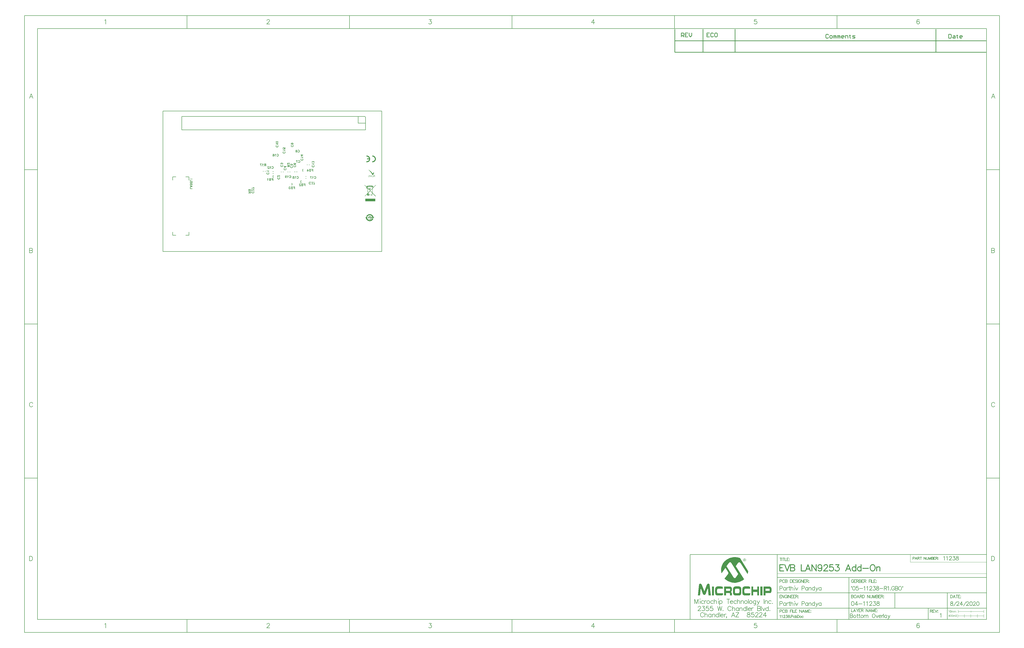
<source format=gbo>
G04*
G04 #@! TF.GenerationSoftware,Altium Limited,Altium Designer,20.1.14 (287)*
G04*
G04 Layer_Color=39423*
%FSLAX43Y43*%
%MOMM*%
G71*
G04*
G04 #@! TF.SameCoordinates,088B0059-FF59-4391-8688-F82EEA9C3BEC*
G04*
G04*
G04 #@! TF.FilePolarity,Positive*
G04*
G01*
G75*
%ADD11C,0.254*%
%ADD12C,0.200*%
%ADD15C,0.178*%
%ADD16C,0.127*%
%ADD17C,0.150*%
%ADD18C,0.100*%
%ADD19C,0.180*%
%ADD20C,0.350*%
G36*
X44600Y43134D02*
X44647Y43131D01*
X44689Y43127D01*
X44729Y43120D01*
X44765Y43113D01*
X44798Y43106D01*
X44827Y43096D01*
X44853Y43087D01*
X44877Y43079D01*
X44895Y43070D01*
X44912Y43062D01*
X44926Y43055D01*
X44936Y43048D01*
X44943Y43044D01*
X44947Y43041D01*
X44949Y43039D01*
X44967Y43024D01*
X44982Y43007D01*
X44995Y42989D01*
X45008Y42970D01*
X45018Y42952D01*
X45025Y42934D01*
X45032Y42917D01*
X45037Y42898D01*
X45042Y42882D01*
X45045Y42867D01*
X45047Y42853D01*
X45049Y42842D01*
X45050Y42832D01*
X45050Y42818D01*
X45049Y42793D01*
X45046Y42769D01*
X45040Y42745D01*
X45035Y42724D01*
X45026Y42704D01*
X45018Y42686D01*
X45009Y42670D01*
X44999Y42655D01*
X44990Y42642D01*
X44981Y42629D01*
X44973Y42619D01*
X44964Y42612D01*
X44959Y42605D01*
X44953Y42601D01*
X44950Y42598D01*
X44949Y42597D01*
X44925Y42580D01*
X44896Y42566D01*
X44867Y42553D01*
X44836Y42542D01*
X44803Y42533D01*
X44770Y42525D01*
X44737Y42519D01*
X44705Y42514D01*
X44674Y42511D01*
X44646Y42508D01*
X44619Y42505D01*
X44596Y42504D01*
X44578Y42502D01*
X44564Y42502D01*
X44558Y42502D01*
X44554Y42502D01*
X44553Y42502D01*
X44551Y42502D01*
X44500Y42504D01*
X44454Y42507D01*
X44410Y42511D01*
X44371Y42516D01*
X44335Y42522D01*
X44303Y42529D01*
X44275Y42538D01*
X44249Y42546D01*
X44228Y42553D01*
X44209Y42562D01*
X44193Y42569D01*
X44180Y42576D01*
X44172Y42580D01*
X44165Y42584D01*
X44161Y42587D01*
X44159Y42588D01*
X44139Y42605D01*
X44124Y42624D01*
X44108Y42642D01*
X44097Y42662D01*
X44086Y42680D01*
X44077Y42700D01*
X44070Y42718D01*
X44065Y42736D01*
X44059Y42753D01*
X44056Y42769D01*
X44053Y42783D01*
X44052Y42794D01*
X44052Y42804D01*
X44051Y42812D01*
X44051Y42818D01*
X44052Y42843D01*
X44055Y42867D01*
X44061Y42891D01*
X44066Y42913D01*
X44073Y42932D01*
X44082Y42951D01*
X44092Y42966D01*
X44101Y42982D01*
X44110Y42994D01*
X44120Y43007D01*
X44128Y43017D01*
X44135Y43025D01*
X44141Y43031D01*
X44147Y43035D01*
X44149Y43038D01*
X44151Y43039D01*
X44175Y43056D01*
X44203Y43070D01*
X44233Y43085D01*
X44265Y43094D01*
X44297Y43104D01*
X44330Y43111D01*
X44364Y43118D01*
X44396Y43124D01*
X44427Y43127D01*
X44455Y43130D01*
X44482Y43132D01*
X44505Y43134D01*
X44523Y43135D01*
X44537Y43135D01*
X44543Y43135D01*
X44547Y43135D01*
X44548Y43135D01*
X44550Y43135D01*
X44600Y43134D01*
X44600Y43134D02*
G37*
G36*
X50521Y42507D02*
X50565Y42504D01*
X50606Y42500D01*
X50644Y42493D01*
X50678Y42486D01*
X50709Y42479D01*
X50737Y42469D01*
X50763Y42460D01*
X50784Y42452D01*
X50802Y42443D01*
X50818Y42435D01*
X50830Y42428D01*
X50840Y42421D01*
X50847Y42416D01*
X50851Y42414D01*
X50853Y42412D01*
X50872Y42394D01*
X50891Y42374D01*
X50906Y42354D01*
X50919Y42335D01*
X50930Y42314D01*
X50940Y42294D01*
X50947Y42274D01*
X50954Y42254D01*
X50958Y42237D01*
X50963Y42221D01*
X50966Y42206D01*
X50967Y42194D01*
X50967Y42182D01*
X50968Y42175D01*
X50968Y42168D01*
X50967Y42143D01*
X50964Y42120D01*
X50960Y42098D01*
X50954Y42077D01*
X50947Y42057D01*
X50939Y42039D01*
X50932Y42020D01*
X50923Y42006D01*
X50913Y41992D01*
X50906Y41979D01*
X50898Y41970D01*
X50891Y41960D01*
X50885Y41953D01*
X50881Y41948D01*
X50878Y41946D01*
X50877Y41944D01*
X50858Y41929D01*
X50840Y41916D01*
X50820Y41903D01*
X50801Y41893D01*
X50781Y41885D01*
X50760Y41878D01*
X50722Y41868D01*
X50705Y41864D01*
X50688Y41861D01*
X50674Y41860D01*
X50661Y41858D01*
X50650Y41857D01*
X50643Y41857D01*
X50637Y41857D01*
X50636Y41857D01*
X50610Y41858D01*
X50585Y41861D01*
X50561Y41864D01*
X50540Y41870D01*
X50519Y41877D01*
X50500Y41884D01*
X50482Y41891D01*
X50466Y41899D01*
X50452Y41906D01*
X50440Y41913D01*
X50430Y41920D01*
X50420Y41927D01*
X50414Y41933D01*
X50409Y41936D01*
X50406Y41939D01*
X50404Y41940D01*
X50389Y41956D01*
X50375Y41972D01*
X50364Y41989D01*
X50354Y42006D01*
X50345Y42023D01*
X50337Y42039D01*
X50327Y42070D01*
X50320Y42096D01*
X50318Y42108D01*
X50317Y42118D01*
X50316Y42126D01*
X50316Y42137D01*
X50317Y42157D01*
X50320Y42175D01*
X50323Y42192D01*
X50328Y42209D01*
X50341Y42240D01*
X50357Y42266D01*
X50372Y42285D01*
X50379Y42294D01*
X50385Y42301D01*
X50390Y42307D01*
X50395Y42311D01*
X50396Y42312D01*
X50397Y42314D01*
X50368Y42311D01*
X50340Y42308D01*
X50314Y42305D01*
X50292Y42301D01*
X50272Y42297D01*
X50254Y42292D01*
X50238Y42288D01*
X50224Y42284D01*
X50211Y42278D01*
X50201Y42276D01*
X50193Y42271D01*
X50187Y42268D01*
X50182Y42266D01*
X50179Y42263D01*
X50176Y42261D01*
X50159Y42246D01*
X50146Y42229D01*
X50137Y42213D01*
X50131Y42198D01*
X50127Y42184D01*
X50125Y42174D01*
X50124Y42167D01*
X50124Y42164D01*
X50125Y42149D01*
X50128Y42133D01*
X50132Y42122D01*
X50137Y42111D01*
X50141Y42102D01*
X50145Y42096D01*
X50148Y42092D01*
X50149Y42091D01*
X50161Y42081D01*
X50173Y42074D01*
X50187Y42068D01*
X50201Y42064D01*
X50213Y42060D01*
X50223Y42058D01*
X50230Y42057D01*
X50232Y42057D01*
X50211Y41877D01*
X50189Y41881D01*
X50169Y41886D01*
X50149Y41892D01*
X50132Y41899D01*
X50115Y41906D01*
X50100Y41913D01*
X50087Y41922D01*
X50075Y41929D01*
X50065Y41937D01*
X50055Y41943D01*
X50048Y41950D01*
X50041Y41956D01*
X50037Y41960D01*
X50032Y41964D01*
X50031Y41965D01*
X50029Y41967D01*
X50018Y41981D01*
X50010Y41995D01*
X49994Y42026D01*
X49984Y42056D01*
X49976Y42085D01*
X49972Y42112D01*
X49970Y42123D01*
X49970Y42133D01*
X49969Y42140D01*
X49969Y42151D01*
X49970Y42181D01*
X49975Y42208D01*
X49980Y42233D01*
X49987Y42259D01*
X49997Y42281D01*
X50007Y42302D01*
X50017Y42322D01*
X50028Y42339D01*
X50039Y42354D01*
X50049Y42369D01*
X50061Y42380D01*
X50069Y42390D01*
X50076Y42398D01*
X50082Y42404D01*
X50086Y42407D01*
X50087Y42408D01*
X50111Y42426D01*
X50138Y42440D01*
X50168Y42455D01*
X50197Y42466D01*
X50230Y42476D01*
X50262Y42484D01*
X50293Y42490D01*
X50326Y42495D01*
X50355Y42500D01*
X50382Y42502D01*
X50407Y42505D01*
X50430Y42507D01*
X50448Y42508D01*
X50462Y42508D01*
X50466Y42508D01*
X50471Y42508D01*
X50472Y42508D01*
X50474Y42508D01*
X50521Y42507D01*
X50521Y42507D02*
G37*
G36*
X45050Y42070D02*
X45018Y42055D01*
X44988Y42037D01*
X44960Y42017D01*
X44937Y41998D01*
X44919Y41981D01*
X44905Y41965D01*
X44899Y41960D01*
X44895Y41955D01*
X44894Y41953D01*
X44892Y41951D01*
X44870Y41920D01*
X44850Y41891D01*
X44834Y41864D01*
X44823Y41840D01*
X44815Y41820D01*
X44808Y41806D01*
X44806Y41800D01*
X44805Y41796D01*
X44803Y41795D01*
X44803Y41793D01*
X44634Y41793D01*
X44654Y41844D01*
X44675Y41889D01*
X44686Y41910D01*
X44699Y41930D01*
X44710Y41948D01*
X44722Y41965D01*
X44733Y41981D01*
X44743Y41995D01*
X44751Y42006D01*
X44760Y42016D01*
X44767Y42024D01*
X44771Y42030D01*
X44774Y42033D01*
X44775Y42034D01*
X44069Y42034D01*
X44069Y42222D01*
X45050Y42222D01*
X45050Y42070D01*
X45050Y42070D02*
G37*
G36*
X50345Y41551D02*
X50307Y41540D01*
X50275Y41527D01*
X50248Y41514D01*
X50225Y41500D01*
X50209Y41489D01*
X50197Y41479D01*
X50190Y41472D01*
X50187Y41469D01*
X50170Y41447D01*
X50159Y41424D01*
X50151Y41401D01*
X50144Y41382D01*
X50141Y41363D01*
X50139Y41348D01*
X50138Y41342D01*
X50138Y41335D01*
X50139Y41315D01*
X50141Y41297D01*
X50151Y41263D01*
X50162Y41234D01*
X50178Y41210D01*
X50192Y41190D01*
X50203Y41176D01*
X50209Y41170D01*
X50213Y41166D01*
X50214Y41165D01*
X50216Y41163D01*
X50231Y41152D01*
X50249Y41142D01*
X50269Y41132D01*
X50290Y41125D01*
X50334Y41114D01*
X50378Y41105D01*
X50399Y41103D01*
X50417Y41101D01*
X50435Y41098D01*
X50451Y41098D01*
X50462Y41097D01*
X50472Y41097D01*
X50479Y41097D01*
X50481Y41097D01*
X50513Y41098D01*
X50543Y41100D01*
X50569Y41103D01*
X50595Y41107D01*
X50617Y41112D01*
X50638Y41118D01*
X50657Y41124D01*
X50674Y41131D01*
X50688Y41136D01*
X50701Y41142D01*
X50710Y41148D01*
X50719Y41153D01*
X50726Y41158D01*
X50730Y41160D01*
X50733Y41163D01*
X50734Y41163D01*
X50748Y41176D01*
X50761Y41190D01*
X50771Y41204D01*
X50779Y41220D01*
X50794Y41249D01*
X50803Y41277D01*
X50809Y41301D01*
X50810Y41313D01*
X50812Y41321D01*
X50813Y41330D01*
X50813Y41339D01*
X50812Y41368D01*
X50806Y41393D01*
X50799Y41416D01*
X50791Y41435D01*
X50782Y41451D01*
X50775Y41462D01*
X50770Y41469D01*
X50768Y41472D01*
X50751Y41490D01*
X50732Y41507D01*
X50712Y41520D01*
X50692Y41530D01*
X50675Y41537D01*
X50662Y41541D01*
X50657Y41544D01*
X50653Y41544D01*
X50651Y41545D01*
X50650Y41545D01*
X50696Y41740D01*
X50737Y41726D01*
X50772Y41710D01*
X50803Y41693D01*
X50829Y41678D01*
X50849Y41662D01*
X50857Y41657D01*
X50864Y41651D01*
X50868Y41647D01*
X50872Y41643D01*
X50875Y41641D01*
X50875Y41640D01*
X50894Y41619D01*
X50911Y41595D01*
X50925Y41572D01*
X50936Y41548D01*
X50947Y41523D01*
X50956Y41499D01*
X50963Y41475D01*
X50968Y41452D01*
X50973Y41431D01*
X50975Y41411D01*
X50978Y41394D01*
X50980Y41379D01*
X50981Y41366D01*
X50981Y41349D01*
X50980Y41313D01*
X50975Y41276D01*
X50968Y41244D01*
X50960Y41211D01*
X50950Y41183D01*
X50939Y41155D01*
X50926Y41131D01*
X50913Y41108D01*
X50901Y41087D01*
X50888Y41070D01*
X50877Y41055D01*
X50867Y41042D01*
X50858Y41032D01*
X50851Y41025D01*
X50847Y41021D01*
X50846Y41019D01*
X50819Y40997D01*
X50791Y40979D01*
X50761Y40962D01*
X50730Y40948D01*
X50698Y40935D01*
X50667Y40925D01*
X50636Y40917D01*
X50606Y40910D01*
X50576Y40904D01*
X50551Y40901D01*
X50527Y40898D01*
X50507Y40895D01*
X50490Y40895D01*
X50478Y40894D01*
X50469Y40894D01*
X50468Y40894D01*
X50466Y40894D01*
X50424Y40895D01*
X50385Y40900D01*
X50347Y40905D01*
X50313Y40914D01*
X50280Y40922D01*
X50249Y40933D01*
X50223Y40945D01*
X50199Y40956D01*
X50176Y40967D01*
X50156Y40979D01*
X50141Y40990D01*
X50127Y40998D01*
X50117Y41007D01*
X50108Y41012D01*
X50104Y41017D01*
X50103Y41018D01*
X50079Y41042D01*
X50059Y41067D01*
X50041Y41094D01*
X50027Y41121D01*
X50014Y41148D01*
X50003Y41175D01*
X49994Y41200D01*
X49987Y41224D01*
X49982Y41248D01*
X49977Y41269D01*
X49975Y41289D01*
X49973Y41304D01*
X49972Y41318D01*
X49970Y41328D01*
X49970Y41337D01*
X49972Y41366D01*
X49973Y41393D01*
X49977Y41420D01*
X49983Y41444D01*
X49989Y41466D01*
X49994Y41487D01*
X50001Y41507D01*
X50010Y41526D01*
X50017Y41541D01*
X50024Y41555D01*
X50029Y41568D01*
X50035Y41578D01*
X50041Y41586D01*
X50045Y41592D01*
X50046Y41595D01*
X50048Y41596D01*
X50063Y41614D01*
X50080Y41631D01*
X50118Y41662D01*
X50158Y41688D01*
X50196Y41707D01*
X50214Y41716D01*
X50231Y41723D01*
X50247Y41729D01*
X50259Y41734D01*
X50271Y41738D01*
X50279Y41741D01*
X50285Y41743D01*
X50286Y41743D01*
X50345Y41551D01*
X50345Y41551D02*
G37*
G36*
X44427Y41424D02*
X44389Y41413D01*
X44357Y41400D01*
X44330Y41387D01*
X44307Y41373D01*
X44290Y41362D01*
X44279Y41352D01*
X44272Y41345D01*
X44269Y41342D01*
X44252Y41320D01*
X44241Y41297D01*
X44233Y41274D01*
X44225Y41255D01*
X44223Y41236D01*
X44221Y41221D01*
X44220Y41215D01*
X44220Y41208D01*
X44221Y41188D01*
X44223Y41170D01*
X44233Y41136D01*
X44244Y41107D01*
X44259Y41083D01*
X44273Y41063D01*
X44285Y41049D01*
X44290Y41043D01*
X44295Y41039D01*
X44296Y41038D01*
X44297Y41036D01*
X44313Y41025D01*
X44331Y41015D01*
X44351Y41005D01*
X44372Y40998D01*
X44416Y40987D01*
X44459Y40978D01*
X44481Y40976D01*
X44499Y40974D01*
X44517Y40971D01*
X44533Y40971D01*
X44544Y40970D01*
X44554Y40970D01*
X44561Y40970D01*
X44562Y40970D01*
X44595Y40971D01*
X44624Y40973D01*
X44651Y40976D01*
X44677Y40980D01*
X44699Y40986D01*
X44720Y40991D01*
X44739Y40997D01*
X44756Y41004D01*
X44770Y41009D01*
X44782Y41015D01*
X44792Y41021D01*
X44801Y41026D01*
X44808Y41031D01*
X44812Y41033D01*
X44815Y41036D01*
X44816Y41036D01*
X44830Y41049D01*
X44843Y41063D01*
X44853Y41077D01*
X44861Y41093D01*
X44875Y41122D01*
X44885Y41150D01*
X44891Y41174D01*
X44892Y41186D01*
X44894Y41194D01*
X44895Y41203D01*
X44895Y41212D01*
X44894Y41241D01*
X44888Y41266D01*
X44881Y41289D01*
X44873Y41308D01*
X44864Y41324D01*
X44857Y41335D01*
X44851Y41342D01*
X44850Y41345D01*
X44833Y41363D01*
X44813Y41380D01*
X44794Y41393D01*
X44774Y41403D01*
X44757Y41410D01*
X44744Y41414D01*
X44739Y41417D01*
X44734Y41417D01*
X44733Y41418D01*
X44732Y41418D01*
X44778Y41613D01*
X44819Y41599D01*
X44854Y41583D01*
X44885Y41566D01*
X44911Y41551D01*
X44930Y41535D01*
X44939Y41530D01*
X44946Y41524D01*
X44950Y41520D01*
X44954Y41516D01*
X44957Y41514D01*
X44957Y41513D01*
X44975Y41492D01*
X44992Y41468D01*
X45006Y41445D01*
X45018Y41421D01*
X45029Y41396D01*
X45037Y41372D01*
X45045Y41348D01*
X45050Y41325D01*
X45054Y41304D01*
X45057Y41284D01*
X45060Y41267D01*
X45061Y41252D01*
X45063Y41239D01*
X45063Y41222D01*
X45061Y41186D01*
X45057Y41149D01*
X45050Y41117D01*
X45042Y41084D01*
X45032Y41056D01*
X45021Y41028D01*
X45008Y41004D01*
X44995Y40981D01*
X44982Y40960D01*
X44970Y40943D01*
X44959Y40928D01*
X44949Y40915D01*
X44940Y40905D01*
X44933Y40898D01*
X44929Y40894D01*
X44928Y40892D01*
X44901Y40870D01*
X44873Y40852D01*
X44843Y40835D01*
X44812Y40821D01*
X44779Y40808D01*
X44748Y40798D01*
X44717Y40790D01*
X44688Y40783D01*
X44658Y40777D01*
X44633Y40774D01*
X44609Y40771D01*
X44589Y40768D01*
X44572Y40768D01*
X44560Y40767D01*
X44551Y40767D01*
X44550Y40767D01*
X44548Y40767D01*
X44506Y40768D01*
X44467Y40773D01*
X44428Y40778D01*
X44395Y40787D01*
X44362Y40795D01*
X44331Y40806D01*
X44304Y40818D01*
X44280Y40829D01*
X44258Y40840D01*
X44238Y40852D01*
X44223Y40863D01*
X44209Y40871D01*
X44199Y40880D01*
X44190Y40885D01*
X44186Y40890D01*
X44185Y40891D01*
X44161Y40915D01*
X44141Y40940D01*
X44123Y40967D01*
X44108Y40994D01*
X44096Y41021D01*
X44085Y41048D01*
X44076Y41073D01*
X44069Y41097D01*
X44063Y41121D01*
X44059Y41142D01*
X44056Y41162D01*
X44055Y41177D01*
X44053Y41191D01*
X44052Y41201D01*
X44052Y41210D01*
X44053Y41239D01*
X44055Y41266D01*
X44059Y41293D01*
X44065Y41317D01*
X44070Y41339D01*
X44076Y41360D01*
X44083Y41380D01*
X44092Y41399D01*
X44099Y41414D01*
X44106Y41428D01*
X44111Y41441D01*
X44117Y41451D01*
X44123Y41459D01*
X44127Y41465D01*
X44128Y41468D01*
X44130Y41469D01*
X44145Y41487D01*
X44162Y41504D01*
X44200Y41535D01*
X44240Y41561D01*
X44278Y41580D01*
X44296Y41589D01*
X44313Y41596D01*
X44328Y41602D01*
X44341Y41607D01*
X44352Y41611D01*
X44361Y41614D01*
X44366Y41616D01*
X44368Y41616D01*
X44427Y41424D01*
X44427Y41424D02*
G37*
G36*
X47166Y40722D02*
X47191Y40719D01*
X47215Y40715D01*
X47238Y40710D01*
X47258Y40704D01*
X47277Y40695D01*
X47296Y40688D01*
X47311Y40680D01*
X47325Y40672D01*
X47338Y40664D01*
X47349Y40656D01*
X47358Y40650D01*
X47365Y40645D01*
X47370Y40641D01*
X47373Y40638D01*
X47375Y40636D01*
X47390Y40619D01*
X47404Y40602D01*
X47417Y40584D01*
X47428Y40566D01*
X47437Y40549D01*
X47444Y40531D01*
X47455Y40498D01*
X47459Y40483D01*
X47462Y40469D01*
X47463Y40456D01*
X47465Y40446D01*
X47466Y40438D01*
X47466Y40425D01*
X47465Y40401D01*
X47461Y40377D01*
X47456Y40356D01*
X47451Y40336D01*
X47444Y40321D01*
X47440Y40308D01*
X47435Y40299D01*
X47434Y40298D01*
X47434Y40297D01*
X47600Y40326D01*
X47600Y40680D01*
X47775Y40680D01*
X47775Y40185D01*
X47266Y40089D01*
X47245Y40240D01*
X47258Y40253D01*
X47269Y40266D01*
X47279Y40278D01*
X47287Y40291D01*
X47300Y40315D01*
X47308Y40337D01*
X47313Y40357D01*
X47315Y40371D01*
X47317Y40377D01*
X47317Y40385D01*
X47315Y40408D01*
X47310Y40429D01*
X47303Y40447D01*
X47294Y40463D01*
X47284Y40474D01*
X47277Y40484D01*
X47272Y40490D01*
X47270Y40491D01*
X47252Y40505D01*
X47231Y40515D01*
X47208Y40522D01*
X47186Y40526D01*
X47166Y40531D01*
X47151Y40532D01*
X47143Y40532D01*
X47139Y40532D01*
X47136Y40532D01*
X47135Y40532D01*
X47101Y40531D01*
X47072Y40526D01*
X47048Y40519D01*
X47028Y40512D01*
X47011Y40504D01*
X47000Y40498D01*
X46994Y40492D01*
X46991Y40491D01*
X46976Y40476D01*
X46963Y40459D01*
X46955Y40442D01*
X46949Y40426D01*
X46946Y40412D01*
X46945Y40401D01*
X46943Y40394D01*
X46943Y40391D01*
X46945Y40373D01*
X46949Y40354D01*
X46955Y40339D01*
X46962Y40326D01*
X46969Y40315D01*
X46974Y40306D01*
X46979Y40301D01*
X46980Y40299D01*
X46995Y40287D01*
X47011Y40275D01*
X47028Y40267D01*
X47043Y40261D01*
X47057Y40257D01*
X47070Y40254D01*
X47077Y40253D01*
X47080Y40253D01*
X47060Y40067D01*
X47038Y40071D01*
X47017Y40075D01*
X46979Y40089D01*
X46945Y40105D01*
X46931Y40113D01*
X46917Y40123D01*
X46905Y40132D01*
X46895Y40139D01*
X46887Y40147D01*
X46878Y40153D01*
X46873Y40158D01*
X46869Y40163D01*
X46867Y40165D01*
X46866Y40167D01*
X46853Y40184D01*
X46842Y40201D01*
X46832Y40219D01*
X46825Y40237D01*
X46811Y40275D01*
X46802Y40309D01*
X46800Y40326D01*
X46798Y40340D01*
X46797Y40354D01*
X46795Y40366D01*
X46794Y40375D01*
X46794Y40388D01*
X46795Y40419D01*
X46800Y40449D01*
X46805Y40476D01*
X46814Y40501D01*
X46823Y40525D01*
X46835Y40546D01*
X46846Y40566D01*
X46859Y40584D01*
X46870Y40600D01*
X46881Y40614D01*
X46893Y40626D01*
X46902Y40636D01*
X46911Y40643D01*
X46917Y40649D01*
X46921Y40652D01*
X46922Y40653D01*
X46940Y40666D01*
X46959Y40677D01*
X46977Y40686D01*
X46997Y40694D01*
X47034Y40707D01*
X47067Y40715D01*
X47081Y40718D01*
X47096Y40719D01*
X47108Y40722D01*
X47120Y40722D01*
X47128Y40724D01*
X47134Y40724D01*
X47138Y40724D01*
X47139Y40724D01*
X47166Y40722D01*
X47166Y40722D02*
G37*
G36*
X47793Y39631D02*
X47761Y39617D01*
X47731Y39599D01*
X47703Y39579D01*
X47681Y39559D01*
X47662Y39542D01*
X47648Y39527D01*
X47643Y39521D01*
X47638Y39517D01*
X47637Y39514D01*
X47635Y39513D01*
X47613Y39482D01*
X47593Y39452D01*
X47578Y39425D01*
X47566Y39401D01*
X47558Y39382D01*
X47551Y39368D01*
X47549Y39362D01*
X47548Y39358D01*
X47547Y39356D01*
X47547Y39355D01*
X47377Y39355D01*
X47397Y39406D01*
X47418Y39451D01*
X47430Y39472D01*
X47442Y39492D01*
X47454Y39510D01*
X47465Y39527D01*
X47476Y39542D01*
X47486Y39556D01*
X47494Y39568D01*
X47503Y39578D01*
X47510Y39586D01*
X47514Y39592D01*
X47517Y39595D01*
X47518Y39596D01*
X46812Y39596D01*
X46812Y39783D01*
X47793Y39783D01*
X47793Y39631D01*
X47793Y39631D02*
G37*
G36*
X52998Y39778D02*
X53034Y39774D01*
X53067Y39767D01*
X53099Y39758D01*
X53127Y39749D01*
X53155Y39737D01*
X53179Y39725D01*
X53202Y39712D01*
X53223Y39699D01*
X53240Y39687D01*
X53255Y39675D01*
X53268Y39665D01*
X53278Y39657D01*
X53285Y39650D01*
X53289Y39646D01*
X53291Y39644D01*
X53313Y39618D01*
X53332Y39589D01*
X53349Y39560D01*
X53363Y39529D01*
X53375Y39496D01*
X53385Y39465D01*
X53394Y39434D01*
X53401Y39405D01*
X53406Y39375D01*
X53409Y39350D01*
X53412Y39326D01*
X53415Y39306D01*
X53415Y39289D01*
X53416Y39276D01*
X53416Y39268D01*
X53416Y39267D01*
X53416Y39265D01*
X53415Y39223D01*
X53411Y39183D01*
X53405Y39145D01*
X53396Y39111D01*
X53388Y39079D01*
X53377Y39048D01*
X53365Y39021D01*
X53354Y38997D01*
X53343Y38975D01*
X53332Y38955D01*
X53320Y38939D01*
X53312Y38925D01*
X53303Y38915D01*
X53298Y38907D01*
X53294Y38903D01*
X53292Y38901D01*
X53268Y38877D01*
X53243Y38858D01*
X53216Y38839D01*
X53189Y38825D01*
X53162Y38813D01*
X53136Y38801D01*
X53110Y38793D01*
X53086Y38786D01*
X53062Y38780D01*
X53041Y38776D01*
X53021Y38773D01*
X53006Y38772D01*
X52992Y38770D01*
X52982Y38769D01*
X52974Y38769D01*
X52944Y38770D01*
X52917Y38772D01*
X52890Y38776D01*
X52866Y38782D01*
X52844Y38787D01*
X52823Y38793D01*
X52803Y38800D01*
X52785Y38808D01*
X52769Y38815D01*
X52755Y38822D01*
X52742Y38828D01*
X52732Y38834D01*
X52724Y38839D01*
X52718Y38844D01*
X52716Y38845D01*
X52714Y38846D01*
X52696Y38862D01*
X52679Y38879D01*
X52648Y38917D01*
X52623Y38956D01*
X52603Y38994D01*
X52594Y39013D01*
X52587Y39030D01*
X52582Y39045D01*
X52576Y39058D01*
X52572Y39069D01*
X52569Y39078D01*
X52568Y39083D01*
X52568Y39085D01*
X52759Y39144D01*
X52771Y39106D01*
X52783Y39073D01*
X52796Y39047D01*
X52810Y39024D01*
X52821Y39007D01*
X52831Y38996D01*
X52838Y38989D01*
X52841Y38986D01*
X52864Y38969D01*
X52886Y38958D01*
X52909Y38949D01*
X52928Y38942D01*
X52947Y38939D01*
X52962Y38938D01*
X52968Y38937D01*
X52975Y38937D01*
X52995Y38938D01*
X53013Y38939D01*
X53047Y38949D01*
X53076Y38961D01*
X53100Y38976D01*
X53120Y38990D01*
X53134Y39001D01*
X53140Y39007D01*
X53144Y39011D01*
X53146Y39013D01*
X53147Y39014D01*
X53158Y39030D01*
X53168Y39048D01*
X53178Y39068D01*
X53185Y39089D01*
X53196Y39133D01*
X53205Y39176D01*
X53208Y39197D01*
X53209Y39216D01*
X53212Y39234D01*
X53212Y39250D01*
X53213Y39261D01*
X53213Y39271D01*
X53213Y39278D01*
X53213Y39279D01*
X53212Y39312D01*
X53210Y39341D01*
X53208Y39368D01*
X53203Y39393D01*
X53198Y39416D01*
X53192Y39437D01*
X53186Y39455D01*
X53179Y39472D01*
X53174Y39486D01*
X53168Y39499D01*
X53162Y39509D01*
X53157Y39517D01*
X53153Y39524D01*
X53150Y39529D01*
X53147Y39532D01*
X53147Y39533D01*
X53134Y39547D01*
X53120Y39560D01*
X53106Y39570D01*
X53091Y39578D01*
X53061Y39592D01*
X53033Y39602D01*
X53009Y39608D01*
X52998Y39609D01*
X52989Y39610D01*
X52981Y39612D01*
X52971Y39612D01*
X52943Y39610D01*
X52917Y39605D01*
X52895Y39598D01*
X52875Y39589D01*
X52859Y39581D01*
X52848Y39574D01*
X52841Y39568D01*
X52838Y39567D01*
X52820Y39550D01*
X52803Y39530D01*
X52790Y39510D01*
X52780Y39491D01*
X52773Y39474D01*
X52769Y39461D01*
X52766Y39455D01*
X52766Y39451D01*
X52765Y39450D01*
X52765Y39448D01*
X52570Y39495D01*
X52584Y39536D01*
X52600Y39571D01*
X52617Y39602D01*
X52632Y39627D01*
X52648Y39647D01*
X52654Y39656D01*
X52659Y39663D01*
X52663Y39667D01*
X52668Y39671D01*
X52669Y39674D01*
X52670Y39674D01*
X52692Y39692D01*
X52716Y39709D01*
X52738Y39723D01*
X52762Y39735D01*
X52787Y39746D01*
X52811Y39754D01*
X52835Y39761D01*
X52858Y39767D01*
X52879Y39771D01*
X52899Y39774D01*
X52916Y39777D01*
X52931Y39778D01*
X52944Y39780D01*
X52961Y39780D01*
X52998Y39778D01*
X52998Y39778D02*
G37*
G36*
X52150Y39766D02*
X52174Y39764D01*
X52197Y39760D01*
X52218Y39756D01*
X52238Y39750D01*
X52256Y39744D01*
X52272Y39737D01*
X52286Y39732D01*
X52300Y39725D01*
X52311Y39718D01*
X52319Y39712D01*
X52328Y39706D01*
X52334Y39702D01*
X52338Y39698D01*
X52341Y39696D01*
X52342Y39695D01*
X52355Y39681D01*
X52367Y39667D01*
X52377Y39651D01*
X52386Y39637D01*
X52400Y39606D01*
X52408Y39578D01*
X52414Y39553D01*
X52415Y39541D01*
X52417Y39533D01*
X52418Y39524D01*
X52418Y39519D01*
X52418Y39516D01*
X52418Y39515D01*
X52417Y39491D01*
X52412Y39470D01*
X52408Y39448D01*
X52401Y39431D01*
X52396Y39416D01*
X52391Y39406D01*
X52387Y39399D01*
X52386Y39396D01*
X52372Y39378D01*
X52355Y39361D01*
X52338Y39347D01*
X52319Y39334D01*
X52304Y39326D01*
X52291Y39319D01*
X52283Y39314D01*
X52281Y39313D01*
X52280Y39313D01*
X52310Y39298D01*
X52335Y39282D01*
X52356Y39265D01*
X52373Y39248D01*
X52387Y39233D01*
X52397Y39221D01*
X52403Y39213D01*
X52404Y39212D01*
X52404Y39210D01*
X52417Y39185D01*
X52427Y39159D01*
X52432Y39134D01*
X52438Y39111D01*
X52441Y39093D01*
X52442Y39078D01*
X52442Y39072D01*
X52442Y39068D01*
X52442Y39065D01*
X52442Y39064D01*
X52441Y39037D01*
X52438Y39013D01*
X52432Y38989D01*
X52425Y38968D01*
X52418Y38947D01*
X52410Y38928D01*
X52400Y38911D01*
X52390Y38896D01*
X52380Y38883D01*
X52370Y38870D01*
X52362Y38861D01*
X52355Y38852D01*
X52348Y38845D01*
X52342Y38841D01*
X52339Y38838D01*
X52338Y38837D01*
X52321Y38824D01*
X52303Y38814D01*
X52284Y38804D01*
X52266Y38797D01*
X52229Y38784D01*
X52194Y38776D01*
X52177Y38773D01*
X52163Y38772D01*
X52150Y38770D01*
X52139Y38769D01*
X52129Y38767D01*
X52116Y38767D01*
X52090Y38769D01*
X52066Y38772D01*
X52042Y38776D01*
X52019Y38780D01*
X51999Y38787D01*
X51981Y38794D01*
X51963Y38801D01*
X51947Y38810D01*
X51933Y38818D01*
X51922Y38825D01*
X51911Y38832D01*
X51902Y38839D01*
X51895Y38844D01*
X51891Y38848D01*
X51888Y38851D01*
X51887Y38852D01*
X51871Y38869D01*
X51858Y38886D01*
X51846Y38904D01*
X51836Y38923D01*
X51827Y38941D01*
X51820Y38959D01*
X51811Y38994D01*
X51806Y39010D01*
X51804Y39024D01*
X51802Y39038D01*
X51801Y39049D01*
X51799Y39059D01*
X51799Y39066D01*
X51799Y39071D01*
X51799Y39072D01*
X51801Y39102D01*
X51806Y39128D01*
X51812Y39154D01*
X51820Y39175D01*
X51827Y39192D01*
X51835Y39204D01*
X51840Y39213D01*
X51842Y39216D01*
X51858Y39238D01*
X51878Y39258D01*
X51899Y39275D01*
X51919Y39288D01*
X51937Y39299D01*
X51952Y39307D01*
X51957Y39310D01*
X51961Y39312D01*
X51964Y39313D01*
X51966Y39313D01*
X51943Y39324D01*
X51923Y39337D01*
X51906Y39350D01*
X51892Y39364D01*
X51881Y39375D01*
X51874Y39385D01*
X51868Y39391D01*
X51867Y39393D01*
X51854Y39415D01*
X51846Y39436D01*
X51839Y39455D01*
X51835Y39474D01*
X51832Y39491D01*
X51830Y39503D01*
X51830Y39512D01*
X51830Y39513D01*
X51830Y39515D01*
X51832Y39534D01*
X51833Y39554D01*
X51843Y39589D01*
X51854Y39619D01*
X51868Y39646D01*
X51884Y39667D01*
X51889Y39675D01*
X51895Y39682D01*
X51901Y39688D01*
X51905Y39692D01*
X51906Y39694D01*
X51908Y39695D01*
X51923Y39708D01*
X51939Y39719D01*
X51957Y39729D01*
X51974Y39737D01*
X52011Y39750D01*
X52046Y39758D01*
X52061Y39761D01*
X52077Y39763D01*
X52090Y39764D01*
X52102Y39766D01*
X52111Y39767D01*
X52125Y39767D01*
X52150Y39766D01*
X52150Y39766D02*
G37*
G36*
X47170Y38986D02*
X47132Y38974D01*
X47100Y38962D01*
X47073Y38949D01*
X47050Y38935D01*
X47034Y38923D01*
X47022Y38914D01*
X47015Y38907D01*
X47012Y38904D01*
X46995Y38881D01*
X46984Y38859D01*
X46976Y38836D01*
X46969Y38816D01*
X46966Y38798D01*
X46964Y38783D01*
X46963Y38777D01*
X46963Y38770D01*
X46964Y38750D01*
X46966Y38732D01*
X46976Y38698D01*
X46987Y38668D01*
X47003Y38644D01*
X47017Y38625D01*
X47028Y38611D01*
X47034Y38605D01*
X47038Y38601D01*
X47039Y38599D01*
X47041Y38598D01*
X47056Y38587D01*
X47074Y38577D01*
X47094Y38567D01*
X47115Y38560D01*
X47159Y38549D01*
X47203Y38540D01*
X47224Y38537D01*
X47242Y38536D01*
X47260Y38533D01*
X47276Y38533D01*
X47287Y38532D01*
X47297Y38532D01*
X47304Y38532D01*
X47306Y38532D01*
X47338Y38533D01*
X47368Y38534D01*
X47394Y38537D01*
X47420Y38541D01*
X47442Y38547D01*
X47463Y38553D01*
X47482Y38558D01*
X47499Y38565D01*
X47513Y38571D01*
X47526Y38577D01*
X47535Y38582D01*
X47544Y38588D01*
X47551Y38592D01*
X47555Y38595D01*
X47558Y38598D01*
X47559Y38598D01*
X47573Y38611D01*
X47586Y38625D01*
X47596Y38639D01*
X47604Y38654D01*
X47619Y38684D01*
X47628Y38712D01*
X47634Y38736D01*
X47635Y38747D01*
X47637Y38756D01*
X47638Y38764D01*
X47638Y38774D01*
X47637Y38802D01*
X47631Y38828D01*
X47624Y38850D01*
X47616Y38870D01*
X47607Y38885D01*
X47600Y38897D01*
X47595Y38904D01*
X47593Y38907D01*
X47576Y38925D01*
X47557Y38942D01*
X47537Y38955D01*
X47517Y38964D01*
X47500Y38971D01*
X47487Y38976D01*
X47482Y38978D01*
X47478Y38978D01*
X47476Y38980D01*
X47475Y38980D01*
X47521Y39174D01*
X47562Y39160D01*
X47597Y39145D01*
X47628Y39128D01*
X47654Y39112D01*
X47674Y39097D01*
X47682Y39091D01*
X47689Y39086D01*
X47693Y39081D01*
X47697Y39077D01*
X47700Y39076D01*
X47700Y39074D01*
X47719Y39053D01*
X47736Y39029D01*
X47750Y39007D01*
X47761Y38983D01*
X47772Y38957D01*
X47781Y38933D01*
X47788Y38909D01*
X47793Y38887D01*
X47798Y38866D01*
X47800Y38846D01*
X47803Y38829D01*
X47805Y38814D01*
X47806Y38801D01*
X47806Y38784D01*
X47805Y38747D01*
X47800Y38711D01*
X47793Y38678D01*
X47785Y38646D01*
X47775Y38618D01*
X47764Y38589D01*
X47751Y38565D01*
X47738Y38543D01*
X47726Y38522D01*
X47713Y38505D01*
X47702Y38489D01*
X47692Y38477D01*
X47683Y38467D01*
X47676Y38460D01*
X47672Y38455D01*
X47671Y38454D01*
X47644Y38432D01*
X47616Y38413D01*
X47586Y38396D01*
X47555Y38382D01*
X47523Y38369D01*
X47492Y38360D01*
X47461Y38351D01*
X47431Y38344D01*
X47401Y38338D01*
X47376Y38336D01*
X47352Y38333D01*
X47332Y38330D01*
X47315Y38330D01*
X47303Y38329D01*
X47294Y38329D01*
X47293Y38329D01*
X47292Y38329D01*
X47249Y38330D01*
X47210Y38334D01*
X47172Y38340D01*
X47138Y38348D01*
X47105Y38357D01*
X47074Y38368D01*
X47048Y38379D01*
X47024Y38391D01*
X47001Y38402D01*
X46981Y38413D01*
X46966Y38424D01*
X46952Y38433D01*
X46942Y38441D01*
X46933Y38447D01*
X46929Y38451D01*
X46928Y38453D01*
X46904Y38477D01*
X46884Y38502D01*
X46866Y38529D01*
X46852Y38556D01*
X46839Y38582D01*
X46828Y38609D01*
X46819Y38634D01*
X46812Y38658D01*
X46807Y38682D01*
X46802Y38704D01*
X46800Y38723D01*
X46798Y38739D01*
X46797Y38753D01*
X46795Y38763D01*
X46795Y38771D01*
X46797Y38801D01*
X46798Y38828D01*
X46802Y38854D01*
X46808Y38878D01*
X46814Y38901D01*
X46819Y38922D01*
X46826Y38942D01*
X46835Y38960D01*
X46842Y38976D01*
X46849Y38990D01*
X46854Y39002D01*
X46860Y39012D01*
X46866Y39021D01*
X46870Y39026D01*
X46871Y39029D01*
X46873Y39031D01*
X46888Y39049D01*
X46905Y39066D01*
X46943Y39097D01*
X46983Y39122D01*
X47021Y39142D01*
X47039Y39150D01*
X47056Y39158D01*
X47072Y39163D01*
X47084Y39169D01*
X47096Y39173D01*
X47104Y39176D01*
X47110Y39177D01*
X47111Y39177D01*
X47170Y38986D01*
X47170Y38986D02*
G37*
G36*
X43924Y38160D02*
X43942Y38130D01*
X43962Y38102D01*
X43981Y38079D01*
X43998Y38061D01*
X44014Y38047D01*
X44019Y38041D01*
X44024Y38037D01*
X44026Y38036D01*
X44028Y38034D01*
X44059Y38012D01*
X44088Y37992D01*
X44115Y37976D01*
X44139Y37965D01*
X44159Y37957D01*
X44173Y37950D01*
X44179Y37948D01*
X44183Y37947D01*
X44184Y37945D01*
X44186Y37945D01*
X44186Y37776D01*
X44135Y37796D01*
X44090Y37817D01*
X44069Y37828D01*
X44049Y37841D01*
X44031Y37852D01*
X44014Y37864D01*
X43998Y37875D01*
X43984Y37885D01*
X43973Y37893D01*
X43963Y37902D01*
X43955Y37909D01*
X43949Y37913D01*
X43946Y37916D01*
X43945Y37917D01*
X43945Y37211D01*
X43757Y37211D01*
X43757Y38192D01*
X43909Y38192D01*
X43924Y38160D01*
X43924Y38160D02*
G37*
G36*
X43150Y38191D02*
X43176Y38187D01*
X43203Y38181D01*
X43227Y38174D01*
X43250Y38164D01*
X43272Y38154D01*
X43291Y38143D01*
X43309Y38133D01*
X43324Y38122D01*
X43339Y38110D01*
X43350Y38101D01*
X43360Y38091D01*
X43368Y38084D01*
X43374Y38078D01*
X43377Y38074D01*
X43378Y38072D01*
X43395Y38048D01*
X43410Y38022D01*
X43423Y37992D01*
X43434Y37962D01*
X43444Y37930D01*
X43453Y37898D01*
X43460Y37865D01*
X43464Y37834D01*
X43468Y37804D01*
X43471Y37776D01*
X43474Y37751D01*
X43475Y37728D01*
X43477Y37710D01*
X43477Y37696D01*
X43477Y37692D01*
X43477Y37687D01*
X43477Y37686D01*
X43477Y37685D01*
X43475Y37637D01*
X43472Y37593D01*
X43468Y37552D01*
X43461Y37515D01*
X43454Y37480D01*
X43447Y37449D01*
X43439Y37422D01*
X43429Y37397D01*
X43420Y37376D01*
X43412Y37358D01*
X43405Y37342D01*
X43396Y37329D01*
X43391Y37320D01*
X43386Y37312D01*
X43384Y37308D01*
X43382Y37307D01*
X43364Y37287D01*
X43344Y37269D01*
X43324Y37253D01*
X43303Y37241D01*
X43284Y37229D01*
X43262Y37221D01*
X43243Y37212D01*
X43224Y37207D01*
X43206Y37203D01*
X43190Y37198D01*
X43175Y37197D01*
X43162Y37194D01*
X43152Y37194D01*
X43145Y37193D01*
X43138Y37193D01*
X43113Y37194D01*
X43089Y37197D01*
X43066Y37201D01*
X43045Y37207D01*
X43024Y37214D01*
X43006Y37221D01*
X42989Y37229D01*
X42973Y37238D01*
X42959Y37246D01*
X42948Y37255D01*
X42937Y37262D01*
X42928Y37269D01*
X42921Y37274D01*
X42917Y37279D01*
X42914Y37281D01*
X42913Y37283D01*
X42897Y37300D01*
X42883Y37320D01*
X42872Y37339D01*
X42862Y37359D01*
X42852Y37379D01*
X42845Y37398D01*
X42835Y37438D01*
X42831Y37455D01*
X42828Y37472D01*
X42827Y37486D01*
X42825Y37499D01*
X42824Y37510D01*
X42824Y37517D01*
X42824Y37523D01*
X42824Y37524D01*
X42825Y37551D01*
X42828Y37575D01*
X42832Y37599D01*
X42837Y37620D01*
X42844Y37641D01*
X42851Y37659D01*
X42858Y37678D01*
X42866Y37693D01*
X42875Y37707D01*
X42882Y37720D01*
X42889Y37730D01*
X42896Y37740D01*
X42900Y37747D01*
X42904Y37751D01*
X42907Y37754D01*
X42909Y37755D01*
X42924Y37771D01*
X42941Y37785D01*
X42958Y37797D01*
X42975Y37807D01*
X42992Y37816D01*
X43009Y37823D01*
X43040Y37834D01*
X43054Y37838D01*
X43068Y37841D01*
X43079Y37843D01*
X43089Y37844D01*
X43097Y37845D01*
X43109Y37845D01*
X43128Y37844D01*
X43147Y37841D01*
X43164Y37838D01*
X43181Y37833D01*
X43210Y37819D01*
X43236Y37804D01*
X43255Y37789D01*
X43264Y37782D01*
X43271Y37775D01*
X43276Y37769D01*
X43281Y37766D01*
X43282Y37764D01*
X43284Y37762D01*
X43281Y37792D01*
X43278Y37820D01*
X43275Y37845D01*
X43271Y37868D01*
X43267Y37888D01*
X43262Y37906D01*
X43258Y37921D01*
X43253Y37936D01*
X43248Y37948D01*
X43245Y37958D01*
X43241Y37967D01*
X43238Y37972D01*
X43236Y37978D01*
X43233Y37981D01*
X43231Y37984D01*
X43216Y38002D01*
X43199Y38015D01*
X43182Y38024D01*
X43167Y38030D01*
X43152Y38034D01*
X43141Y38036D01*
X43134Y38037D01*
X43131Y38037D01*
X43116Y38036D01*
X43100Y38033D01*
X43088Y38029D01*
X43078Y38024D01*
X43069Y38019D01*
X43064Y38015D01*
X43059Y38012D01*
X43058Y38010D01*
X43048Y37999D01*
X43041Y37986D01*
X43034Y37972D01*
X43030Y37960D01*
X43027Y37947D01*
X43024Y37937D01*
X43023Y37931D01*
X43023Y37929D01*
X42842Y37948D01*
X42852Y37991D01*
X42866Y38026D01*
X42882Y38057D01*
X42897Y38084D01*
X42913Y38103D01*
X42918Y38110D01*
X42925Y38117D01*
X42930Y38122D01*
X42934Y38126D01*
X42935Y38129D01*
X42937Y38129D01*
X42951Y38140D01*
X42965Y38150D01*
X42996Y38165D01*
X43027Y38177D01*
X43055Y38184D01*
X43081Y38189D01*
X43092Y38191D01*
X43102Y38191D01*
X43109Y38192D01*
X43120Y38192D01*
X43150Y38191D01*
X43150Y38191D02*
G37*
G36*
X44793Y38203D02*
X44830Y38199D01*
X44862Y38192D01*
X44895Y38184D01*
X44923Y38174D01*
X44951Y38163D01*
X44975Y38150D01*
X44998Y38137D01*
X45019Y38124D01*
X45036Y38112D01*
X45051Y38101D01*
X45064Y38091D01*
X45074Y38082D01*
X45081Y38075D01*
X45085Y38071D01*
X45087Y38070D01*
X45109Y38043D01*
X45127Y38015D01*
X45144Y37985D01*
X45158Y37954D01*
X45171Y37921D01*
X45181Y37890D01*
X45189Y37859D01*
X45196Y37830D01*
X45202Y37800D01*
X45205Y37775D01*
X45208Y37751D01*
X45211Y37731D01*
X45211Y37714D01*
X45212Y37702D01*
X45212Y37693D01*
X45212Y37692D01*
X45212Y37690D01*
X45211Y37648D01*
X45206Y37609D01*
X45201Y37570D01*
X45192Y37537D01*
X45184Y37504D01*
X45173Y37473D01*
X45161Y37446D01*
X45150Y37422D01*
X45139Y37400D01*
X45127Y37380D01*
X45116Y37365D01*
X45108Y37351D01*
X45099Y37341D01*
X45094Y37332D01*
X45089Y37328D01*
X45088Y37327D01*
X45064Y37303D01*
X45039Y37283D01*
X45012Y37265D01*
X44985Y37250D01*
X44958Y37238D01*
X44931Y37227D01*
X44906Y37218D01*
X44882Y37211D01*
X44858Y37205D01*
X44837Y37201D01*
X44817Y37198D01*
X44802Y37197D01*
X44788Y37195D01*
X44778Y37194D01*
X44769Y37194D01*
X44740Y37195D01*
X44713Y37197D01*
X44686Y37201D01*
X44662Y37207D01*
X44640Y37212D01*
X44619Y37218D01*
X44599Y37225D01*
X44580Y37234D01*
X44565Y37241D01*
X44551Y37248D01*
X44538Y37253D01*
X44528Y37259D01*
X44520Y37265D01*
X44514Y37269D01*
X44511Y37270D01*
X44510Y37272D01*
X44492Y37287D01*
X44475Y37304D01*
X44444Y37342D01*
X44418Y37382D01*
X44399Y37420D01*
X44390Y37438D01*
X44383Y37455D01*
X44377Y37470D01*
X44372Y37483D01*
X44368Y37494D01*
X44365Y37503D01*
X44363Y37508D01*
X44363Y37510D01*
X44555Y37569D01*
X44566Y37531D01*
X44579Y37499D01*
X44592Y37472D01*
X44606Y37449D01*
X44617Y37432D01*
X44627Y37421D01*
X44634Y37414D01*
X44637Y37411D01*
X44659Y37394D01*
X44682Y37383D01*
X44705Y37375D01*
X44724Y37367D01*
X44743Y37365D01*
X44758Y37363D01*
X44764Y37362D01*
X44771Y37362D01*
X44791Y37363D01*
X44809Y37365D01*
X44843Y37375D01*
X44872Y37386D01*
X44896Y37401D01*
X44916Y37415D01*
X44930Y37427D01*
X44936Y37432D01*
X44940Y37437D01*
X44941Y37438D01*
X44943Y37439D01*
X44954Y37455D01*
X44964Y37473D01*
X44974Y37493D01*
X44981Y37514D01*
X44992Y37558D01*
X45001Y37601D01*
X45003Y37623D01*
X45005Y37641D01*
X45008Y37659D01*
X45008Y37675D01*
X45009Y37686D01*
X45009Y37696D01*
X45009Y37703D01*
X45009Y37704D01*
X45008Y37737D01*
X45006Y37766D01*
X45003Y37793D01*
X44999Y37819D01*
X44993Y37841D01*
X44988Y37862D01*
X44982Y37881D01*
X44975Y37898D01*
X44970Y37912D01*
X44964Y37924D01*
X44958Y37934D01*
X44953Y37943D01*
X44948Y37950D01*
X44946Y37954D01*
X44943Y37957D01*
X44943Y37958D01*
X44930Y37972D01*
X44916Y37985D01*
X44902Y37995D01*
X44886Y38003D01*
X44857Y38017D01*
X44829Y38027D01*
X44805Y38033D01*
X44793Y38034D01*
X44785Y38036D01*
X44776Y38037D01*
X44767Y38037D01*
X44738Y38036D01*
X44713Y38030D01*
X44690Y38023D01*
X44671Y38015D01*
X44655Y38006D01*
X44644Y37999D01*
X44637Y37993D01*
X44634Y37992D01*
X44616Y37975D01*
X44599Y37955D01*
X44586Y37936D01*
X44576Y37916D01*
X44569Y37899D01*
X44565Y37886D01*
X44562Y37881D01*
X44562Y37876D01*
X44561Y37875D01*
X44561Y37874D01*
X44366Y37920D01*
X44380Y37961D01*
X44396Y37996D01*
X44413Y38027D01*
X44428Y38053D01*
X44444Y38072D01*
X44449Y38081D01*
X44455Y38088D01*
X44459Y38092D01*
X44463Y38096D01*
X44465Y38099D01*
X44466Y38099D01*
X44487Y38117D01*
X44511Y38134D01*
X44534Y38148D01*
X44558Y38160D01*
X44583Y38171D01*
X44607Y38179D01*
X44631Y38187D01*
X44654Y38192D01*
X44675Y38196D01*
X44695Y38199D01*
X44712Y38202D01*
X44727Y38203D01*
X44740Y38205D01*
X44757Y38205D01*
X44793Y38203D01*
X44793Y38203D02*
G37*
G36*
X54157Y37818D02*
X54777Y37818D01*
X54777Y37660D01*
X54155Y37238D01*
X53993Y37238D01*
X53993Y37638D01*
X53797Y37638D01*
X53797Y37818D01*
X53993Y37818D01*
X53993Y37940D01*
X54157Y37940D01*
X54157Y37818D01*
X54157Y37818D02*
G37*
G36*
X54778Y36837D02*
X54746Y36823D01*
X54716Y36805D01*
X54688Y36785D01*
X54666Y36765D01*
X54647Y36748D01*
X54633Y36733D01*
X54628Y36727D01*
X54623Y36723D01*
X54622Y36720D01*
X54620Y36719D01*
X54598Y36688D01*
X54578Y36658D01*
X54563Y36631D01*
X54551Y36607D01*
X54543Y36588D01*
X54536Y36574D01*
X54534Y36568D01*
X54533Y36564D01*
X54532Y36562D01*
X54532Y36561D01*
X54362Y36561D01*
X54382Y36612D01*
X54403Y36657D01*
X54415Y36678D01*
X54427Y36698D01*
X54439Y36716D01*
X54450Y36733D01*
X54461Y36748D01*
X54471Y36762D01*
X54479Y36774D01*
X54488Y36784D01*
X54495Y36792D01*
X54499Y36798D01*
X54502Y36801D01*
X54503Y36802D01*
X53797Y36802D01*
X53797Y36989D01*
X54778Y36989D01*
X54778Y36837D01*
X54778Y36837D02*
G37*
G36*
X54155Y36192D02*
X54117Y36180D01*
X54085Y36168D01*
X54058Y36155D01*
X54035Y36141D01*
X54019Y36129D01*
X54007Y36120D01*
X54000Y36113D01*
X53997Y36110D01*
X53980Y36087D01*
X53969Y36065D01*
X53961Y36042D01*
X53954Y36022D01*
X53951Y36004D01*
X53949Y35989D01*
X53948Y35983D01*
X53948Y35976D01*
X53949Y35956D01*
X53951Y35938D01*
X53961Y35904D01*
X53972Y35874D01*
X53988Y35850D01*
X54002Y35831D01*
X54013Y35817D01*
X54019Y35811D01*
X54023Y35807D01*
X54024Y35805D01*
X54026Y35804D01*
X54041Y35793D01*
X54059Y35783D01*
X54079Y35773D01*
X54100Y35766D01*
X54144Y35755D01*
X54188Y35746D01*
X54209Y35743D01*
X54227Y35742D01*
X54245Y35739D01*
X54261Y35739D01*
X54272Y35738D01*
X54282Y35738D01*
X54289Y35738D01*
X54291Y35738D01*
X54323Y35739D01*
X54353Y35740D01*
X54379Y35743D01*
X54405Y35747D01*
X54427Y35753D01*
X54448Y35759D01*
X54467Y35764D01*
X54484Y35771D01*
X54498Y35777D01*
X54511Y35783D01*
X54520Y35788D01*
X54529Y35794D01*
X54536Y35798D01*
X54540Y35801D01*
X54543Y35804D01*
X54544Y35804D01*
X54558Y35817D01*
X54571Y35831D01*
X54581Y35845D01*
X54589Y35860D01*
X54604Y35890D01*
X54613Y35918D01*
X54619Y35942D01*
X54620Y35953D01*
X54622Y35962D01*
X54623Y35970D01*
X54623Y35980D01*
X54622Y36008D01*
X54616Y36034D01*
X54609Y36056D01*
X54601Y36076D01*
X54592Y36091D01*
X54585Y36103D01*
X54580Y36110D01*
X54578Y36113D01*
X54561Y36131D01*
X54542Y36148D01*
X54522Y36161D01*
X54502Y36170D01*
X54485Y36177D01*
X54472Y36182D01*
X54467Y36184D01*
X54463Y36184D01*
X54461Y36186D01*
X54460Y36186D01*
X54506Y36380D01*
X54547Y36366D01*
X54582Y36351D01*
X54613Y36334D01*
X54639Y36318D01*
X54659Y36303D01*
X54667Y36297D01*
X54674Y36292D01*
X54678Y36287D01*
X54682Y36283D01*
X54685Y36282D01*
X54685Y36280D01*
X54704Y36259D01*
X54721Y36235D01*
X54735Y36213D01*
X54746Y36189D01*
X54757Y36163D01*
X54766Y36139D01*
X54773Y36115D01*
X54778Y36093D01*
X54783Y36072D01*
X54785Y36052D01*
X54788Y36035D01*
X54790Y36020D01*
X54791Y36007D01*
X54791Y35990D01*
X54790Y35953D01*
X54785Y35917D01*
X54778Y35884D01*
X54770Y35852D01*
X54760Y35824D01*
X54749Y35795D01*
X54736Y35771D01*
X54723Y35749D01*
X54711Y35728D01*
X54698Y35711D01*
X54687Y35695D01*
X54677Y35683D01*
X54668Y35673D01*
X54661Y35666D01*
X54657Y35661D01*
X54656Y35660D01*
X54629Y35638D01*
X54601Y35619D01*
X54571Y35602D01*
X54540Y35588D01*
X54508Y35575D01*
X54477Y35566D01*
X54446Y35557D01*
X54416Y35550D01*
X54386Y35544D01*
X54361Y35542D01*
X54337Y35539D01*
X54317Y35536D01*
X54300Y35536D01*
X54288Y35535D01*
X54279Y35535D01*
X54278Y35535D01*
X54277Y35535D01*
X54234Y35536D01*
X54195Y35540D01*
X54157Y35546D01*
X54123Y35554D01*
X54090Y35563D01*
X54059Y35574D01*
X54033Y35585D01*
X54009Y35597D01*
X53986Y35608D01*
X53966Y35619D01*
X53951Y35630D01*
X53937Y35639D01*
X53927Y35647D01*
X53918Y35653D01*
X53914Y35657D01*
X53913Y35659D01*
X53889Y35683D01*
X53869Y35708D01*
X53851Y35735D01*
X53837Y35762D01*
X53824Y35788D01*
X53813Y35815D01*
X53804Y35840D01*
X53797Y35864D01*
X53792Y35888D01*
X53787Y35910D01*
X53785Y35929D01*
X53783Y35945D01*
X53782Y35959D01*
X53780Y35969D01*
X53780Y35977D01*
X53782Y36007D01*
X53783Y36034D01*
X53787Y36060D01*
X53793Y36084D01*
X53799Y36107D01*
X53804Y36128D01*
X53811Y36148D01*
X53820Y36166D01*
X53827Y36182D01*
X53834Y36196D01*
X53839Y36208D01*
X53845Y36218D01*
X53851Y36227D01*
X53855Y36232D01*
X53856Y36235D01*
X53858Y36237D01*
X53873Y36255D01*
X53890Y36272D01*
X53928Y36303D01*
X53968Y36328D01*
X54006Y36348D01*
X54024Y36356D01*
X54041Y36363D01*
X54057Y36369D01*
X54069Y36375D01*
X54081Y36379D01*
X54089Y36382D01*
X54095Y36383D01*
X54096Y36383D01*
X54155Y36192D01*
X54155Y36192D02*
G37*
G36*
X81967Y37553D02*
X82066Y37544D01*
X82155Y37520D01*
X82245Y37497D01*
X82325Y37469D01*
X82405Y37436D01*
X82475Y37403D01*
X82536Y37365D01*
X82597Y37327D01*
X82649Y37295D01*
X82691Y37262D01*
X82729Y37233D01*
X82762Y37210D01*
X82781Y37191D01*
X82795Y37177D01*
X82799Y37172D01*
X82865Y37097D01*
X82926Y37022D01*
X82978Y36942D01*
X83020Y36867D01*
X83058Y36787D01*
X83091Y36707D01*
X83114Y36632D01*
X83138Y36561D01*
X83152Y36495D01*
X83166Y36434D01*
X83171Y36378D01*
X83180Y36331D01*
X83180Y36293D01*
X83185Y36265D01*
X83185Y36246D01*
X83185Y36241D01*
X83180Y36143D01*
X83166Y36044D01*
X83147Y35955D01*
X83124Y35865D01*
X83096Y35785D01*
X83063Y35705D01*
X83030Y35635D01*
X82992Y35574D01*
X82955Y35513D01*
X82922Y35461D01*
X82889Y35419D01*
X82861Y35381D01*
X82837Y35348D01*
X82814Y35329D01*
X82804Y35315D01*
X82799Y35311D01*
X82724Y35245D01*
X82649Y35184D01*
X82569Y35132D01*
X82489Y35090D01*
X82414Y35052D01*
X82334Y35019D01*
X82259Y34996D01*
X82188Y34972D01*
X82122Y34958D01*
X82061Y34944D01*
X82005Y34939D01*
X81958Y34930D01*
X81920Y34930D01*
X81892Y34925D01*
X81822Y34925D01*
X81779Y34930D01*
X81737Y34930D01*
X81737Y35329D01*
X81779Y35325D01*
X81822Y35320D01*
X81869Y35320D01*
X81939Y35325D01*
X82005Y35329D01*
X82071Y35343D01*
X82132Y35362D01*
X82245Y35405D01*
X82339Y35456D01*
X82381Y35480D01*
X82414Y35503D01*
X82447Y35527D01*
X82475Y35546D01*
X82494Y35564D01*
X82508Y35579D01*
X82517Y35583D01*
X82522Y35588D01*
X82569Y35640D01*
X82611Y35696D01*
X82644Y35748D01*
X82677Y35804D01*
X82701Y35861D01*
X82724Y35917D01*
X82757Y36016D01*
X82776Y36105D01*
X82781Y36143D01*
X82785Y36176D01*
X82790Y36204D01*
X82790Y36223D01*
X82790Y36237D01*
X82790Y36241D01*
X82785Y36312D01*
X82781Y36378D01*
X82767Y36444D01*
X82748Y36505D01*
X82705Y36613D01*
X82654Y36707D01*
X82630Y36749D01*
X82607Y36787D01*
X82583Y36815D01*
X82564Y36843D01*
X82546Y36862D01*
X82531Y36876D01*
X82527Y36886D01*
X82522Y36890D01*
X82470Y36937D01*
X82414Y36980D01*
X82362Y37017D01*
X82306Y37050D01*
X82249Y37074D01*
X82193Y37097D01*
X82094Y37130D01*
X82005Y37149D01*
X81967Y37154D01*
X81934Y37158D01*
X81906Y37163D01*
X81822Y37163D01*
X81779Y37158D01*
X81746Y37154D01*
X81737Y37154D01*
X81737Y37553D01*
X81779Y37558D01*
X81869Y37558D01*
X81967Y37553D01*
X81967Y37553D02*
G37*
G36*
X79729Y37553D02*
X79828Y37544D01*
X79917Y37520D01*
X80007Y37497D01*
X80087Y37469D01*
X80167Y37436D01*
X80237Y37403D01*
X80298Y37365D01*
X80359Y37327D01*
X80411Y37295D01*
X80453Y37262D01*
X80491Y37233D01*
X80524Y37210D01*
X80543Y37191D01*
X80557Y37177D01*
X80562Y37172D01*
X80627Y37097D01*
X80688Y37022D01*
X80740Y36942D01*
X80783Y36867D01*
X80820Y36787D01*
X80853Y36707D01*
X80877Y36632D01*
X80900Y36561D01*
X80914Y36495D01*
X80928Y36434D01*
X80933Y36378D01*
X80942Y36331D01*
X80942Y36293D01*
X80947Y36265D01*
X80947Y36246D01*
X80947Y36241D01*
X80942Y36143D01*
X80928Y36044D01*
X80909Y35955D01*
X80886Y35865D01*
X80858Y35785D01*
X80825Y35705D01*
X80792Y35635D01*
X80754Y35574D01*
X80717Y35513D01*
X80684Y35461D01*
X80651Y35419D01*
X80623Y35381D01*
X80599Y35348D01*
X80576Y35329D01*
X80566Y35315D01*
X80562Y35311D01*
X80486Y35245D01*
X80411Y35184D01*
X80331Y35132D01*
X80251Y35090D01*
X80176Y35052D01*
X80096Y35019D01*
X80021Y34996D01*
X79950Y34972D01*
X79885Y34958D01*
X79823Y34944D01*
X79767Y34939D01*
X79720Y34930D01*
X79682Y34930D01*
X79654Y34925D01*
X79579Y34925D01*
X79537Y34930D01*
X79494Y34930D01*
X79499Y35325D01*
X79541Y35320D01*
X79631Y35320D01*
X79692Y35325D01*
X79748Y35329D01*
X79856Y35353D01*
X79955Y35386D01*
X80040Y35423D01*
X80110Y35456D01*
X80138Y35475D01*
X80162Y35489D01*
X80185Y35503D01*
X80200Y35513D01*
X80204Y35522D01*
X80209Y35522D01*
X80294Y35602D01*
X80364Y35691D01*
X80420Y35776D01*
X80463Y35861D01*
X80491Y35931D01*
X80505Y35964D01*
X80515Y35992D01*
X80519Y36011D01*
X80524Y36030D01*
X80529Y36039D01*
X80529Y36044D01*
X79758Y36044D01*
X79758Y36439D01*
X80529Y36439D01*
X80496Y36552D01*
X80449Y36655D01*
X80397Y36744D01*
X80345Y36820D01*
X80294Y36881D01*
X80251Y36923D01*
X80218Y36951D01*
X80214Y36961D01*
X80209Y36961D01*
X80162Y36998D01*
X80110Y37027D01*
X80011Y37078D01*
X79913Y37116D01*
X79823Y37139D01*
X79748Y37154D01*
X79715Y37158D01*
X79687Y37158D01*
X79664Y37163D01*
X79579Y37163D01*
X79537Y37158D01*
X79518Y37158D01*
X79504Y37154D01*
X79494Y37154D01*
X79494Y37553D01*
X79546Y37558D01*
X79631Y37558D01*
X79729Y37553D01*
X79729Y37553D02*
G37*
G36*
X53201Y35714D02*
X53237Y35710D01*
X53270Y35703D01*
X53302Y35694D01*
X53330Y35685D01*
X53359Y35673D01*
X53383Y35661D01*
X53405Y35648D01*
X53426Y35635D01*
X53443Y35623D01*
X53459Y35611D01*
X53471Y35601D01*
X53481Y35593D01*
X53488Y35586D01*
X53493Y35582D01*
X53494Y35580D01*
X53516Y35554D01*
X53535Y35525D01*
X53552Y35496D01*
X53566Y35465D01*
X53579Y35432D01*
X53588Y35401D01*
X53597Y35370D01*
X53604Y35341D01*
X53610Y35311D01*
X53612Y35286D01*
X53615Y35262D01*
X53618Y35242D01*
X53618Y35225D01*
X53619Y35212D01*
X53619Y35204D01*
X53619Y35203D01*
X53619Y35201D01*
X53618Y35159D01*
X53614Y35119D01*
X53608Y35081D01*
X53600Y35047D01*
X53591Y35015D01*
X53580Y34984D01*
X53569Y34957D01*
X53557Y34933D01*
X53546Y34911D01*
X53535Y34891D01*
X53524Y34875D01*
X53515Y34861D01*
X53507Y34851D01*
X53501Y34843D01*
X53497Y34839D01*
X53495Y34837D01*
X53471Y34813D01*
X53446Y34794D01*
X53419Y34775D01*
X53392Y34761D01*
X53366Y34749D01*
X53339Y34737D01*
X53313Y34729D01*
X53290Y34722D01*
X53266Y34716D01*
X53244Y34712D01*
X53225Y34709D01*
X53209Y34708D01*
X53195Y34706D01*
X53185Y34705D01*
X53177Y34705D01*
X53147Y34706D01*
X53120Y34708D01*
X53094Y34712D01*
X53070Y34718D01*
X53047Y34723D01*
X53026Y34729D01*
X53006Y34736D01*
X52988Y34744D01*
X52972Y34751D01*
X52958Y34758D01*
X52946Y34764D01*
X52936Y34770D01*
X52927Y34775D01*
X52922Y34780D01*
X52919Y34781D01*
X52917Y34782D01*
X52899Y34798D01*
X52882Y34815D01*
X52851Y34853D01*
X52826Y34892D01*
X52806Y34930D01*
X52798Y34949D01*
X52791Y34966D01*
X52785Y34981D01*
X52779Y34994D01*
X52775Y35005D01*
X52772Y35014D01*
X52771Y35019D01*
X52771Y35021D01*
X52962Y35080D01*
X52974Y35042D01*
X52986Y35009D01*
X52999Y34983D01*
X53013Y34960D01*
X53025Y34943D01*
X53034Y34932D01*
X53041Y34925D01*
X53044Y34922D01*
X53067Y34905D01*
X53089Y34894D01*
X53112Y34885D01*
X53132Y34878D01*
X53150Y34875D01*
X53165Y34874D01*
X53171Y34873D01*
X53178Y34873D01*
X53198Y34874D01*
X53216Y34875D01*
X53250Y34885D01*
X53280Y34897D01*
X53304Y34912D01*
X53323Y34926D01*
X53337Y34937D01*
X53343Y34943D01*
X53347Y34947D01*
X53349Y34949D01*
X53350Y34950D01*
X53361Y34966D01*
X53371Y34984D01*
X53381Y35004D01*
X53388Y35025D01*
X53399Y35069D01*
X53408Y35112D01*
X53411Y35133D01*
X53412Y35152D01*
X53415Y35170D01*
X53415Y35186D01*
X53416Y35197D01*
X53416Y35207D01*
X53416Y35214D01*
X53416Y35215D01*
X53415Y35248D01*
X53414Y35277D01*
X53411Y35304D01*
X53407Y35329D01*
X53401Y35352D01*
X53395Y35373D01*
X53390Y35391D01*
X53383Y35408D01*
X53377Y35422D01*
X53371Y35435D01*
X53366Y35445D01*
X53360Y35453D01*
X53356Y35460D01*
X53353Y35465D01*
X53350Y35468D01*
X53350Y35469D01*
X53337Y35483D01*
X53323Y35496D01*
X53309Y35506D01*
X53294Y35514D01*
X53264Y35528D01*
X53236Y35538D01*
X53212Y35544D01*
X53201Y35545D01*
X53192Y35546D01*
X53184Y35548D01*
X53174Y35548D01*
X53146Y35546D01*
X53120Y35541D01*
X53098Y35534D01*
X53078Y35525D01*
X53063Y35517D01*
X53051Y35510D01*
X53044Y35504D01*
X53041Y35503D01*
X53023Y35486D01*
X53006Y35466D01*
X52993Y35446D01*
X52984Y35427D01*
X52977Y35410D01*
X52972Y35397D01*
X52970Y35391D01*
X52970Y35387D01*
X52968Y35386D01*
X52968Y35384D01*
X52774Y35431D01*
X52788Y35472D01*
X52803Y35507D01*
X52820Y35538D01*
X52836Y35563D01*
X52851Y35583D01*
X52857Y35592D01*
X52862Y35599D01*
X52867Y35603D01*
X52871Y35607D01*
X52872Y35610D01*
X52874Y35610D01*
X52895Y35628D01*
X52919Y35645D01*
X52941Y35659D01*
X52965Y35671D01*
X52991Y35682D01*
X53015Y35690D01*
X53039Y35697D01*
X53061Y35703D01*
X53082Y35707D01*
X53102Y35710D01*
X53119Y35713D01*
X53134Y35714D01*
X53147Y35716D01*
X53164Y35716D01*
X53201Y35714D01*
X53201Y35714D02*
G37*
G36*
X52642Y35511D02*
X52218Y35511D01*
X52265Y35448D01*
X52306Y35382D01*
X52325Y35351D01*
X52342Y35318D01*
X52358Y35289D01*
X52372Y35260D01*
X52384Y35234D01*
X52396Y35210D01*
X52406Y35187D01*
X52414Y35169D01*
X52420Y35155D01*
X52424Y35143D01*
X52427Y35136D01*
X52428Y35133D01*
X52442Y35094D01*
X52455Y35056D01*
X52465Y35018D01*
X52475Y34981D01*
X52482Y34945D01*
X52489Y34911D01*
X52494Y34878D01*
X52499Y34849D01*
X52503Y34822D01*
X52506Y34797D01*
X52509Y34775D01*
X52510Y34757D01*
X52510Y34742D01*
X52511Y34730D01*
X52511Y34725D01*
X52511Y34722D01*
X52331Y34722D01*
X52330Y34771D01*
X52325Y34822D01*
X52318Y34871D01*
X52315Y34894D01*
X52311Y34916D01*
X52307Y34936D01*
X52303Y34956D01*
X52300Y34971D01*
X52297Y34985D01*
X52294Y34998D01*
X52291Y35007D01*
X52290Y35012D01*
X52290Y35014D01*
X52272Y35074D01*
X52252Y35132D01*
X52242Y35159D01*
X52231Y35184D01*
X52221Y35208D01*
X52211Y35231D01*
X52201Y35250D01*
X52193Y35269D01*
X52184Y35286D01*
X52179Y35298D01*
X52173Y35310D01*
X52169Y35317D01*
X52166Y35322D01*
X52165Y35324D01*
X52149Y35351D01*
X52134Y35376D01*
X52119Y35398D01*
X52105Y35421D01*
X52091Y35441D01*
X52077Y35459D01*
X52064Y35476D01*
X52053Y35492D01*
X52042Y35506D01*
X52032Y35517D01*
X52024Y35527D01*
X52017Y35535D01*
X52011Y35541D01*
X52007Y35545D01*
X52004Y35548D01*
X52002Y35549D01*
X52002Y35685D01*
X52642Y35685D01*
X52642Y35511D01*
X52642Y35511D02*
G37*
G36*
X58490Y35343D02*
X58518Y35338D01*
X58545Y35330D01*
X58566Y35321D01*
X58585Y35311D01*
X58597Y35304D01*
X58606Y35298D01*
X58609Y35295D01*
X58630Y35275D01*
X58648Y35253D01*
X58662Y35230D01*
X58673Y35209D01*
X58682Y35191D01*
X58686Y35175D01*
X58689Y35170D01*
X58689Y35166D01*
X58690Y35163D01*
X58690Y35161D01*
X58706Y35187D01*
X58721Y35208D01*
X58738Y35226D01*
X58755Y35243D01*
X58772Y35257D01*
X58789Y35268D01*
X58806Y35277D01*
X58822Y35285D01*
X58837Y35291D01*
X58851Y35295D01*
X58864Y35298D01*
X58875Y35299D01*
X58884Y35301D01*
X58891Y35302D01*
X58895Y35302D01*
X58896Y35302D01*
X58913Y35301D01*
X58929Y35299D01*
X58960Y35291D01*
X58988Y35281D01*
X59012Y35268D01*
X59032Y35256D01*
X59046Y35244D01*
X59051Y35240D01*
X59056Y35236D01*
X59057Y35235D01*
X59058Y35233D01*
X59074Y35218D01*
X59088Y35199D01*
X59099Y35182D01*
X59109Y35164D01*
X59119Y35144D01*
X59126Y35126D01*
X59136Y35091D01*
X59140Y35075D01*
X59143Y35060D01*
X59144Y35047D01*
X59146Y35034D01*
X59147Y35025D01*
X59147Y35012D01*
X59146Y34982D01*
X59143Y34955D01*
X59137Y34930D01*
X59132Y34909D01*
X59126Y34892D01*
X59120Y34878D01*
X59118Y34869D01*
X59116Y34868D01*
X59116Y34867D01*
X59103Y34844D01*
X59089Y34823D01*
X59075Y34806D01*
X59063Y34792D01*
X59050Y34781D01*
X59040Y34772D01*
X59034Y34767D01*
X59032Y34765D01*
X59010Y34752D01*
X58988Y34741D01*
X58964Y34733D01*
X58941Y34724D01*
X58920Y34719D01*
X58905Y34714D01*
X58898Y34713D01*
X58893Y34713D01*
X58891Y34712D01*
X58889Y34712D01*
X58861Y34884D01*
X58884Y34888D01*
X58903Y34893D01*
X58920Y34899D01*
X58933Y34906D01*
X58944Y34913D01*
X58953Y34919D01*
X58957Y34923D01*
X58958Y34924D01*
X58970Y34937D01*
X58978Y34951D01*
X58984Y34965D01*
X58988Y34978D01*
X58991Y34989D01*
X58992Y34998D01*
X58992Y35006D01*
X58991Y35023D01*
X58988Y35040D01*
X58982Y35053D01*
X58978Y35064D01*
X58972Y35074D01*
X58967Y35080D01*
X58964Y35084D01*
X58962Y35085D01*
X58951Y35095D01*
X58937Y35102D01*
X58924Y35108D01*
X58912Y35111D01*
X58900Y35113D01*
X58892Y35115D01*
X58886Y35115D01*
X58884Y35115D01*
X58862Y35113D01*
X58844Y35109D01*
X58829Y35102D01*
X58816Y35095D01*
X58805Y35087D01*
X58798Y35081D01*
X58792Y35075D01*
X58791Y35074D01*
X58779Y35057D01*
X58771Y35039D01*
X58765Y35019D01*
X58761Y35001D01*
X58759Y34984D01*
X58758Y34970D01*
X58758Y34957D01*
X58607Y34937D01*
X58611Y34955D01*
X58616Y34971D01*
X58619Y34986D01*
X58620Y34999D01*
X58621Y35009D01*
X58621Y35023D01*
X58620Y35043D01*
X58614Y35060D01*
X58609Y35075D01*
X58600Y35089D01*
X58593Y35099D01*
X58586Y35108D01*
X58580Y35113D01*
X58579Y35115D01*
X58562Y35127D01*
X58544Y35137D01*
X58525Y35144D01*
X58507Y35150D01*
X58490Y35153D01*
X58478Y35154D01*
X58469Y35154D01*
X58468Y35154D01*
X58466Y35154D01*
X58439Y35153D01*
X58416Y35149D01*
X58394Y35142D01*
X58377Y35134D01*
X58365Y35126D01*
X58355Y35120D01*
X58348Y35115D01*
X58346Y35113D01*
X58332Y35098D01*
X58321Y35081D01*
X58314Y35065D01*
X58308Y35050D01*
X58306Y35036D01*
X58304Y35026D01*
X58303Y35019D01*
X58303Y35016D01*
X58304Y34996D01*
X58308Y34979D01*
X58314Y34964D01*
X58321Y34950D01*
X58327Y34940D01*
X58332Y34931D01*
X58337Y34926D01*
X58338Y34924D01*
X58353Y34912D01*
X58370Y34900D01*
X58389Y34893D01*
X58406Y34886D01*
X58421Y34882D01*
X58434Y34879D01*
X58442Y34878D01*
X58444Y34878D01*
X58445Y34878D01*
X58423Y34697D01*
X58400Y34700D01*
X58379Y34706D01*
X58339Y34719D01*
X58306Y34734D01*
X58291Y34744D01*
X58277Y34752D01*
X58265Y34761D01*
X58255Y34769D01*
X58245Y34776D01*
X58238Y34783D01*
X58232Y34789D01*
X58228Y34793D01*
X58225Y34796D01*
X58224Y34798D01*
X58211Y34814D01*
X58198Y34833D01*
X58189Y34850D01*
X58180Y34869D01*
X58166Y34906D01*
X58158Y34940D01*
X58155Y34957D01*
X58152Y34971D01*
X58150Y34984D01*
X58149Y34995D01*
X58148Y35005D01*
X58148Y35017D01*
X58149Y35043D01*
X58152Y35068D01*
X58156Y35091D01*
X58162Y35113D01*
X58169Y35133D01*
X58176Y35153D01*
X58184Y35171D01*
X58193Y35187D01*
X58201Y35201D01*
X58210Y35215D01*
X58217Y35225D01*
X58224Y35235D01*
X58229Y35242D01*
X58234Y35247D01*
X58236Y35250D01*
X58238Y35251D01*
X58255Y35268D01*
X58273Y35283D01*
X58291Y35295D01*
X58310Y35306D01*
X58330Y35315D01*
X58348Y35323D01*
X58382Y35335D01*
X58397Y35338D01*
X58413Y35340D01*
X58425Y35343D01*
X58437Y35345D01*
X58445Y35346D01*
X58452Y35346D01*
X58456Y35346D01*
X58458Y35346D01*
X58490Y35343D01*
X58490Y35343D02*
G37*
G36*
X49268Y34719D02*
X49289Y34716D01*
X49309Y34713D01*
X49327Y34708D01*
X49360Y34693D01*
X49388Y34679D01*
X49401Y34671D01*
X49411Y34664D01*
X49420Y34657D01*
X49428Y34650D01*
X49433Y34644D01*
X49439Y34641D01*
X49440Y34638D01*
X49442Y34637D01*
X49456Y34622D01*
X49468Y34603D01*
X49478Y34586D01*
X49487Y34567D01*
X49501Y34530D01*
X49511Y34493D01*
X49514Y34476D01*
X49516Y34461D01*
X49518Y34447D01*
X49519Y34434D01*
X49521Y34424D01*
X49521Y34410D01*
X49519Y34386D01*
X49518Y34364D01*
X49511Y34320D01*
X49499Y34283D01*
X49494Y34266D01*
X49487Y34251D01*
X49481Y34237D01*
X49474Y34225D01*
X49468Y34214D01*
X49464Y34206D01*
X49459Y34199D01*
X49456Y34194D01*
X49454Y34192D01*
X49453Y34190D01*
X49439Y34175D01*
X49425Y34161D01*
X49408Y34148D01*
X49389Y34137D01*
X49353Y34120D01*
X49318Y34106D01*
X49299Y34101D01*
X49284Y34097D01*
X49270Y34093D01*
X49257Y34091D01*
X49246Y34089D01*
X49239Y34089D01*
X49233Y34087D01*
X49232Y34087D01*
X49213Y34273D01*
X49241Y34276D01*
X49265Y34282D01*
X49287Y34287D01*
X49302Y34294D01*
X49315Y34300D01*
X49323Y34306D01*
X49329Y34310D01*
X49330Y34311D01*
X49342Y34326D01*
X49350Y34341D01*
X49357Y34357D01*
X49361Y34372D01*
X49364Y34385D01*
X49365Y34396D01*
X49365Y34406D01*
X49364Y34427D01*
X49360Y34445D01*
X49354Y34461D01*
X49349Y34475D01*
X49343Y34485D01*
X49337Y34493D01*
X49333Y34497D01*
X49332Y34499D01*
X49318Y34510D01*
X49302Y34519D01*
X49287Y34524D01*
X49271Y34529D01*
X49257Y34531D01*
X49244Y34533D01*
X49237Y34533D01*
X49236Y34533D01*
X49234Y34533D01*
X49213Y34531D01*
X49194Y34527D01*
X49174Y34520D01*
X49157Y34513D01*
X49141Y34506D01*
X49130Y34499D01*
X49123Y34495D01*
X49120Y34493D01*
X49112Y34488D01*
X49102Y34479D01*
X49089Y34468D01*
X49078Y34457D01*
X49051Y34431D01*
X49024Y34406D01*
X48999Y34380D01*
X48988Y34369D01*
X48979Y34358D01*
X48971Y34349D01*
X48965Y34344D01*
X48961Y34340D01*
X48959Y34338D01*
X48933Y34310D01*
X48907Y34285D01*
X48883Y34261D01*
X48862Y34240D01*
X48841Y34220D01*
X48821Y34203D01*
X48804Y34187D01*
X48788Y34175D01*
X48773Y34163D01*
X48761Y34154D01*
X48751Y34145D01*
X48741Y34139D01*
X48735Y34134D01*
X48730Y34131D01*
X48727Y34128D01*
X48725Y34128D01*
X48693Y34110D01*
X48659Y34096D01*
X48628Y34084D01*
X48600Y34076D01*
X48575Y34070D01*
X48565Y34069D01*
X48556Y34068D01*
X48549Y34066D01*
X48544Y34065D01*
X48541Y34065D01*
X48539Y34065D01*
X48539Y34720D01*
X48713Y34720D01*
X48713Y34348D01*
X48731Y34359D01*
X48747Y34372D01*
X48754Y34378D01*
X48759Y34382D01*
X48762Y34385D01*
X48764Y34386D01*
X48769Y34392D01*
X48776Y34397D01*
X48792Y34414D01*
X48810Y34433D01*
X48828Y34451D01*
X48845Y34469D01*
X48859Y34485D01*
X48865Y34490D01*
X48869Y34495D01*
X48871Y34497D01*
X48872Y34499D01*
X48902Y34530D01*
X48926Y34555D01*
X48948Y34576D01*
X48965Y34593D01*
X48979Y34606D01*
X48989Y34614D01*
X48996Y34620D01*
X48998Y34622D01*
X49022Y34640D01*
X49044Y34655D01*
X49065Y34668D01*
X49084Y34678D01*
X49099Y34686D01*
X49112Y34692D01*
X49119Y34695D01*
X49122Y34696D01*
X49144Y34705D01*
X49167Y34710D01*
X49188Y34715D01*
X49208Y34717D01*
X49223Y34719D01*
X49236Y34720D01*
X49244Y34720D01*
X49247Y34720D01*
X49268Y34719D01*
X49268Y34719D02*
G37*
G36*
X46273Y34712D02*
X46301Y34706D01*
X46328Y34699D01*
X46349Y34689D01*
X46367Y34679D01*
X46380Y34672D01*
X46388Y34667D01*
X46391Y34664D01*
X46412Y34644D01*
X46431Y34621D01*
X46445Y34599D01*
X46456Y34578D01*
X46465Y34559D01*
X46469Y34544D01*
X46472Y34538D01*
X46472Y34534D01*
X46473Y34531D01*
X46473Y34530D01*
X46489Y34555D01*
X46504Y34576D01*
X46521Y34595D01*
X46538Y34612D01*
X46555Y34626D01*
X46572Y34637D01*
X46589Y34645D01*
X46604Y34654D01*
X46620Y34660D01*
X46634Y34664D01*
X46646Y34667D01*
X46658Y34668D01*
X46666Y34669D01*
X46673Y34671D01*
X46677Y34671D01*
X46679Y34671D01*
X46696Y34669D01*
X46711Y34668D01*
X46742Y34660D01*
X46770Y34650D01*
X46794Y34637D01*
X46814Y34624D01*
X46828Y34613D01*
X46834Y34609D01*
X46838Y34605D01*
X46840Y34603D01*
X46841Y34602D01*
X46856Y34586D01*
X46871Y34568D01*
X46882Y34551D01*
X46892Y34533D01*
X46902Y34513D01*
X46909Y34495D01*
X46918Y34459D01*
X46923Y34444D01*
X46926Y34428D01*
X46927Y34416D01*
X46928Y34403D01*
X46930Y34393D01*
X46930Y34380D01*
X46928Y34351D01*
X46926Y34324D01*
X46920Y34299D01*
X46914Y34278D01*
X46909Y34261D01*
X46903Y34247D01*
X46900Y34238D01*
X46899Y34237D01*
X46899Y34235D01*
X46886Y34213D01*
X46872Y34192D01*
X46858Y34175D01*
X46845Y34161D01*
X46832Y34149D01*
X46823Y34141D01*
X46817Y34135D01*
X46814Y34134D01*
X46793Y34121D01*
X46770Y34110D01*
X46746Y34101D01*
X46724Y34093D01*
X46703Y34087D01*
X46687Y34083D01*
X46680Y34082D01*
X46676Y34082D01*
X46673Y34080D01*
X46672Y34080D01*
X46644Y34252D01*
X46666Y34256D01*
X46686Y34262D01*
X46703Y34268D01*
X46715Y34275D01*
X46727Y34282D01*
X46735Y34287D01*
X46739Y34292D01*
X46741Y34293D01*
X46752Y34306D01*
X46761Y34320D01*
X46766Y34334D01*
X46770Y34347D01*
X46773Y34358D01*
X46775Y34366D01*
X46775Y34375D01*
X46773Y34392D01*
X46770Y34409D01*
X46765Y34421D01*
X46761Y34433D01*
X46755Y34442D01*
X46749Y34448D01*
X46746Y34452D01*
X46745Y34454D01*
X46734Y34464D01*
X46720Y34471D01*
X46707Y34476D01*
X46694Y34479D01*
X46683Y34482D01*
X46675Y34483D01*
X46669Y34483D01*
X46666Y34483D01*
X46645Y34482D01*
X46627Y34478D01*
X46611Y34471D01*
X46598Y34464D01*
X46587Y34455D01*
X46580Y34450D01*
X46575Y34444D01*
X46573Y34442D01*
X46562Y34426D01*
X46553Y34407D01*
X46548Y34387D01*
X46543Y34369D01*
X46542Y34352D01*
X46541Y34338D01*
X46541Y34325D01*
X46390Y34306D01*
X46394Y34324D01*
X46398Y34340D01*
X46401Y34355D01*
X46403Y34368D01*
X46404Y34378D01*
X46404Y34392D01*
X46403Y34411D01*
X46397Y34428D01*
X46391Y34444D01*
X46383Y34458D01*
X46376Y34468D01*
X46369Y34476D01*
X46363Y34482D01*
X46362Y34483D01*
X46345Y34496D01*
X46326Y34506D01*
X46308Y34513D01*
X46290Y34519D01*
X46273Y34521D01*
X46260Y34523D01*
X46252Y34523D01*
X46250Y34523D01*
X46249Y34523D01*
X46222Y34521D01*
X46198Y34517D01*
X46177Y34510D01*
X46160Y34503D01*
X46147Y34495D01*
X46138Y34489D01*
X46130Y34483D01*
X46129Y34482D01*
X46115Y34466D01*
X46104Y34450D01*
X46097Y34434D01*
X46091Y34418D01*
X46088Y34404D01*
X46087Y34395D01*
X46085Y34387D01*
X46085Y34385D01*
X46087Y34365D01*
X46091Y34348D01*
X46097Y34333D01*
X46104Y34318D01*
X46109Y34309D01*
X46115Y34300D01*
X46119Y34294D01*
X46121Y34293D01*
X46136Y34280D01*
X46153Y34269D01*
X46171Y34262D01*
X46188Y34255D01*
X46204Y34251D01*
X46216Y34248D01*
X46225Y34247D01*
X46226Y34247D01*
X46228Y34247D01*
X46205Y34066D01*
X46183Y34069D01*
X46161Y34075D01*
X46122Y34087D01*
X46088Y34103D01*
X46074Y34113D01*
X46060Y34121D01*
X46047Y34130D01*
X46037Y34138D01*
X46028Y34145D01*
X46020Y34152D01*
X46015Y34158D01*
X46011Y34162D01*
X46008Y34165D01*
X46006Y34166D01*
X45994Y34183D01*
X45981Y34201D01*
X45971Y34218D01*
X45963Y34238D01*
X45949Y34275D01*
X45940Y34309D01*
X45937Y34325D01*
X45935Y34340D01*
X45933Y34352D01*
X45932Y34364D01*
X45930Y34373D01*
X45930Y34386D01*
X45932Y34411D01*
X45935Y34437D01*
X45939Y34459D01*
X45944Y34482D01*
X45951Y34502D01*
X45958Y34521D01*
X45967Y34540D01*
X45975Y34555D01*
X45984Y34569D01*
X45992Y34583D01*
X45999Y34593D01*
X46006Y34603D01*
X46012Y34610D01*
X46016Y34616D01*
X46019Y34619D01*
X46020Y34620D01*
X46037Y34637D01*
X46056Y34651D01*
X46074Y34664D01*
X46092Y34675D01*
X46112Y34684D01*
X46130Y34692D01*
X46164Y34703D01*
X46180Y34706D01*
X46195Y34709D01*
X46208Y34712D01*
X46219Y34713D01*
X46228Y34715D01*
X46235Y34715D01*
X46239Y34715D01*
X46240Y34715D01*
X46273Y34712D01*
X46273Y34712D02*
G37*
G36*
X59147Y34272D02*
X59115Y34258D01*
X59085Y34239D01*
X59057Y34220D01*
X59034Y34200D01*
X59016Y34183D01*
X59002Y34167D01*
X58996Y34162D01*
X58992Y34158D01*
X58991Y34155D01*
X58989Y34153D01*
X58967Y34122D01*
X58947Y34093D01*
X58931Y34066D01*
X58920Y34042D01*
X58912Y34022D01*
X58905Y34008D01*
X58903Y34003D01*
X58902Y33998D01*
X58900Y33997D01*
X58900Y33995D01*
X58731Y33995D01*
X58751Y34046D01*
X58772Y34091D01*
X58783Y34112D01*
X58796Y34132D01*
X58807Y34151D01*
X58819Y34167D01*
X58830Y34183D01*
X58840Y34197D01*
X58848Y34208D01*
X58857Y34218D01*
X58864Y34227D01*
X58868Y34232D01*
X58871Y34235D01*
X58872Y34237D01*
X58166Y34237D01*
X58166Y34424D01*
X59147Y34424D01*
X59147Y34272D01*
X59147Y34272D02*
G37*
G36*
X51343Y34623D02*
X51367Y34620D01*
X51391Y34616D01*
X51412Y34612D01*
X51433Y34604D01*
X51451Y34597D01*
X51470Y34590D01*
X51485Y34582D01*
X51499Y34573D01*
X51512Y34566D01*
X51522Y34559D01*
X51532Y34552D01*
X51539Y34548D01*
X51543Y34544D01*
X51546Y34541D01*
X51547Y34540D01*
X51563Y34524D01*
X51577Y34507D01*
X51590Y34490D01*
X51599Y34473D01*
X51608Y34456D01*
X51615Y34440D01*
X51626Y34409D01*
X51631Y34394D01*
X51633Y34380D01*
X51635Y34369D01*
X51636Y34359D01*
X51638Y34351D01*
X51638Y34339D01*
X51636Y34320D01*
X51633Y34301D01*
X51631Y34284D01*
X51625Y34268D01*
X51611Y34238D01*
X51597Y34213D01*
X51581Y34193D01*
X51574Y34184D01*
X51567Y34177D01*
X51561Y34172D01*
X51559Y34167D01*
X51556Y34166D01*
X51554Y34165D01*
X51584Y34167D01*
X51612Y34170D01*
X51638Y34173D01*
X51660Y34177D01*
X51680Y34182D01*
X51698Y34186D01*
X51714Y34190D01*
X51728Y34196D01*
X51740Y34200D01*
X51750Y34203D01*
X51759Y34207D01*
X51764Y34210D01*
X51770Y34213D01*
X51773Y34215D01*
X51776Y34217D01*
X51794Y34232D01*
X51807Y34249D01*
X51817Y34266D01*
X51822Y34282D01*
X51826Y34296D01*
X51828Y34307D01*
X51829Y34314D01*
X51829Y34317D01*
X51828Y34332D01*
X51825Y34348D01*
X51821Y34361D01*
X51817Y34370D01*
X51811Y34379D01*
X51807Y34385D01*
X51804Y34389D01*
X51803Y34390D01*
X51791Y34400D01*
X51779Y34407D01*
X51764Y34414D01*
X51752Y34418D01*
X51739Y34421D01*
X51729Y34424D01*
X51724Y34425D01*
X51721Y34425D01*
X51740Y34606D01*
X51783Y34596D01*
X51818Y34582D01*
X51849Y34566D01*
X51876Y34551D01*
X51896Y34535D01*
X51903Y34530D01*
X51910Y34523D01*
X51914Y34518D01*
X51918Y34514D01*
X51921Y34513D01*
X51921Y34511D01*
X51932Y34497D01*
X51942Y34483D01*
X51958Y34452D01*
X51969Y34421D01*
X51976Y34393D01*
X51982Y34368D01*
X51983Y34356D01*
X51983Y34347D01*
X51984Y34339D01*
X51984Y34328D01*
X51983Y34299D01*
X51979Y34272D01*
X51973Y34245D01*
X51966Y34221D01*
X51956Y34198D01*
X51946Y34176D01*
X51935Y34158D01*
X51925Y34139D01*
X51914Y34124D01*
X51903Y34110D01*
X51893Y34098D01*
X51883Y34089D01*
X51876Y34080D01*
X51870Y34074D01*
X51866Y34072D01*
X51865Y34070D01*
X51841Y34053D01*
X51814Y34038D01*
X51784Y34025D01*
X51755Y34014D01*
X51722Y34004D01*
X51690Y33995D01*
X51657Y33988D01*
X51626Y33984D01*
X51597Y33980D01*
X51568Y33977D01*
X51543Y33974D01*
X51521Y33973D01*
X51502Y33972D01*
X51488Y33972D01*
X51484Y33972D01*
X51480Y33972D01*
X51478Y33972D01*
X51477Y33972D01*
X51429Y33973D01*
X51385Y33976D01*
X51344Y33980D01*
X51308Y33987D01*
X51272Y33994D01*
X51241Y34001D01*
X51215Y34010D01*
X51189Y34019D01*
X51168Y34028D01*
X51150Y34036D01*
X51134Y34043D01*
X51122Y34052D01*
X51112Y34058D01*
X51105Y34062D01*
X51100Y34065D01*
X51099Y34066D01*
X51079Y34084D01*
X51061Y34104D01*
X51045Y34124D01*
X51033Y34145D01*
X51022Y34165D01*
X51013Y34186D01*
X51005Y34206D01*
X50999Y34224D01*
X50995Y34242D01*
X50991Y34258D01*
X50989Y34273D01*
X50986Y34286D01*
X50986Y34296D01*
X50985Y34303D01*
X50985Y34310D01*
X50986Y34335D01*
X50989Y34359D01*
X50993Y34382D01*
X50999Y34403D01*
X51006Y34424D01*
X51013Y34442D01*
X51022Y34459D01*
X51030Y34475D01*
X51038Y34489D01*
X51047Y34500D01*
X51054Y34511D01*
X51061Y34520D01*
X51067Y34527D01*
X51071Y34531D01*
X51074Y34534D01*
X51075Y34535D01*
X51092Y34551D01*
X51112Y34565D01*
X51131Y34576D01*
X51151Y34586D01*
X51171Y34596D01*
X51191Y34603D01*
X51230Y34613D01*
X51247Y34617D01*
X51264Y34620D01*
X51278Y34621D01*
X51291Y34623D01*
X51302Y34624D01*
X51309Y34624D01*
X51315Y34624D01*
X51316Y34624D01*
X51343Y34623D01*
X51343Y34623D02*
G37*
G36*
X39007Y34346D02*
X39026Y34316D01*
X39045Y34288D01*
X39065Y34265D01*
X39082Y34247D01*
X39097Y34233D01*
X39103Y34227D01*
X39107Y34223D01*
X39110Y34221D01*
X39112Y34220D01*
X39143Y34198D01*
X39172Y34178D01*
X39199Y34162D01*
X39223Y34151D01*
X39243Y34143D01*
X39257Y34135D01*
X39262Y34134D01*
X39267Y34133D01*
X39268Y34131D01*
X39269Y34131D01*
X39269Y33962D01*
X39219Y33982D01*
X39174Y34003D01*
X39152Y34014D01*
X39133Y34027D01*
X39114Y34038D01*
X39097Y34049D01*
X39082Y34061D01*
X39068Y34071D01*
X39057Y34079D01*
X39047Y34088D01*
X39038Y34095D01*
X39033Y34099D01*
X39030Y34102D01*
X39028Y34103D01*
X39028Y33397D01*
X38841Y33397D01*
X38841Y34378D01*
X38993Y34378D01*
X39007Y34346D01*
X39007Y34346D02*
G37*
G36*
X50112Y34300D02*
X50138Y34297D01*
X50162Y34293D01*
X50184Y34287D01*
X50204Y34281D01*
X50224Y34273D01*
X50242Y34266D01*
X50258Y34257D01*
X50272Y34249D01*
X50284Y34242D01*
X50296Y34233D01*
X50304Y34228D01*
X50311Y34222D01*
X50317Y34218D01*
X50320Y34215D01*
X50321Y34214D01*
X50337Y34197D01*
X50351Y34180D01*
X50363Y34161D01*
X50375Y34143D01*
X50383Y34126D01*
X50390Y34108D01*
X50401Y34076D01*
X50406Y34060D01*
X50408Y34046D01*
X50410Y34033D01*
X50411Y34023D01*
X50413Y34015D01*
X50413Y34002D01*
X50411Y33978D01*
X50407Y33954D01*
X50403Y33933D01*
X50397Y33913D01*
X50390Y33898D01*
X50386Y33885D01*
X50382Y33877D01*
X50380Y33875D01*
X50380Y33874D01*
X50547Y33904D01*
X50547Y34257D01*
X50721Y34257D01*
X50721Y33763D01*
X50213Y33667D01*
X50191Y33818D01*
X50204Y33830D01*
X50215Y33843D01*
X50225Y33856D01*
X50234Y33868D01*
X50246Y33892D01*
X50255Y33915D01*
X50259Y33935D01*
X50262Y33949D01*
X50263Y33954D01*
X50263Y33963D01*
X50262Y33985D01*
X50256Y34006D01*
X50249Y34025D01*
X50241Y34040D01*
X50231Y34052D01*
X50224Y34061D01*
X50218Y34067D01*
X50217Y34068D01*
X50198Y34083D01*
X50177Y34092D01*
X50155Y34099D01*
X50132Y34104D01*
X50112Y34108D01*
X50097Y34109D01*
X50090Y34109D01*
X50086Y34109D01*
X50083Y34109D01*
X50081Y34109D01*
X50048Y34108D01*
X50018Y34104D01*
X49994Y34097D01*
X49974Y34090D01*
X49957Y34081D01*
X49946Y34076D01*
X49940Y34070D01*
X49938Y34068D01*
X49922Y34053D01*
X49909Y34036D01*
X49901Y34019D01*
X49895Y34004D01*
X49893Y33990D01*
X49891Y33978D01*
X49890Y33971D01*
X49890Y33968D01*
X49891Y33950D01*
X49895Y33932D01*
X49901Y33916D01*
X49908Y33904D01*
X49915Y33892D01*
X49921Y33884D01*
X49925Y33878D01*
X49926Y33877D01*
X49942Y33864D01*
X49957Y33853D01*
X49974Y33844D01*
X49990Y33839D01*
X50004Y33834D01*
X50017Y33832D01*
X50024Y33830D01*
X50026Y33830D01*
X50007Y33644D01*
X49984Y33648D01*
X49963Y33653D01*
X49925Y33667D01*
X49891Y33682D01*
X49877Y33691D01*
X49863Y33701D01*
X49852Y33709D01*
X49842Y33716D01*
X49833Y33724D01*
X49825Y33730D01*
X49819Y33736D01*
X49815Y33740D01*
X49814Y33743D01*
X49812Y33744D01*
X49799Y33761D01*
X49788Y33778D01*
X49778Y33796D01*
X49771Y33815D01*
X49757Y33853D01*
X49749Y33887D01*
X49746Y33904D01*
X49744Y33918D01*
X49743Y33932D01*
X49742Y33943D01*
X49740Y33953D01*
X49740Y33966D01*
X49742Y33997D01*
X49746Y34026D01*
X49752Y34053D01*
X49760Y34078D01*
X49770Y34102D01*
X49781Y34123D01*
X49792Y34143D01*
X49805Y34161D01*
X49816Y34177D01*
X49828Y34191D01*
X49839Y34204D01*
X49849Y34214D01*
X49857Y34221D01*
X49863Y34226D01*
X49867Y34229D01*
X49869Y34231D01*
X49887Y34243D01*
X49905Y34255D01*
X49924Y34263D01*
X49943Y34271D01*
X49980Y34284D01*
X50014Y34293D01*
X50028Y34295D01*
X50042Y34297D01*
X50055Y34300D01*
X50066Y34300D01*
X50074Y34301D01*
X50080Y34301D01*
X50084Y34301D01*
X50086Y34301D01*
X50112Y34300D01*
X50112Y34300D02*
G37*
G36*
X40260Y33397D02*
X40063Y33397D01*
X40063Y33804D01*
X40000Y33804D01*
X39980Y33803D01*
X39963Y33801D01*
X39949Y33799D01*
X39938Y33797D01*
X39931Y33794D01*
X39926Y33793D01*
X39925Y33793D01*
X39914Y33787D01*
X39902Y33782D01*
X39892Y33775D01*
X39883Y33769D01*
X39876Y33762D01*
X39870Y33756D01*
X39867Y33753D01*
X39866Y33752D01*
X39860Y33745D01*
X39853Y33738D01*
X39838Y33717D01*
X39821Y33694D01*
X39802Y33669D01*
X39787Y33646D01*
X39780Y33635D01*
X39774Y33627D01*
X39768Y33620D01*
X39764Y33614D01*
X39763Y33610D01*
X39761Y33608D01*
X39620Y33397D01*
X39384Y33397D01*
X39503Y33587D01*
X39516Y33607D01*
X39529Y33627D01*
X39540Y33644D01*
X39551Y33659D01*
X39561Y33673D01*
X39570Y33687D01*
X39587Y33708D01*
X39599Y33725D01*
X39608Y33737D01*
X39615Y33744D01*
X39616Y33745D01*
X39632Y33762D01*
X39650Y33777D01*
X39667Y33790D01*
X39684Y33803D01*
X39698Y33813D01*
X39709Y33820D01*
X39718Y33825D01*
X39719Y33827D01*
X39721Y33827D01*
X39697Y33831D01*
X39675Y33837D01*
X39656Y33842D01*
X39636Y33849D01*
X39619Y33856D01*
X39603Y33863D01*
X39588Y33870D01*
X39575Y33879D01*
X39564Y33886D01*
X39554Y33893D01*
X39546Y33900D01*
X39540Y33906D01*
X39534Y33910D01*
X39530Y33914D01*
X39529Y33916D01*
X39527Y33917D01*
X39516Y33931D01*
X39506Y33945D01*
X39489Y33976D01*
X39478Y34006D01*
X39471Y34035D01*
X39465Y34061D01*
X39464Y34071D01*
X39464Y34081D01*
X39463Y34088D01*
X39463Y34095D01*
X39463Y34097D01*
X39463Y34099D01*
X39464Y34130D01*
X39470Y34159D01*
X39477Y34185D01*
X39484Y34207D01*
X39492Y34226D01*
X39499Y34240D01*
X39502Y34244D01*
X39505Y34248D01*
X39506Y34250D01*
X39506Y34251D01*
X39523Y34275D01*
X39541Y34295D01*
X39560Y34310D01*
X39578Y34324D01*
X39595Y34333D01*
X39608Y34340D01*
X39616Y34344D01*
X39618Y34346D01*
X39619Y34346D01*
X39633Y34350D01*
X39649Y34354D01*
X39684Y34361D01*
X39722Y34365D01*
X39759Y34369D01*
X39777Y34369D01*
X39792Y34371D01*
X39808Y34371D01*
X39821Y34372D01*
X40260Y34372D01*
X40260Y33397D01*
X40260Y33397D02*
G37*
G36*
X38560Y34186D02*
X38136Y34186D01*
X38183Y34123D01*
X38223Y34057D01*
X38243Y34026D01*
X38260Y33993D01*
X38276Y33964D01*
X38290Y33935D01*
X38302Y33909D01*
X38314Y33885D01*
X38323Y33862D01*
X38332Y33844D01*
X38338Y33830D01*
X38342Y33818D01*
X38345Y33811D01*
X38346Y33808D01*
X38360Y33769D01*
X38373Y33731D01*
X38383Y33693D01*
X38393Y33656D01*
X38400Y33620D01*
X38407Y33586D01*
X38412Y33553D01*
X38417Y33524D01*
X38421Y33497D01*
X38424Y33472D01*
X38426Y33450D01*
X38428Y33432D01*
X38428Y33417D01*
X38429Y33405D01*
X38429Y33400D01*
X38429Y33397D01*
X38249Y33397D01*
X38247Y33446D01*
X38243Y33497D01*
X38236Y33546D01*
X38233Y33569D01*
X38229Y33591D01*
X38225Y33611D01*
X38221Y33631D01*
X38218Y33646D01*
X38215Y33660D01*
X38212Y33673D01*
X38209Y33682D01*
X38208Y33687D01*
X38208Y33689D01*
X38190Y33749D01*
X38170Y33807D01*
X38160Y33834D01*
X38149Y33859D01*
X38139Y33883D01*
X38129Y33906D01*
X38119Y33925D01*
X38111Y33944D01*
X38102Y33961D01*
X38097Y33973D01*
X38091Y33985D01*
X38087Y33992D01*
X38084Y33997D01*
X38082Y33999D01*
X38067Y34026D01*
X38051Y34051D01*
X38037Y34073D01*
X38023Y34096D01*
X38009Y34116D01*
X37995Y34134D01*
X37982Y34151D01*
X37971Y34167D01*
X37960Y34181D01*
X37950Y34192D01*
X37941Y34202D01*
X37934Y34210D01*
X37929Y34216D01*
X37925Y34220D01*
X37922Y34223D01*
X37920Y34224D01*
X37920Y34360D01*
X38560Y34360D01*
X38560Y34186D01*
X38560Y34186D02*
G37*
G36*
X48730Y33904D02*
X48749Y33891D01*
X48769Y33879D01*
X48786Y33867D01*
X48802Y33856D01*
X48816Y33846D01*
X48830Y33838D01*
X48851Y33821D01*
X48868Y33808D01*
X48879Y33800D01*
X48886Y33793D01*
X48888Y33791D01*
X48905Y33776D01*
X48920Y33757D01*
X48933Y33740D01*
X48945Y33724D01*
X48955Y33709D01*
X48962Y33698D01*
X48968Y33690D01*
X48969Y33688D01*
X48969Y33687D01*
X48974Y33711D01*
X48979Y33732D01*
X48985Y33752D01*
X48992Y33771D01*
X48999Y33788D01*
X49006Y33804D01*
X49013Y33819D01*
X49022Y33832D01*
X49029Y33843D01*
X49036Y33853D01*
X49043Y33862D01*
X49048Y33867D01*
X49053Y33873D01*
X49057Y33877D01*
X49058Y33879D01*
X49060Y33880D01*
X49074Y33891D01*
X49088Y33901D01*
X49119Y33918D01*
X49148Y33929D01*
X49178Y33936D01*
X49203Y33942D01*
X49213Y33943D01*
X49223Y33943D01*
X49230Y33945D01*
X49237Y33945D01*
X49240Y33945D01*
X49241Y33945D01*
X49272Y33943D01*
X49302Y33938D01*
X49327Y33931D01*
X49350Y33924D01*
X49368Y33915D01*
X49382Y33908D01*
X49387Y33905D01*
X49391Y33903D01*
X49392Y33901D01*
X49394Y33901D01*
X49418Y33884D01*
X49437Y33866D01*
X49453Y33848D01*
X49467Y33829D01*
X49475Y33812D01*
X49482Y33800D01*
X49487Y33791D01*
X49488Y33790D01*
X49488Y33788D01*
X49492Y33774D01*
X49497Y33759D01*
X49504Y33724D01*
X49508Y33686D01*
X49512Y33649D01*
X49512Y33631D01*
X49514Y33615D01*
X49514Y33600D01*
X49515Y33587D01*
X49515Y33147D01*
X48539Y33147D01*
X48539Y33344D01*
X48947Y33344D01*
X48947Y33408D01*
X48945Y33428D01*
X48944Y33444D01*
X48941Y33459D01*
X48940Y33470D01*
X48937Y33477D01*
X48936Y33481D01*
X48936Y33483D01*
X48930Y33494D01*
X48924Y33505D01*
X48917Y33515D01*
X48912Y33525D01*
X48905Y33532D01*
X48899Y33537D01*
X48896Y33540D01*
X48895Y33542D01*
X48888Y33547D01*
X48881Y33554D01*
X48859Y33570D01*
X48837Y33587D01*
X48811Y33605D01*
X48789Y33621D01*
X48778Y33628D01*
X48769Y33633D01*
X48762Y33639D01*
X48756Y33643D01*
X48752Y33645D01*
X48751Y33646D01*
X48539Y33787D01*
X48539Y34024D01*
X48730Y33904D01*
X48730Y33904D02*
G37*
G36*
X46307Y33753D02*
X46269Y33742D01*
X46236Y33729D01*
X46209Y33716D01*
X46187Y33702D01*
X46170Y33691D01*
X46159Y33681D01*
X46152Y33674D01*
X46149Y33671D01*
X46132Y33649D01*
X46121Y33626D01*
X46112Y33604D01*
X46105Y33584D01*
X46102Y33566D01*
X46101Y33550D01*
X46099Y33544D01*
X46099Y33537D01*
X46101Y33518D01*
X46102Y33499D01*
X46112Y33466D01*
X46123Y33436D01*
X46139Y33412D01*
X46153Y33392D01*
X46164Y33378D01*
X46170Y33373D01*
X46174Y33368D01*
X46176Y33367D01*
X46177Y33365D01*
X46192Y33354D01*
X46211Y33344D01*
X46231Y33334D01*
X46252Y33327D01*
X46295Y33316D01*
X46339Y33308D01*
X46360Y33305D01*
X46379Y33303D01*
X46397Y33301D01*
X46412Y33301D01*
X46424Y33299D01*
X46434Y33299D01*
X46441Y33299D01*
X46442Y33299D01*
X46474Y33301D01*
X46504Y33302D01*
X46531Y33305D01*
X46556Y33309D01*
X46579Y33315D01*
X46600Y33320D01*
X46618Y33326D01*
X46635Y33333D01*
X46649Y33339D01*
X46662Y33344D01*
X46672Y33350D01*
X46680Y33356D01*
X46687Y33360D01*
X46692Y33363D01*
X46694Y33365D01*
X46696Y33365D01*
X46710Y33378D01*
X46723Y33392D01*
X46732Y33406D01*
X46741Y33422D01*
X46755Y33451D01*
X46765Y33480D01*
X46770Y33504D01*
X46772Y33515D01*
X46773Y33523D01*
X46775Y33532D01*
X46775Y33542D01*
X46773Y33570D01*
X46768Y33595D01*
X46761Y33618D01*
X46752Y33638D01*
X46744Y33653D01*
X46737Y33664D01*
X46731Y33671D01*
X46730Y33674D01*
X46713Y33693D01*
X46693Y33709D01*
X46673Y33722D01*
X46653Y33732D01*
X46637Y33739D01*
X46624Y33743D01*
X46618Y33746D01*
X46614Y33746D01*
X46613Y33747D01*
X46611Y33747D01*
X46658Y33942D01*
X46699Y33928D01*
X46734Y33912D01*
X46765Y33896D01*
X46790Y33880D01*
X46810Y33864D01*
X46818Y33859D01*
X46825Y33853D01*
X46830Y33849D01*
X46834Y33845D01*
X46837Y33843D01*
X46837Y33842D01*
X46855Y33821D01*
X46872Y33797D01*
X46886Y33774D01*
X46897Y33750D01*
X46909Y33725D01*
X46917Y33701D01*
X46924Y33677D01*
X46930Y33654D01*
X46934Y33633D01*
X46937Y33614D01*
X46940Y33597D01*
X46941Y33581D01*
X46942Y33568D01*
X46942Y33552D01*
X46941Y33515D01*
X46937Y33478D01*
X46930Y33446D01*
X46921Y33413D01*
X46911Y33385D01*
X46900Y33357D01*
X46887Y33333D01*
X46875Y33310D01*
X46862Y33289D01*
X46849Y33272D01*
X46838Y33257D01*
X46828Y33244D01*
X46820Y33234D01*
X46813Y33227D01*
X46809Y33223D01*
X46807Y33222D01*
X46780Y33199D01*
X46752Y33181D01*
X46723Y33164D01*
X46692Y33150D01*
X46659Y33137D01*
X46628Y33127D01*
X46597Y33119D01*
X46567Y33112D01*
X46538Y33106D01*
X46512Y33103D01*
X46489Y33100D01*
X46469Y33098D01*
X46452Y33098D01*
X46439Y33096D01*
X46431Y33096D01*
X46429Y33096D01*
X46428Y33096D01*
X46386Y33098D01*
X46346Y33102D01*
X46308Y33107D01*
X46274Y33116D01*
X46242Y33124D01*
X46211Y33136D01*
X46184Y33147D01*
X46160Y33158D01*
X46138Y33169D01*
X46118Y33181D01*
X46102Y33192D01*
X46088Y33201D01*
X46078Y33209D01*
X46070Y33215D01*
X46066Y33219D01*
X46064Y33220D01*
X46040Y33244D01*
X46020Y33270D01*
X46002Y33296D01*
X45988Y33323D01*
X45975Y33350D01*
X45964Y33377D01*
X45956Y33402D01*
X45949Y33426D01*
X45943Y33450D01*
X45939Y33471D01*
X45936Y33491D01*
X45935Y33506D01*
X45933Y33521D01*
X45932Y33530D01*
X45932Y33539D01*
X45933Y33568D01*
X45935Y33595D01*
X45939Y33622D01*
X45944Y33646D01*
X45950Y33669D01*
X45956Y33690D01*
X45963Y33709D01*
X45971Y33728D01*
X45978Y33743D01*
X45985Y33757D01*
X45991Y33770D01*
X45997Y33780D01*
X46002Y33788D01*
X46006Y33794D01*
X46008Y33797D01*
X46009Y33798D01*
X46025Y33817D01*
X46042Y33833D01*
X46080Y33864D01*
X46119Y33890D01*
X46157Y33910D01*
X46176Y33918D01*
X46192Y33925D01*
X46208Y33931D01*
X46221Y33936D01*
X46232Y33941D01*
X46240Y33943D01*
X46246Y33945D01*
X46247Y33945D01*
X46307Y33753D01*
X46307Y33753D02*
G37*
G36*
X41173Y33365D02*
X41195Y33363D01*
X41239Y33356D01*
X41276Y33345D01*
X41292Y33339D01*
X41308Y33332D01*
X41322Y33327D01*
X41333Y33320D01*
X41345Y33314D01*
X41353Y33310D01*
X41360Y33304D01*
X41364Y33301D01*
X41367Y33300D01*
X41369Y33298D01*
X41384Y33284D01*
X41398Y33270D01*
X41411Y33253D01*
X41422Y33235D01*
X41439Y33198D01*
X41453Y33163D01*
X41457Y33145D01*
X41462Y33129D01*
X41466Y33115D01*
X41467Y33103D01*
X41470Y33091D01*
X41470Y33084D01*
X41471Y33079D01*
X41471Y33077D01*
X41285Y33059D01*
X41283Y33087D01*
X41277Y33111D01*
X41271Y33132D01*
X41264Y33148D01*
X41259Y33160D01*
X41253Y33169D01*
X41249Y33174D01*
X41247Y33176D01*
X41233Y33187D01*
X41218Y33196D01*
X41202Y33203D01*
X41187Y33207D01*
X41174Y33210D01*
X41163Y33211D01*
X41153Y33211D01*
X41132Y33210D01*
X41113Y33205D01*
X41098Y33200D01*
X41084Y33194D01*
X41074Y33189D01*
X41065Y33183D01*
X41061Y33179D01*
X41060Y33177D01*
X41049Y33163D01*
X41040Y33148D01*
X41034Y33132D01*
X41030Y33117D01*
X41027Y33103D01*
X41026Y33090D01*
X41026Y33083D01*
X41026Y33081D01*
X41026Y33080D01*
X41027Y33059D01*
X41032Y33039D01*
X41039Y33019D01*
X41046Y33002D01*
X41053Y32987D01*
X41060Y32976D01*
X41064Y32969D01*
X41065Y32966D01*
X41071Y32957D01*
X41080Y32947D01*
X41091Y32935D01*
X41102Y32924D01*
X41127Y32897D01*
X41153Y32870D01*
X41178Y32845D01*
X41190Y32833D01*
X41201Y32825D01*
X41209Y32816D01*
X41215Y32811D01*
X41219Y32806D01*
X41221Y32805D01*
X41249Y32778D01*
X41274Y32753D01*
X41298Y32729D01*
X41319Y32708D01*
X41339Y32687D01*
X41356Y32667D01*
X41371Y32650D01*
X41384Y32633D01*
X41395Y32619D01*
X41405Y32606D01*
X41414Y32596D01*
X41419Y32587D01*
X41425Y32581D01*
X41428Y32575D01*
X41431Y32572D01*
X41431Y32571D01*
X41449Y32539D01*
X41463Y32505D01*
X41474Y32474D01*
X41483Y32446D01*
X41488Y32420D01*
X41490Y32410D01*
X41491Y32402D01*
X41493Y32395D01*
X41494Y32389D01*
X41494Y32386D01*
X41494Y32385D01*
X40839Y32385D01*
X40839Y32558D01*
X41211Y32558D01*
X41199Y32577D01*
X41187Y32592D01*
X41181Y32599D01*
X41177Y32605D01*
X41174Y32608D01*
X41173Y32609D01*
X41167Y32615D01*
X41161Y32622D01*
X41144Y32637D01*
X41126Y32656D01*
X41108Y32674D01*
X41089Y32691D01*
X41074Y32705D01*
X41068Y32711D01*
X41064Y32715D01*
X41061Y32716D01*
X41060Y32718D01*
X41029Y32747D01*
X41003Y32771D01*
X40982Y32794D01*
X40965Y32811D01*
X40953Y32825D01*
X40944Y32835D01*
X40939Y32842D01*
X40937Y32843D01*
X40919Y32867D01*
X40903Y32890D01*
X40891Y32911D01*
X40881Y32929D01*
X40872Y32945D01*
X40867Y32957D01*
X40864Y32964D01*
X40862Y32967D01*
X40854Y32990D01*
X40848Y33012D01*
X40844Y33033D01*
X40841Y33053D01*
X40840Y33069D01*
X40839Y33081D01*
X40839Y33090D01*
X40839Y33093D01*
X40840Y33114D01*
X40843Y33135D01*
X40846Y33155D01*
X40851Y33173D01*
X40865Y33205D01*
X40879Y33234D01*
X40888Y33246D01*
X40895Y33256D01*
X40902Y33266D01*
X40909Y33273D01*
X40915Y33279D01*
X40917Y33284D01*
X40920Y33286D01*
X40922Y33287D01*
X40937Y33301D01*
X40956Y33314D01*
X40972Y33324D01*
X40992Y33332D01*
X41029Y33346D01*
X41065Y33356D01*
X41082Y33359D01*
X41098Y33362D01*
X41112Y33363D01*
X41125Y33365D01*
X41135Y33366D01*
X41149Y33366D01*
X41173Y33365D01*
X41173Y33365D02*
G37*
G36*
X51361Y33652D02*
X51323Y33640D01*
X51291Y33628D01*
X51264Y33615D01*
X51241Y33601D01*
X51225Y33589D01*
X51213Y33580D01*
X51206Y33573D01*
X51203Y33570D01*
X51186Y33547D01*
X51175Y33525D01*
X51167Y33502D01*
X51160Y33482D01*
X51157Y33464D01*
X51155Y33449D01*
X51154Y33443D01*
X51154Y33436D01*
X51155Y33416D01*
X51157Y33398D01*
X51167Y33364D01*
X51178Y33334D01*
X51194Y33310D01*
X51208Y33291D01*
X51219Y33277D01*
X51225Y33271D01*
X51229Y33267D01*
X51230Y33265D01*
X51232Y33264D01*
X51247Y33253D01*
X51265Y33243D01*
X51285Y33233D01*
X51306Y33226D01*
X51350Y33215D01*
X51394Y33206D01*
X51415Y33203D01*
X51433Y33202D01*
X51451Y33199D01*
X51467Y33199D01*
X51478Y33198D01*
X51488Y33198D01*
X51495Y33198D01*
X51497Y33198D01*
X51529Y33199D01*
X51559Y33200D01*
X51585Y33203D01*
X51611Y33207D01*
X51633Y33213D01*
X51654Y33219D01*
X51673Y33224D01*
X51690Y33231D01*
X51704Y33237D01*
X51717Y33243D01*
X51726Y33248D01*
X51735Y33254D01*
X51742Y33258D01*
X51746Y33261D01*
X51749Y33264D01*
X51750Y33264D01*
X51764Y33277D01*
X51777Y33291D01*
X51787Y33305D01*
X51795Y33320D01*
X51810Y33350D01*
X51819Y33378D01*
X51825Y33402D01*
X51826Y33413D01*
X51828Y33422D01*
X51829Y33430D01*
X51829Y33440D01*
X51828Y33468D01*
X51822Y33494D01*
X51815Y33516D01*
X51807Y33536D01*
X51798Y33551D01*
X51791Y33563D01*
X51786Y33570D01*
X51784Y33573D01*
X51767Y33591D01*
X51748Y33608D01*
X51728Y33621D01*
X51708Y33630D01*
X51691Y33637D01*
X51678Y33642D01*
X51673Y33644D01*
X51669Y33644D01*
X51667Y33646D01*
X51666Y33646D01*
X51712Y33840D01*
X51753Y33826D01*
X51788Y33811D01*
X51819Y33794D01*
X51845Y33778D01*
X51865Y33763D01*
X51873Y33757D01*
X51880Y33752D01*
X51884Y33747D01*
X51888Y33743D01*
X51891Y33742D01*
X51891Y33740D01*
X51910Y33719D01*
X51927Y33695D01*
X51941Y33673D01*
X51952Y33649D01*
X51963Y33623D01*
X51972Y33599D01*
X51979Y33575D01*
X51984Y33553D01*
X51989Y33532D01*
X51991Y33512D01*
X51994Y33495D01*
X51996Y33480D01*
X51997Y33467D01*
X51997Y33450D01*
X51996Y33413D01*
X51991Y33377D01*
X51984Y33344D01*
X51976Y33312D01*
X51966Y33284D01*
X51955Y33255D01*
X51942Y33231D01*
X51929Y33209D01*
X51917Y33188D01*
X51904Y33171D01*
X51893Y33155D01*
X51883Y33143D01*
X51874Y33133D01*
X51867Y33126D01*
X51863Y33121D01*
X51862Y33120D01*
X51835Y33098D01*
X51807Y33079D01*
X51777Y33062D01*
X51746Y33048D01*
X51714Y33035D01*
X51683Y33026D01*
X51652Y33017D01*
X51622Y33010D01*
X51592Y33004D01*
X51567Y33002D01*
X51543Y32999D01*
X51523Y32996D01*
X51506Y32996D01*
X51494Y32995D01*
X51485Y32995D01*
X51484Y32995D01*
X51482Y32995D01*
X51440Y32996D01*
X51401Y33000D01*
X51363Y33006D01*
X51329Y33014D01*
X51296Y33023D01*
X51265Y33034D01*
X51239Y33045D01*
X51215Y33057D01*
X51192Y33068D01*
X51172Y33079D01*
X51157Y33090D01*
X51143Y33099D01*
X51133Y33107D01*
X51124Y33113D01*
X51120Y33117D01*
X51119Y33119D01*
X51095Y33143D01*
X51075Y33168D01*
X51057Y33195D01*
X51043Y33222D01*
X51030Y33248D01*
X51019Y33275D01*
X51010Y33300D01*
X51003Y33324D01*
X50998Y33348D01*
X50993Y33370D01*
X50991Y33389D01*
X50989Y33405D01*
X50988Y33419D01*
X50986Y33429D01*
X50986Y33437D01*
X50988Y33467D01*
X50989Y33494D01*
X50993Y33520D01*
X50999Y33544D01*
X51005Y33567D01*
X51010Y33588D01*
X51017Y33608D01*
X51026Y33626D01*
X51033Y33642D01*
X51040Y33656D01*
X51045Y33668D01*
X51051Y33678D01*
X51057Y33687D01*
X51061Y33692D01*
X51062Y33695D01*
X51064Y33697D01*
X51079Y33715D01*
X51096Y33732D01*
X51134Y33763D01*
X51174Y33788D01*
X51212Y33808D01*
X51230Y33816D01*
X51247Y33824D01*
X51263Y33829D01*
X51275Y33835D01*
X51287Y33839D01*
X51295Y33842D01*
X51301Y33843D01*
X51302Y33843D01*
X51361Y33652D01*
X51361Y33652D02*
G37*
G36*
X58524Y33626D02*
X58486Y33615D01*
X58454Y33602D01*
X58427Y33589D01*
X58404Y33575D01*
X58387Y33564D01*
X58376Y33554D01*
X58369Y33547D01*
X58366Y33544D01*
X58349Y33522D01*
X58338Y33499D01*
X58330Y33477D01*
X58322Y33457D01*
X58320Y33439D01*
X58318Y33423D01*
X58317Y33417D01*
X58317Y33410D01*
X58318Y33391D01*
X58320Y33372D01*
X58330Y33339D01*
X58341Y33309D01*
X58356Y33285D01*
X58370Y33265D01*
X58382Y33251D01*
X58387Y33245D01*
X58392Y33241D01*
X58393Y33240D01*
X58394Y33238D01*
X58410Y33227D01*
X58428Y33217D01*
X58448Y33207D01*
X58469Y33200D01*
X58513Y33189D01*
X58556Y33181D01*
X58578Y33178D01*
X58596Y33176D01*
X58614Y33174D01*
X58630Y33174D01*
X58641Y33172D01*
X58651Y33172D01*
X58658Y33172D01*
X58659Y33172D01*
X58692Y33174D01*
X58721Y33175D01*
X58748Y33178D01*
X58774Y33182D01*
X58796Y33188D01*
X58817Y33193D01*
X58836Y33199D01*
X58853Y33206D01*
X58867Y33212D01*
X58879Y33217D01*
X58889Y33223D01*
X58898Y33229D01*
X58905Y33233D01*
X58909Y33236D01*
X58912Y33238D01*
X58913Y33238D01*
X58927Y33251D01*
X58940Y33265D01*
X58950Y33279D01*
X58958Y33295D01*
X58972Y33324D01*
X58982Y33353D01*
X58988Y33377D01*
X58989Y33388D01*
X58991Y33396D01*
X58992Y33405D01*
X58992Y33415D01*
X58991Y33443D01*
X58985Y33468D01*
X58978Y33491D01*
X58970Y33511D01*
X58961Y33526D01*
X58954Y33537D01*
X58948Y33544D01*
X58947Y33547D01*
X58930Y33565D01*
X58910Y33582D01*
X58891Y33595D01*
X58871Y33605D01*
X58854Y33612D01*
X58841Y33616D01*
X58836Y33619D01*
X58831Y33619D01*
X58830Y33620D01*
X58829Y33620D01*
X58875Y33815D01*
X58916Y33801D01*
X58951Y33785D01*
X58982Y33769D01*
X59008Y33753D01*
X59027Y33737D01*
X59036Y33732D01*
X59043Y33726D01*
X59047Y33722D01*
X59051Y33718D01*
X59054Y33716D01*
X59054Y33715D01*
X59072Y33694D01*
X59089Y33670D01*
X59103Y33647D01*
X59115Y33623D01*
X59126Y33598D01*
X59134Y33574D01*
X59142Y33550D01*
X59147Y33527D01*
X59151Y33506D01*
X59154Y33487D01*
X59157Y33470D01*
X59158Y33454D01*
X59160Y33441D01*
X59160Y33425D01*
X59158Y33388D01*
X59154Y33351D01*
X59147Y33319D01*
X59139Y33286D01*
X59129Y33258D01*
X59118Y33230D01*
X59105Y33206D01*
X59092Y33183D01*
X59079Y33162D01*
X59067Y33145D01*
X59056Y33130D01*
X59046Y33117D01*
X59037Y33107D01*
X59030Y33100D01*
X59026Y33096D01*
X59025Y33095D01*
X58998Y33072D01*
X58970Y33054D01*
X58940Y33037D01*
X58909Y33023D01*
X58876Y33010D01*
X58845Y33000D01*
X58814Y32992D01*
X58785Y32985D01*
X58755Y32979D01*
X58730Y32976D01*
X58706Y32973D01*
X58686Y32971D01*
X58669Y32971D01*
X58657Y32969D01*
X58648Y32969D01*
X58647Y32969D01*
X58645Y32969D01*
X58603Y32971D01*
X58564Y32975D01*
X58525Y32980D01*
X58492Y32989D01*
X58459Y32997D01*
X58428Y33009D01*
X58401Y33020D01*
X58377Y33031D01*
X58355Y33042D01*
X58335Y33054D01*
X58320Y33065D01*
X58306Y33074D01*
X58296Y33082D01*
X58287Y33088D01*
X58283Y33092D01*
X58282Y33093D01*
X58258Y33117D01*
X58238Y33143D01*
X58220Y33169D01*
X58205Y33196D01*
X58193Y33223D01*
X58182Y33250D01*
X58173Y33275D01*
X58166Y33299D01*
X58160Y33323D01*
X58156Y33344D01*
X58153Y33364D01*
X58152Y33379D01*
X58150Y33394D01*
X58149Y33403D01*
X58149Y33412D01*
X58150Y33441D01*
X58152Y33468D01*
X58156Y33495D01*
X58162Y33519D01*
X58167Y33542D01*
X58173Y33563D01*
X58180Y33582D01*
X58189Y33601D01*
X58196Y33616D01*
X58203Y33630D01*
X58208Y33643D01*
X58214Y33653D01*
X58220Y33661D01*
X58224Y33667D01*
X58225Y33670D01*
X58227Y33671D01*
X58242Y33690D01*
X58259Y33706D01*
X58297Y33737D01*
X58337Y33763D01*
X58375Y33783D01*
X58393Y33791D01*
X58410Y33798D01*
X58425Y33804D01*
X58438Y33809D01*
X58449Y33814D01*
X58458Y33816D01*
X58463Y33818D01*
X58465Y33818D01*
X58524Y33626D01*
X58524Y33626D02*
G37*
G36*
X41917Y33334D02*
X41935Y33304D01*
X41955Y33276D01*
X41975Y33253D01*
X41992Y33235D01*
X42007Y33221D01*
X42013Y33215D01*
X42017Y33211D01*
X42020Y33210D01*
X42021Y33208D01*
X42052Y33186D01*
X42082Y33166D01*
X42109Y33150D01*
X42133Y33139D01*
X42152Y33131D01*
X42166Y33124D01*
X42172Y33122D01*
X42176Y33121D01*
X42178Y33119D01*
X42179Y33119D01*
X42179Y32950D01*
X42128Y32970D01*
X42083Y32991D01*
X42062Y33002D01*
X42042Y33015D01*
X42024Y33026D01*
X42007Y33038D01*
X41992Y33049D01*
X41978Y33059D01*
X41966Y33067D01*
X41956Y33076D01*
X41948Y33083D01*
X41942Y33087D01*
X41939Y33090D01*
X41938Y33091D01*
X41938Y32385D01*
X41751Y32385D01*
X41751Y33366D01*
X41903Y33366D01*
X41917Y33334D01*
X41917Y33334D02*
G37*
G36*
X47578Y33352D02*
X48198Y33352D01*
X48198Y33194D01*
X47577Y32771D01*
X47415Y32771D01*
X47415Y33171D01*
X47219Y33171D01*
X47219Y33352D01*
X47415Y33352D01*
X47415Y33473D01*
X47578Y33473D01*
X47578Y33352D01*
X47578Y33352D02*
G37*
G36*
X50117Y33321D02*
X50079Y33310D01*
X50046Y33297D01*
X50019Y33285D01*
X49997Y33271D01*
X49980Y33259D01*
X49969Y33249D01*
X49962Y33242D01*
X49959Y33240D01*
X49942Y33217D01*
X49931Y33194D01*
X49922Y33172D01*
X49915Y33152D01*
X49912Y33134D01*
X49911Y33118D01*
X49909Y33113D01*
X49909Y33106D01*
X49911Y33086D01*
X49912Y33068D01*
X49922Y33034D01*
X49933Y33004D01*
X49949Y32980D01*
X49963Y32960D01*
X49974Y32946D01*
X49980Y32941D01*
X49984Y32936D01*
X49986Y32935D01*
X49987Y32934D01*
X50002Y32922D01*
X50021Y32913D01*
X50041Y32903D01*
X50062Y32896D01*
X50105Y32884D01*
X50149Y32876D01*
X50170Y32873D01*
X50189Y32872D01*
X50207Y32869D01*
X50222Y32869D01*
X50234Y32867D01*
X50244Y32867D01*
X50251Y32867D01*
X50252Y32867D01*
X50284Y32869D01*
X50314Y32870D01*
X50341Y32873D01*
X50366Y32877D01*
X50389Y32883D01*
X50410Y32889D01*
X50428Y32894D01*
X50445Y32901D01*
X50459Y32907D01*
X50472Y32913D01*
X50482Y32918D01*
X50490Y32924D01*
X50497Y32928D01*
X50502Y32931D01*
X50504Y32934D01*
X50506Y32934D01*
X50520Y32946D01*
X50533Y32960D01*
X50542Y32975D01*
X50551Y32990D01*
X50565Y33020D01*
X50575Y33048D01*
X50580Y33072D01*
X50582Y33083D01*
X50583Y33092D01*
X50585Y33100D01*
X50585Y33110D01*
X50583Y33138D01*
X50578Y33163D01*
X50571Y33186D01*
X50562Y33206D01*
X50554Y33221D01*
X50547Y33233D01*
X50541Y33240D01*
X50540Y33242D01*
X50523Y33261D01*
X50503Y33278D01*
X50483Y33290D01*
X50463Y33300D01*
X50447Y33307D01*
X50434Y33311D01*
X50428Y33314D01*
X50424Y33314D01*
X50423Y33316D01*
X50421Y33316D01*
X50468Y33510D01*
X50509Y33496D01*
X50544Y33481D01*
X50575Y33464D01*
X50600Y33448D01*
X50620Y33433D01*
X50628Y33427D01*
X50635Y33421D01*
X50640Y33417D01*
X50644Y33413D01*
X50647Y33412D01*
X50647Y33410D01*
X50665Y33389D01*
X50682Y33365D01*
X50696Y33342D01*
X50707Y33319D01*
X50719Y33293D01*
X50727Y33269D01*
X50734Y33245D01*
X50740Y33223D01*
X50744Y33201D01*
X50747Y33182D01*
X50750Y33165D01*
X50751Y33149D01*
X50752Y33137D01*
X50752Y33120D01*
X50751Y33083D01*
X50747Y33046D01*
X50740Y33014D01*
X50731Y32982D01*
X50721Y32953D01*
X50710Y32925D01*
X50697Y32901D01*
X50685Y32879D01*
X50672Y32858D01*
X50659Y32841D01*
X50648Y32825D01*
X50638Y32812D01*
X50630Y32803D01*
X50623Y32796D01*
X50619Y32791D01*
X50617Y32790D01*
X50590Y32767D01*
X50562Y32749D01*
X50533Y32732D01*
X50502Y32718D01*
X50469Y32705D01*
X50438Y32695D01*
X50407Y32687D01*
X50377Y32680D01*
X50348Y32674D01*
X50322Y32671D01*
X50299Y32669D01*
X50279Y32666D01*
X50262Y32666D01*
X50249Y32664D01*
X50241Y32664D01*
X50239Y32664D01*
X50238Y32664D01*
X50196Y32666D01*
X50156Y32670D01*
X50118Y32676D01*
X50084Y32684D01*
X50052Y32693D01*
X50021Y32704D01*
X49994Y32715D01*
X49970Y32726D01*
X49947Y32738D01*
X49928Y32749D01*
X49912Y32760D01*
X49898Y32769D01*
X49888Y32777D01*
X49880Y32783D01*
X49876Y32787D01*
X49874Y32788D01*
X49850Y32812D01*
X49830Y32838D01*
X49812Y32865D01*
X49798Y32891D01*
X49785Y32918D01*
X49774Y32945D01*
X49766Y32970D01*
X49759Y32994D01*
X49753Y33018D01*
X49749Y33039D01*
X49746Y33059D01*
X49744Y33075D01*
X49743Y33089D01*
X49742Y33099D01*
X49742Y33107D01*
X49743Y33137D01*
X49744Y33163D01*
X49749Y33190D01*
X49754Y33214D01*
X49760Y33237D01*
X49766Y33258D01*
X49773Y33278D01*
X49781Y33296D01*
X49788Y33311D01*
X49795Y33326D01*
X49801Y33338D01*
X49807Y33348D01*
X49812Y33357D01*
X49816Y33362D01*
X49818Y33365D01*
X49819Y33366D01*
X49835Y33385D01*
X49852Y33402D01*
X49890Y33433D01*
X49929Y33458D01*
X49967Y33478D01*
X49986Y33486D01*
X50002Y33493D01*
X50018Y33499D01*
X50031Y33505D01*
X50042Y33509D01*
X50050Y33512D01*
X50056Y33513D01*
X50057Y33513D01*
X50117Y33321D01*
X50117Y33321D02*
G37*
G36*
X42787Y33377D02*
X42823Y33373D01*
X42856Y33366D01*
X42888Y33358D01*
X42916Y33348D01*
X42945Y33337D01*
X42969Y33324D01*
X42991Y33311D01*
X43012Y33298D01*
X43029Y33286D01*
X43045Y33275D01*
X43057Y33265D01*
X43067Y33256D01*
X43074Y33249D01*
X43079Y33245D01*
X43080Y33244D01*
X43102Y33217D01*
X43121Y33189D01*
X43138Y33159D01*
X43152Y33128D01*
X43165Y33095D01*
X43174Y33064D01*
X43183Y33033D01*
X43190Y33004D01*
X43196Y32974D01*
X43198Y32949D01*
X43201Y32925D01*
X43204Y32905D01*
X43204Y32888D01*
X43205Y32876D01*
X43205Y32867D01*
X43205Y32866D01*
X43205Y32864D01*
X43204Y32822D01*
X43200Y32783D01*
X43194Y32744D01*
X43186Y32711D01*
X43177Y32678D01*
X43166Y32647D01*
X43155Y32620D01*
X43143Y32596D01*
X43132Y32574D01*
X43121Y32554D01*
X43110Y32539D01*
X43101Y32525D01*
X43093Y32515D01*
X43087Y32506D01*
X43083Y32502D01*
X43081Y32501D01*
X43057Y32477D01*
X43032Y32457D01*
X43005Y32439D01*
X42978Y32424D01*
X42952Y32412D01*
X42925Y32401D01*
X42900Y32392D01*
X42876Y32385D01*
X42852Y32379D01*
X42830Y32375D01*
X42811Y32372D01*
X42795Y32371D01*
X42781Y32369D01*
X42771Y32368D01*
X42763Y32368D01*
X42733Y32369D01*
X42706Y32371D01*
X42680Y32375D01*
X42656Y32381D01*
X42633Y32386D01*
X42612Y32392D01*
X42592Y32399D01*
X42574Y32408D01*
X42558Y32415D01*
X42544Y32422D01*
X42532Y32427D01*
X42522Y32433D01*
X42513Y32439D01*
X42508Y32443D01*
X42505Y32444D01*
X42503Y32446D01*
X42485Y32461D01*
X42468Y32478D01*
X42437Y32516D01*
X42412Y32556D01*
X42392Y32594D01*
X42384Y32612D01*
X42376Y32629D01*
X42371Y32644D01*
X42365Y32657D01*
X42361Y32668D01*
X42358Y32677D01*
X42357Y32682D01*
X42357Y32684D01*
X42548Y32743D01*
X42560Y32705D01*
X42572Y32673D01*
X42585Y32646D01*
X42599Y32623D01*
X42611Y32606D01*
X42620Y32595D01*
X42627Y32588D01*
X42630Y32585D01*
X42653Y32568D01*
X42675Y32557D01*
X42698Y32549D01*
X42718Y32541D01*
X42736Y32539D01*
X42751Y32537D01*
X42757Y32536D01*
X42764Y32536D01*
X42784Y32537D01*
X42802Y32539D01*
X42836Y32549D01*
X42866Y32560D01*
X42890Y32575D01*
X42909Y32589D01*
X42923Y32601D01*
X42929Y32606D01*
X42933Y32611D01*
X42935Y32612D01*
X42936Y32613D01*
X42947Y32629D01*
X42957Y32647D01*
X42967Y32667D01*
X42974Y32688D01*
X42985Y32732D01*
X42994Y32775D01*
X42997Y32797D01*
X42998Y32815D01*
X43001Y32833D01*
X43001Y32849D01*
X43002Y32860D01*
X43002Y32870D01*
X43002Y32877D01*
X43002Y32878D01*
X43001Y32911D01*
X43000Y32940D01*
X42997Y32967D01*
X42993Y32993D01*
X42987Y33015D01*
X42981Y33036D01*
X42976Y33055D01*
X42969Y33072D01*
X42963Y33086D01*
X42957Y33098D01*
X42952Y33108D01*
X42946Y33117D01*
X42942Y33124D01*
X42939Y33128D01*
X42936Y33131D01*
X42936Y33132D01*
X42923Y33146D01*
X42909Y33159D01*
X42895Y33169D01*
X42880Y33177D01*
X42850Y33191D01*
X42822Y33201D01*
X42798Y33207D01*
X42787Y33208D01*
X42778Y33210D01*
X42770Y33211D01*
X42760Y33211D01*
X42732Y33210D01*
X42706Y33204D01*
X42684Y33197D01*
X42664Y33189D01*
X42649Y33180D01*
X42637Y33173D01*
X42630Y33167D01*
X42627Y33166D01*
X42609Y33149D01*
X42592Y33129D01*
X42579Y33110D01*
X42570Y33090D01*
X42563Y33073D01*
X42558Y33060D01*
X42556Y33055D01*
X42556Y33050D01*
X42554Y33049D01*
X42554Y33048D01*
X42360Y33094D01*
X42374Y33135D01*
X42389Y33170D01*
X42406Y33201D01*
X42422Y33227D01*
X42437Y33246D01*
X42443Y33255D01*
X42448Y33262D01*
X42453Y33266D01*
X42457Y33270D01*
X42458Y33273D01*
X42460Y33273D01*
X42481Y33291D01*
X42505Y33308D01*
X42527Y33322D01*
X42551Y33334D01*
X42577Y33345D01*
X42601Y33353D01*
X42625Y33361D01*
X42647Y33366D01*
X42668Y33370D01*
X42688Y33373D01*
X42705Y33376D01*
X42720Y33377D01*
X42733Y33379D01*
X42750Y33379D01*
X42787Y33377D01*
X42787Y33377D02*
G37*
G36*
X47577Y32483D02*
X47539Y32472D01*
X47506Y32459D01*
X47479Y32446D01*
X47457Y32432D01*
X47440Y32421D01*
X47429Y32411D01*
X47422Y32404D01*
X47419Y32401D01*
X47402Y32379D01*
X47391Y32356D01*
X47382Y32334D01*
X47375Y32314D01*
X47372Y32296D01*
X47371Y32280D01*
X47369Y32274D01*
X47369Y32267D01*
X47371Y32248D01*
X47372Y32229D01*
X47382Y32196D01*
X47393Y32166D01*
X47409Y32142D01*
X47423Y32122D01*
X47434Y32108D01*
X47440Y32103D01*
X47444Y32098D01*
X47446Y32097D01*
X47447Y32095D01*
X47462Y32084D01*
X47481Y32074D01*
X47501Y32064D01*
X47522Y32057D01*
X47565Y32046D01*
X47609Y32038D01*
X47630Y32035D01*
X47649Y32033D01*
X47667Y32031D01*
X47682Y32031D01*
X47694Y32029D01*
X47704Y32029D01*
X47711Y32029D01*
X47712Y32029D01*
X47744Y32031D01*
X47774Y32032D01*
X47801Y32035D01*
X47826Y32039D01*
X47849Y32045D01*
X47870Y32050D01*
X47888Y32056D01*
X47905Y32063D01*
X47919Y32069D01*
X47932Y32074D01*
X47942Y32080D01*
X47950Y32086D01*
X47957Y32090D01*
X47962Y32093D01*
X47964Y32095D01*
X47966Y32095D01*
X47980Y32108D01*
X47993Y32122D01*
X48002Y32136D01*
X48011Y32152D01*
X48025Y32181D01*
X48035Y32210D01*
X48040Y32234D01*
X48042Y32245D01*
X48043Y32253D01*
X48045Y32262D01*
X48045Y32272D01*
X48043Y32300D01*
X48038Y32325D01*
X48031Y32348D01*
X48022Y32368D01*
X48014Y32383D01*
X48007Y32394D01*
X48001Y32401D01*
X48000Y32404D01*
X47983Y32423D01*
X47963Y32439D01*
X47943Y32452D01*
X47923Y32462D01*
X47907Y32469D01*
X47894Y32473D01*
X47888Y32476D01*
X47884Y32476D01*
X47883Y32477D01*
X47881Y32477D01*
X47928Y32672D01*
X47969Y32658D01*
X48004Y32642D01*
X48035Y32625D01*
X48060Y32610D01*
X48080Y32594D01*
X48088Y32589D01*
X48095Y32583D01*
X48100Y32579D01*
X48104Y32575D01*
X48107Y32573D01*
X48107Y32572D01*
X48125Y32551D01*
X48142Y32527D01*
X48156Y32504D01*
X48167Y32480D01*
X48179Y32455D01*
X48187Y32431D01*
X48194Y32407D01*
X48200Y32384D01*
X48204Y32363D01*
X48207Y32344D01*
X48210Y32327D01*
X48211Y32311D01*
X48212Y32298D01*
X48212Y32282D01*
X48211Y32245D01*
X48207Y32208D01*
X48200Y32176D01*
X48191Y32143D01*
X48181Y32115D01*
X48170Y32087D01*
X48157Y32063D01*
X48145Y32040D01*
X48132Y32019D01*
X48119Y32002D01*
X48108Y31987D01*
X48098Y31974D01*
X48090Y31964D01*
X48083Y31957D01*
X48079Y31953D01*
X48077Y31952D01*
X48050Y31929D01*
X48022Y31911D01*
X47993Y31894D01*
X47962Y31880D01*
X47929Y31867D01*
X47898Y31857D01*
X47867Y31849D01*
X47837Y31842D01*
X47808Y31836D01*
X47782Y31833D01*
X47759Y31830D01*
X47739Y31828D01*
X47722Y31828D01*
X47709Y31826D01*
X47701Y31826D01*
X47699Y31826D01*
X47698Y31826D01*
X47656Y31828D01*
X47616Y31832D01*
X47578Y31837D01*
X47544Y31846D01*
X47512Y31854D01*
X47481Y31866D01*
X47454Y31877D01*
X47430Y31888D01*
X47408Y31899D01*
X47388Y31911D01*
X47372Y31922D01*
X47358Y31931D01*
X47348Y31939D01*
X47340Y31945D01*
X47336Y31949D01*
X47334Y31950D01*
X47310Y31974D01*
X47290Y32000D01*
X47272Y32026D01*
X47258Y32053D01*
X47245Y32080D01*
X47234Y32107D01*
X47226Y32132D01*
X47219Y32156D01*
X47213Y32180D01*
X47209Y32201D01*
X47206Y32221D01*
X47204Y32236D01*
X47203Y32251D01*
X47202Y32260D01*
X47202Y32269D01*
X47203Y32298D01*
X47204Y32325D01*
X47209Y32352D01*
X47214Y32376D01*
X47220Y32399D01*
X47226Y32420D01*
X47233Y32439D01*
X47241Y32458D01*
X47248Y32473D01*
X47255Y32487D01*
X47261Y32500D01*
X47267Y32510D01*
X47272Y32518D01*
X47276Y32524D01*
X47278Y32527D01*
X47279Y32528D01*
X47295Y32547D01*
X47312Y32563D01*
X47350Y32594D01*
X47389Y32620D01*
X47427Y32640D01*
X47446Y32648D01*
X47462Y32655D01*
X47478Y32661D01*
X47491Y32666D01*
X47502Y32671D01*
X47510Y32673D01*
X47516Y32675D01*
X47517Y32675D01*
X47577Y32483D01*
X47577Y32483D02*
G37*
G36*
X58649Y31293D02*
X58451Y31293D01*
X58451Y31707D01*
X58044Y31707D01*
X58044Y31872D01*
X58451Y31872D01*
X58451Y32103D01*
X57979Y32103D01*
X57979Y32268D01*
X58649Y32268D01*
X58649Y31293D01*
X58649Y31293D02*
G37*
G36*
X57815Y31293D02*
X57393Y31293D01*
X57369Y31294D01*
X57326Y31294D01*
X57309Y31296D01*
X57283Y31296D01*
X57273Y31297D01*
X57259Y31297D01*
X57253Y31298D01*
X57247Y31298D01*
X57219Y31303D01*
X57194Y31310D01*
X57171Y31317D01*
X57152Y31325D01*
X57136Y31332D01*
X57125Y31339D01*
X57118Y31344D01*
X57115Y31345D01*
X57095Y31360D01*
X57080Y31377D01*
X57064Y31393D01*
X57053Y31410D01*
X57043Y31424D01*
X57036Y31435D01*
X57032Y31442D01*
X57030Y31445D01*
X57020Y31469D01*
X57012Y31492D01*
X57006Y31514D01*
X57003Y31534D01*
X57001Y31551D01*
X56999Y31563D01*
X56999Y31572D01*
X56999Y31573D01*
X56999Y31575D01*
X57001Y31606D01*
X57006Y31634D01*
X57015Y31658D01*
X57023Y31680D01*
X57032Y31697D01*
X57040Y31710D01*
X57046Y31719D01*
X57047Y31721D01*
X57067Y31744D01*
X57088Y31762D01*
X57112Y31778D01*
X57133Y31789D01*
X57153Y31799D01*
X57170Y31806D01*
X57175Y31807D01*
X57180Y31809D01*
X57183Y31810D01*
X57184Y31810D01*
X57161Y31823D01*
X57142Y31836D01*
X57125Y31851D01*
X57111Y31864D01*
X57101Y31876D01*
X57092Y31886D01*
X57087Y31893D01*
X57085Y31896D01*
X57073Y31919D01*
X57063Y31940D01*
X57057Y31961D01*
X57051Y31981D01*
X57049Y31998D01*
X57047Y32010D01*
X57047Y32019D01*
X57047Y32020D01*
X57047Y32022D01*
X57049Y32044D01*
X57051Y32067D01*
X57057Y32085D01*
X57063Y32102D01*
X57068Y32116D01*
X57074Y32127D01*
X57077Y32133D01*
X57078Y32136D01*
X57089Y32154D01*
X57102Y32170D01*
X57115Y32184D01*
X57126Y32196D01*
X57137Y32205D01*
X57146Y32212D01*
X57152Y32216D01*
X57153Y32218D01*
X57170Y32229D01*
X57188Y32237D01*
X57205Y32244D01*
X57221Y32250D01*
X57235Y32254D01*
X57245Y32257D01*
X57252Y32258D01*
X57254Y32258D01*
X57278Y32261D01*
X57305Y32264D01*
X57333Y32265D01*
X57362Y32267D01*
X57387Y32268D01*
X57815Y32268D01*
X57815Y31293D01*
X57815Y31293D02*
G37*
G36*
X56906Y31651D02*
X56906Y31489D01*
X56506Y31489D01*
X56506Y31293D01*
X56325Y31293D01*
X56325Y31489D01*
X56204Y31489D01*
X56204Y31652D01*
X56325Y31652D01*
X56325Y32273D01*
X56483Y32273D01*
X56906Y31651D01*
X56906Y31651D02*
G37*
G36*
X41469Y31427D02*
X41436Y31413D01*
X41407Y31395D01*
X41379Y31375D01*
X41356Y31355D01*
X41338Y31338D01*
X41324Y31323D01*
X41318Y31317D01*
X41314Y31313D01*
X41312Y31310D01*
X41311Y31309D01*
X41288Y31278D01*
X41269Y31248D01*
X41253Y31221D01*
X41242Y31197D01*
X41233Y31177D01*
X41226Y31163D01*
X41225Y31158D01*
X41223Y31153D01*
X41222Y31152D01*
X41222Y31151D01*
X41053Y31151D01*
X41073Y31201D01*
X41094Y31247D01*
X41105Y31268D01*
X41118Y31287D01*
X41129Y31306D01*
X41140Y31323D01*
X41152Y31338D01*
X41161Y31352D01*
X41170Y31364D01*
X41178Y31373D01*
X41185Y31382D01*
X41190Y31387D01*
X41192Y31390D01*
X41194Y31392D01*
X40488Y31392D01*
X40488Y31579D01*
X41469Y31579D01*
X41469Y31427D01*
X41469Y31427D02*
G37*
G36*
X40846Y30781D02*
X40808Y30770D01*
X40775Y30757D01*
X40748Y30745D01*
X40726Y30731D01*
X40709Y30719D01*
X40698Y30709D01*
X40691Y30702D01*
X40688Y30700D01*
X40671Y30677D01*
X40660Y30654D01*
X40651Y30632D01*
X40644Y30612D01*
X40641Y30594D01*
X40640Y30578D01*
X40638Y30573D01*
X40638Y30566D01*
X40640Y30546D01*
X40641Y30528D01*
X40651Y30494D01*
X40662Y30464D01*
X40678Y30440D01*
X40692Y30420D01*
X40703Y30406D01*
X40709Y30401D01*
X40713Y30396D01*
X40715Y30395D01*
X40716Y30394D01*
X40731Y30382D01*
X40750Y30373D01*
X40770Y30363D01*
X40791Y30356D01*
X40834Y30344D01*
X40878Y30336D01*
X40899Y30333D01*
X40918Y30332D01*
X40936Y30329D01*
X40951Y30329D01*
X40963Y30327D01*
X40973Y30327D01*
X40980Y30327D01*
X40981Y30327D01*
X41013Y30329D01*
X41043Y30330D01*
X41070Y30333D01*
X41095Y30337D01*
X41118Y30343D01*
X41139Y30349D01*
X41157Y30354D01*
X41174Y30361D01*
X41188Y30367D01*
X41201Y30373D01*
X41211Y30378D01*
X41219Y30384D01*
X41226Y30388D01*
X41231Y30391D01*
X41233Y30394D01*
X41235Y30394D01*
X41249Y30406D01*
X41262Y30420D01*
X41271Y30435D01*
X41280Y30450D01*
X41294Y30480D01*
X41304Y30508D01*
X41309Y30532D01*
X41311Y30543D01*
X41312Y30552D01*
X41314Y30560D01*
X41314Y30570D01*
X41312Y30598D01*
X41307Y30623D01*
X41300Y30646D01*
X41291Y30666D01*
X41283Y30681D01*
X41276Y30693D01*
X41270Y30700D01*
X41269Y30702D01*
X41252Y30721D01*
X41232Y30738D01*
X41212Y30750D01*
X41192Y30760D01*
X41176Y30767D01*
X41163Y30771D01*
X41157Y30774D01*
X41153Y30774D01*
X41152Y30776D01*
X41150Y30776D01*
X41197Y30970D01*
X41238Y30956D01*
X41273Y30941D01*
X41304Y30924D01*
X41329Y30908D01*
X41349Y30893D01*
X41357Y30887D01*
X41364Y30881D01*
X41369Y30877D01*
X41373Y30873D01*
X41376Y30872D01*
X41376Y30870D01*
X41394Y30849D01*
X41411Y30825D01*
X41425Y30802D01*
X41436Y30778D01*
X41448Y30753D01*
X41456Y30729D01*
X41463Y30705D01*
X41469Y30683D01*
X41473Y30662D01*
X41476Y30642D01*
X41479Y30625D01*
X41480Y30609D01*
X41481Y30597D01*
X41481Y30580D01*
X41480Y30543D01*
X41476Y30506D01*
X41469Y30474D01*
X41460Y30442D01*
X41450Y30413D01*
X41439Y30385D01*
X41426Y30361D01*
X41414Y30339D01*
X41401Y30318D01*
X41388Y30301D01*
X41377Y30285D01*
X41367Y30272D01*
X41359Y30263D01*
X41352Y30256D01*
X41348Y30251D01*
X41346Y30250D01*
X41319Y30227D01*
X41291Y30209D01*
X41262Y30192D01*
X41231Y30178D01*
X41198Y30165D01*
X41167Y30155D01*
X41136Y30147D01*
X41106Y30140D01*
X41077Y30134D01*
X41051Y30131D01*
X41028Y30129D01*
X41008Y30126D01*
X40991Y30126D01*
X40978Y30124D01*
X40970Y30124D01*
X40968Y30124D01*
X40967Y30124D01*
X40925Y30126D01*
X40885Y30130D01*
X40847Y30136D01*
X40813Y30144D01*
X40781Y30153D01*
X40750Y30164D01*
X40723Y30175D01*
X40699Y30186D01*
X40676Y30198D01*
X40657Y30209D01*
X40641Y30220D01*
X40627Y30229D01*
X40617Y30237D01*
X40609Y30243D01*
X40605Y30247D01*
X40603Y30248D01*
X40579Y30272D01*
X40559Y30298D01*
X40541Y30325D01*
X40527Y30351D01*
X40514Y30378D01*
X40503Y30405D01*
X40495Y30430D01*
X40488Y30454D01*
X40482Y30478D01*
X40478Y30499D01*
X40475Y30519D01*
X40473Y30535D01*
X40472Y30549D01*
X40471Y30559D01*
X40471Y30567D01*
X40472Y30597D01*
X40473Y30623D01*
X40478Y30650D01*
X40483Y30674D01*
X40489Y30697D01*
X40495Y30718D01*
X40502Y30738D01*
X40510Y30756D01*
X40517Y30771D01*
X40524Y30786D01*
X40530Y30798D01*
X40536Y30808D01*
X40541Y30817D01*
X40545Y30822D01*
X40547Y30825D01*
X40548Y30826D01*
X40564Y30845D01*
X40581Y30862D01*
X40619Y30893D01*
X40658Y30918D01*
X40696Y30938D01*
X40715Y30946D01*
X40731Y30953D01*
X40747Y30959D01*
X40760Y30965D01*
X40771Y30969D01*
X40779Y30972D01*
X40785Y30973D01*
X40786Y30973D01*
X40846Y30781D01*
X40846Y30781D02*
G37*
G36*
X80427Y32002D02*
X80448Y31988D01*
X80469Y31981D01*
X80476Y31974D01*
X80497Y31960D01*
X80505Y31953D01*
X80512Y31953D01*
X80632Y31875D01*
X80751Y31791D01*
X80857Y31699D01*
X80956Y31614D01*
X81041Y31537D01*
X81104Y31473D01*
X81146Y31431D01*
X81153Y31424D01*
X81161Y31417D01*
X81280Y31290D01*
X81386Y31170D01*
X81478Y31064D01*
X81563Y30965D01*
X81626Y30881D01*
X81668Y30824D01*
X81704Y30782D01*
X81711Y30775D01*
X81711Y30768D01*
X81746Y30712D01*
X81781Y30669D01*
X81831Y30592D01*
X81873Y30535D01*
X81894Y30500D01*
X81908Y30472D01*
X81915Y30465D01*
X81922Y30458D01*
X81922Y30465D01*
X81929Y30479D01*
X81951Y30521D01*
X81972Y30556D01*
X81979Y30570D01*
X81979Y30578D01*
X82021Y30669D01*
X82063Y30747D01*
X82085Y30782D01*
X82099Y30810D01*
X82106Y30824D01*
X82113Y30831D01*
X82155Y30874D01*
X82190Y30902D01*
X82219Y30916D01*
X82233Y30923D01*
X82268Y30930D01*
X82303Y30923D01*
X82331Y30909D01*
X82367Y30895D01*
X82395Y30874D01*
X82416Y30853D01*
X82430Y30846D01*
X82437Y30839D01*
X82480Y30803D01*
X82508Y30775D01*
X82529Y30754D01*
X82543Y30740D01*
X82557Y30726D01*
X82529Y30726D01*
X82501Y30712D01*
X82472Y30697D01*
X82444Y30669D01*
X82395Y30606D01*
X82338Y30528D01*
X82296Y30458D01*
X82261Y30387D01*
X82247Y30359D01*
X82240Y30345D01*
X82233Y30331D01*
X82233Y30324D01*
X82197Y30253D01*
X82169Y30190D01*
X82148Y30133D01*
X82127Y30084D01*
X82106Y30041D01*
X82092Y30006D01*
X82070Y29957D01*
X82056Y29929D01*
X82049Y29915D01*
X82049Y29907D01*
X81711Y30168D01*
X81668Y30267D01*
X81619Y30373D01*
X81563Y30472D01*
X81506Y30570D01*
X81450Y30655D01*
X81407Y30726D01*
X81386Y30754D01*
X81379Y30775D01*
X81365Y30782D01*
X81365Y30789D01*
X81266Y30930D01*
X81168Y31064D01*
X81069Y31184D01*
X80977Y31290D01*
X80900Y31375D01*
X80843Y31445D01*
X80801Y31487D01*
X80787Y31495D01*
X80787Y31502D01*
X80688Y31614D01*
X80639Y31664D01*
X80596Y31706D01*
X80561Y31748D01*
X80533Y31777D01*
X80512Y31791D01*
X80505Y31798D01*
X80455Y31847D01*
X80413Y31882D01*
X80385Y31904D01*
X80371Y31925D01*
X80356Y31932D01*
X80349Y31939D01*
X80349Y31946D01*
X80356Y31953D01*
X80363Y31960D01*
X80371Y31967D01*
X80385Y31988D01*
X80392Y32002D01*
X80399Y32009D01*
X80427Y32002D01*
X80427Y32002D02*
G37*
G36*
X81499Y29132D02*
X81422Y29132D01*
X81422Y29505D01*
X80977Y29505D01*
X80977Y29132D01*
X80907Y29132D01*
X80907Y29915D01*
X80977Y29915D01*
X80977Y29576D01*
X81422Y29576D01*
X81422Y29915D01*
X81499Y29915D01*
X81499Y29132D01*
X81499Y29132D02*
G37*
G36*
X45433Y29826D02*
X45454Y29824D01*
X45474Y29821D01*
X45492Y29815D01*
X45524Y29801D01*
X45553Y29787D01*
X45565Y29779D01*
X45575Y29771D01*
X45585Y29764D01*
X45592Y29757D01*
X45598Y29752D01*
X45603Y29749D01*
X45605Y29746D01*
X45606Y29745D01*
X45620Y29729D01*
X45633Y29711D01*
X45643Y29694D01*
X45651Y29674D01*
X45665Y29638D01*
X45675Y29601D01*
X45678Y29584D01*
X45681Y29568D01*
X45682Y29554D01*
X45684Y29542D01*
X45685Y29532D01*
X45685Y29518D01*
X45684Y29494D01*
X45682Y29471D01*
X45675Y29428D01*
X45664Y29391D01*
X45658Y29374D01*
X45651Y29358D01*
X45646Y29344D01*
X45639Y29333D01*
X45633Y29322D01*
X45629Y29313D01*
X45623Y29306D01*
X45620Y29302D01*
X45619Y29299D01*
X45617Y29298D01*
X45603Y29282D01*
X45589Y29268D01*
X45572Y29256D01*
X45554Y29244D01*
X45517Y29227D01*
X45482Y29213D01*
X45464Y29209D01*
X45448Y29205D01*
X45434Y29201D01*
X45422Y29199D01*
X45410Y29196D01*
X45403Y29196D01*
X45398Y29195D01*
X45396Y29195D01*
X45378Y29381D01*
X45406Y29384D01*
X45430Y29389D01*
X45451Y29395D01*
X45467Y29402D01*
X45479Y29408D01*
X45488Y29413D01*
X45493Y29418D01*
X45495Y29419D01*
X45506Y29433D01*
X45515Y29449D01*
X45522Y29464D01*
X45526Y29480D01*
X45529Y29492D01*
X45530Y29504D01*
X45530Y29514D01*
X45529Y29535D01*
X45524Y29553D01*
X45519Y29568D01*
X45513Y29583D01*
X45508Y29592D01*
X45502Y29601D01*
X45498Y29605D01*
X45496Y29607D01*
X45482Y29618D01*
X45467Y29626D01*
X45451Y29632D01*
X45436Y29636D01*
X45422Y29639D01*
X45409Y29640D01*
X45402Y29640D01*
X45400Y29640D01*
X45399Y29640D01*
X45378Y29639D01*
X45358Y29635D01*
X45338Y29628D01*
X45321Y29621D01*
X45306Y29614D01*
X45295Y29607D01*
X45288Y29602D01*
X45285Y29601D01*
X45276Y29595D01*
X45266Y29587D01*
X45254Y29576D01*
X45243Y29564D01*
X45216Y29539D01*
X45189Y29514D01*
X45164Y29488D01*
X45152Y29477D01*
X45144Y29466D01*
X45135Y29457D01*
X45130Y29451D01*
X45125Y29447D01*
X45124Y29446D01*
X45097Y29418D01*
X45072Y29392D01*
X45048Y29368D01*
X45027Y29347D01*
X45006Y29327D01*
X44986Y29311D01*
X44969Y29295D01*
X44952Y29282D01*
X44938Y29271D01*
X44925Y29261D01*
X44915Y29253D01*
X44906Y29247D01*
X44900Y29241D01*
X44894Y29239D01*
X44891Y29236D01*
X44890Y29236D01*
X44858Y29217D01*
X44824Y29203D01*
X44793Y29192D01*
X44765Y29184D01*
X44739Y29178D01*
X44729Y29177D01*
X44721Y29175D01*
X44714Y29174D01*
X44708Y29172D01*
X44705Y29172D01*
X44704Y29172D01*
X44704Y29828D01*
X44877Y29828D01*
X44877Y29456D01*
X44896Y29467D01*
X44911Y29480D01*
X44918Y29485D01*
X44924Y29490D01*
X44927Y29492D01*
X44928Y29494D01*
X44934Y29499D01*
X44941Y29505D01*
X44956Y29522D01*
X44975Y29540D01*
X44993Y29559D01*
X45010Y29577D01*
X45024Y29592D01*
X45030Y29598D01*
X45034Y29602D01*
X45035Y29605D01*
X45037Y29607D01*
X45066Y29638D01*
X45090Y29663D01*
X45113Y29684D01*
X45130Y29701D01*
X45144Y29714D01*
X45154Y29722D01*
X45161Y29728D01*
X45162Y29729D01*
X45186Y29748D01*
X45209Y29763D01*
X45230Y29776D01*
X45248Y29786D01*
X45264Y29794D01*
X45276Y29800D01*
X45283Y29802D01*
X45286Y29804D01*
X45309Y29812D01*
X45331Y29818D01*
X45352Y29822D01*
X45372Y29825D01*
X45388Y29826D01*
X45400Y29828D01*
X45409Y29828D01*
X45412Y29828D01*
X45433Y29826D01*
X45433Y29826D02*
G37*
G36*
X48802Y29723D02*
X48820Y29693D01*
X48840Y29665D01*
X48860Y29642D01*
X48876Y29624D01*
X48892Y29610D01*
X48898Y29604D01*
X48902Y29600D01*
X48905Y29599D01*
X48906Y29597D01*
X48937Y29575D01*
X48967Y29555D01*
X48993Y29539D01*
X49017Y29528D01*
X49037Y29520D01*
X49051Y29513D01*
X49057Y29511D01*
X49061Y29510D01*
X49063Y29508D01*
X49064Y29508D01*
X49064Y29339D01*
X49013Y29359D01*
X48968Y29380D01*
X48947Y29391D01*
X48927Y29404D01*
X48909Y29415D01*
X48892Y29427D01*
X48876Y29438D01*
X48862Y29448D01*
X48851Y29456D01*
X48841Y29465D01*
X48833Y29472D01*
X48827Y29476D01*
X48824Y29479D01*
X48823Y29480D01*
X48823Y28774D01*
X48635Y28774D01*
X48635Y29755D01*
X48788Y29755D01*
X48802Y29723D01*
X48802Y29723D02*
G37*
G36*
X82811Y29132D02*
X82733Y29132D01*
X82733Y29477D01*
X82444Y29477D01*
X82409Y29470D01*
X82395Y29463D01*
X82388Y29456D01*
X82367Y29421D01*
X82353Y29371D01*
X82346Y29329D01*
X82346Y29322D01*
X82346Y29315D01*
X82338Y29216D01*
X82338Y29195D01*
X82338Y29188D01*
X82331Y29174D01*
X82331Y29167D01*
X82324Y29153D01*
X82324Y29139D01*
X82324Y29132D01*
X82240Y29132D01*
X82240Y29139D01*
X82247Y29146D01*
X82254Y29160D01*
X82261Y29167D01*
X82261Y29174D01*
X82261Y29181D01*
X82268Y29188D01*
X82268Y29209D01*
X82268Y29216D01*
X82282Y29336D01*
X82289Y29400D01*
X82296Y29442D01*
X82303Y29463D01*
X82303Y29470D01*
X82346Y29505D01*
X82367Y29512D01*
X82374Y29512D01*
X82338Y29534D01*
X82310Y29555D01*
X82289Y29576D01*
X82282Y29583D01*
X82261Y29625D01*
X82254Y29668D01*
X82247Y29696D01*
X82247Y29710D01*
X82254Y29752D01*
X82261Y29780D01*
X82268Y29802D01*
X82275Y29809D01*
X82296Y29844D01*
X82317Y29865D01*
X82338Y29872D01*
X82346Y29879D01*
X82367Y29893D01*
X82388Y29900D01*
X82409Y29907D01*
X82416Y29907D01*
X82444Y29915D01*
X82811Y29915D01*
X82811Y29132D01*
X82811Y29132D02*
G37*
G36*
X81965Y29696D02*
X82028Y29675D01*
X82063Y29646D01*
X82077Y29639D01*
X82077Y29632D01*
X82120Y29569D01*
X82141Y29491D01*
X82141Y29463D01*
X82148Y29435D01*
X82148Y29421D01*
X82148Y29414D01*
X82148Y29364D01*
X82134Y29315D01*
X82127Y29280D01*
X82113Y29251D01*
X82092Y29209D01*
X82077Y29195D01*
X82049Y29167D01*
X82021Y29153D01*
X81958Y29125D01*
X81929Y29125D01*
X81908Y29117D01*
X81887Y29117D01*
X81845Y29125D01*
X81809Y29132D01*
X81746Y29160D01*
X81711Y29181D01*
X81697Y29195D01*
X81654Y29266D01*
X81633Y29336D01*
X81626Y29364D01*
X81626Y29393D01*
X81626Y29407D01*
X81626Y29414D01*
X81640Y29505D01*
X81661Y29576D01*
X81675Y29597D01*
X81682Y29618D01*
X81697Y29625D01*
X81697Y29632D01*
X81725Y29661D01*
X81753Y29675D01*
X81816Y29703D01*
X81845Y29703D01*
X81866Y29710D01*
X81929Y29710D01*
X81965Y29696D01*
X81965Y29696D02*
G37*
G36*
X80568Y29929D02*
X80632Y29907D01*
X80667Y29886D01*
X80674Y29879D01*
X80681Y29879D01*
X80723Y29830D01*
X80744Y29780D01*
X80751Y29738D01*
X80751Y29731D01*
X80751Y29724D01*
X80744Y29668D01*
X80730Y29625D01*
X80716Y29597D01*
X80709Y29590D01*
X80688Y29576D01*
X80667Y29555D01*
X80610Y29534D01*
X80561Y29520D01*
X80547Y29512D01*
X80540Y29512D01*
X80462Y29491D01*
X80392Y29470D01*
X80349Y29449D01*
X80321Y29435D01*
X80314Y29428D01*
X80293Y29400D01*
X80286Y29364D01*
X80279Y29343D01*
X80279Y29329D01*
X80286Y29280D01*
X80307Y29244D01*
X80328Y29223D01*
X80335Y29216D01*
X80385Y29195D01*
X80427Y29181D01*
X80462Y29174D01*
X80476Y29174D01*
X80540Y29181D01*
X80596Y29202D01*
X80624Y29216D01*
X80639Y29223D01*
X80674Y29273D01*
X80688Y29322D01*
X80695Y29357D01*
X80695Y29364D01*
X80695Y29371D01*
X80766Y29371D01*
X80766Y29364D01*
X80751Y29280D01*
X80730Y29223D01*
X80709Y29195D01*
X80695Y29181D01*
X80624Y29139D01*
X80554Y29117D01*
X80526Y29117D01*
X80497Y29110D01*
X80476Y29110D01*
X80392Y29117D01*
X80328Y29146D01*
X80293Y29167D01*
X80279Y29174D01*
X80237Y29223D01*
X80215Y29273D01*
X80208Y29315D01*
X80208Y29329D01*
X80208Y29336D01*
X80215Y29393D01*
X80237Y29435D01*
X80258Y29463D01*
X80265Y29477D01*
X80286Y29498D01*
X80321Y29512D01*
X80378Y29541D01*
X80413Y29548D01*
X80434Y29555D01*
X80448Y29562D01*
X80455Y29562D01*
X80547Y29590D01*
X80589Y29604D01*
X80617Y29618D01*
X80639Y29625D01*
X80646Y29632D01*
X80660Y29661D01*
X80667Y29689D01*
X80674Y29710D01*
X80674Y29717D01*
X80667Y29766D01*
X80646Y29809D01*
X80632Y29830D01*
X80624Y29837D01*
X80589Y29858D01*
X80547Y29865D01*
X80512Y29872D01*
X80497Y29872D01*
X80434Y29865D01*
X80392Y29851D01*
X80363Y29830D01*
X80356Y29823D01*
X80321Y29780D01*
X80307Y29738D01*
X80300Y29710D01*
X80300Y29703D01*
X80300Y29696D01*
X80229Y29696D01*
X80244Y29773D01*
X80265Y29830D01*
X80286Y29858D01*
X80300Y29872D01*
X80363Y29907D01*
X80427Y29929D01*
X80455Y29936D01*
X80497Y29936D01*
X80568Y29929D01*
X80568Y29929D02*
G37*
G36*
X48083Y29754D02*
X48105Y29751D01*
X48128Y29747D01*
X48149Y29741D01*
X48169Y29734D01*
X48187Y29726D01*
X48205Y29719D01*
X48220Y29710D01*
X48234Y29700D01*
X48246Y29693D01*
X48256Y29685D01*
X48266Y29678D01*
X48273Y29672D01*
X48277Y29668D01*
X48280Y29665D01*
X48282Y29664D01*
X48297Y29645D01*
X48310Y29627D01*
X48322Y29607D01*
X48332Y29587D01*
X48341Y29568D01*
X48348Y29547D01*
X48358Y29508D01*
X48362Y29492D01*
X48365Y29475D01*
X48366Y29461D01*
X48368Y29448D01*
X48369Y29437D01*
X48369Y29430D01*
X48369Y29424D01*
X48369Y29422D01*
X48368Y29397D01*
X48365Y29372D01*
X48362Y29348D01*
X48356Y29327D01*
X48349Y29305D01*
X48342Y29287D01*
X48335Y29269D01*
X48327Y29253D01*
X48320Y29239D01*
X48313Y29227D01*
X48306Y29217D01*
X48298Y29207D01*
X48293Y29201D01*
X48290Y29196D01*
X48287Y29193D01*
X48286Y29191D01*
X48270Y29176D01*
X48253Y29162D01*
X48236Y29150D01*
X48220Y29141D01*
X48203Y29132D01*
X48187Y29124D01*
X48156Y29114D01*
X48129Y29107D01*
X48118Y29105D01*
X48108Y29104D01*
X48100Y29102D01*
X48088Y29102D01*
X48069Y29104D01*
X48050Y29107D01*
X48033Y29110D01*
X48017Y29115D01*
X47986Y29128D01*
X47960Y29143D01*
X47940Y29159D01*
X47932Y29166D01*
X47925Y29172D01*
X47919Y29177D01*
X47915Y29181D01*
X47914Y29183D01*
X47912Y29184D01*
X47915Y29155D01*
X47918Y29126D01*
X47921Y29101D01*
X47925Y29079D01*
X47929Y29059D01*
X47933Y29040D01*
X47938Y29025D01*
X47942Y29011D01*
X47947Y28998D01*
X47950Y28988D01*
X47955Y28980D01*
X47957Y28974D01*
X47960Y28969D01*
X47963Y28966D01*
X47964Y28963D01*
X47980Y28946D01*
X47997Y28933D01*
X48012Y28923D01*
X48028Y28918D01*
X48042Y28914D01*
X48052Y28912D01*
X48059Y28911D01*
X48062Y28911D01*
X48077Y28912D01*
X48093Y28915D01*
X48104Y28919D01*
X48115Y28923D01*
X48124Y28928D01*
X48129Y28932D01*
X48134Y28935D01*
X48135Y28936D01*
X48145Y28947D01*
X48152Y28960D01*
X48158Y28974D01*
X48162Y28988D01*
X48166Y29000D01*
X48167Y29009D01*
X48169Y29016D01*
X48169Y29019D01*
X48349Y28998D01*
X48345Y28976D01*
X48339Y28956D01*
X48334Y28936D01*
X48327Y28919D01*
X48320Y28902D01*
X48313Y28887D01*
X48304Y28874D01*
X48297Y28861D01*
X48289Y28852D01*
X48283Y28842D01*
X48276Y28835D01*
X48270Y28828D01*
X48266Y28823D01*
X48262Y28819D01*
X48260Y28818D01*
X48259Y28816D01*
X48245Y28805D01*
X48231Y28797D01*
X48200Y28781D01*
X48170Y28771D01*
X48141Y28763D01*
X48114Y28758D01*
X48103Y28757D01*
X48093Y28757D01*
X48086Y28756D01*
X48074Y28756D01*
X48045Y28757D01*
X48018Y28761D01*
X47993Y28767D01*
X47967Y28774D01*
X47945Y28784D01*
X47924Y28794D01*
X47904Y28804D01*
X47887Y28815D01*
X47871Y28826D01*
X47857Y28836D01*
X47846Y28847D01*
X47836Y28856D01*
X47828Y28863D01*
X47822Y28868D01*
X47819Y28873D01*
X47818Y28874D01*
X47799Y28898D01*
X47785Y28925D01*
X47771Y28954D01*
X47760Y28984D01*
X47750Y29016D01*
X47742Y29049D01*
X47736Y29080D01*
X47730Y29112D01*
X47726Y29142D01*
X47723Y29169D01*
X47721Y29194D01*
X47719Y29217D01*
X47718Y29235D01*
X47718Y29249D01*
X47718Y29253D01*
X47718Y29258D01*
X47718Y29259D01*
X47718Y29260D01*
X47719Y29308D01*
X47722Y29352D01*
X47726Y29393D01*
X47733Y29431D01*
X47740Y29465D01*
X47747Y29496D01*
X47757Y29524D01*
X47766Y29549D01*
X47774Y29570D01*
X47783Y29589D01*
X47791Y29604D01*
X47798Y29617D01*
X47805Y29627D01*
X47809Y29634D01*
X47812Y29638D01*
X47814Y29640D01*
X47832Y29659D01*
X47852Y29678D01*
X47871Y29693D01*
X47891Y29706D01*
X47912Y29717D01*
X47932Y29727D01*
X47952Y29734D01*
X47971Y29741D01*
X47988Y29745D01*
X48005Y29750D01*
X48019Y29752D01*
X48032Y29754D01*
X48043Y29754D01*
X48050Y29755D01*
X48057Y29755D01*
X48083Y29754D01*
X48083Y29754D02*
G37*
G36*
X51713Y29448D02*
X51731Y29418D01*
X51751Y29390D01*
X51771Y29367D01*
X51788Y29349D01*
X51803Y29335D01*
X51809Y29329D01*
X51813Y29325D01*
X51816Y29323D01*
X51817Y29322D01*
X51848Y29299D01*
X51878Y29280D01*
X51905Y29264D01*
X51929Y29253D01*
X51949Y29245D01*
X51963Y29237D01*
X51968Y29236D01*
X51972Y29235D01*
X51974Y29233D01*
X51975Y29233D01*
X51975Y29064D01*
X51925Y29084D01*
X51879Y29105D01*
X51858Y29116D01*
X51839Y29129D01*
X51820Y29140D01*
X51803Y29151D01*
X51788Y29163D01*
X51774Y29173D01*
X51762Y29181D01*
X51753Y29190D01*
X51744Y29197D01*
X51738Y29201D01*
X51736Y29204D01*
X51734Y29205D01*
X51734Y28499D01*
X51547Y28499D01*
X51547Y29480D01*
X51699Y29480D01*
X51713Y29448D01*
X51713Y29448D02*
G37*
G36*
X58554Y29397D02*
X58572Y29367D01*
X58592Y29339D01*
X58612Y29316D01*
X58629Y29298D01*
X58644Y29284D01*
X58650Y29278D01*
X58654Y29274D01*
X58657Y29273D01*
X58658Y29271D01*
X58689Y29249D01*
X58719Y29229D01*
X58746Y29213D01*
X58770Y29202D01*
X58789Y29194D01*
X58803Y29187D01*
X58809Y29185D01*
X58813Y29184D01*
X58815Y29182D01*
X58816Y29182D01*
X58816Y29013D01*
X58765Y29033D01*
X58720Y29054D01*
X58699Y29065D01*
X58679Y29078D01*
X58661Y29089D01*
X58644Y29101D01*
X58629Y29112D01*
X58615Y29122D01*
X58603Y29130D01*
X58593Y29139D01*
X58585Y29146D01*
X58579Y29150D01*
X58576Y29153D01*
X58575Y29154D01*
X58575Y28448D01*
X58388Y28448D01*
X58388Y29429D01*
X58540Y29429D01*
X58554Y29397D01*
X58554Y29397D02*
G37*
G36*
X49672Y29766D02*
X49708Y29762D01*
X49741Y29755D01*
X49773Y29747D01*
X49801Y29737D01*
X49829Y29726D01*
X49853Y29713D01*
X49876Y29700D01*
X49897Y29688D01*
X49914Y29675D01*
X49930Y29664D01*
X49942Y29654D01*
X49952Y29645D01*
X49959Y29638D01*
X49963Y29634D01*
X49965Y29633D01*
X49987Y29606D01*
X50006Y29578D01*
X50023Y29548D01*
X50037Y29517D01*
X50049Y29485D01*
X50059Y29453D01*
X50068Y29422D01*
X50075Y29393D01*
X50080Y29363D01*
X50083Y29338D01*
X50086Y29314D01*
X50089Y29294D01*
X50089Y29277D01*
X50090Y29265D01*
X50090Y29256D01*
X50090Y29255D01*
X50090Y29253D01*
X50089Y29211D01*
X50085Y29172D01*
X50079Y29133D01*
X50070Y29100D01*
X50062Y29067D01*
X50051Y29036D01*
X50039Y29009D01*
X50028Y28985D01*
X50017Y28963D01*
X50006Y28943D01*
X49994Y28928D01*
X49986Y28914D01*
X49977Y28904D01*
X49972Y28895D01*
X49968Y28891D01*
X49966Y28890D01*
X49942Y28866D01*
X49917Y28846D01*
X49890Y28828D01*
X49863Y28813D01*
X49836Y28801D01*
X49810Y28790D01*
X49784Y28781D01*
X49760Y28774D01*
X49736Y28768D01*
X49715Y28764D01*
X49695Y28761D01*
X49680Y28760D01*
X49666Y28758D01*
X49656Y28757D01*
X49648Y28757D01*
X49618Y28758D01*
X49591Y28760D01*
X49564Y28764D01*
X49540Y28770D01*
X49518Y28775D01*
X49497Y28781D01*
X49477Y28788D01*
X49459Y28797D01*
X49443Y28804D01*
X49429Y28811D01*
X49416Y28816D01*
X49407Y28822D01*
X49398Y28828D01*
X49392Y28832D01*
X49390Y28833D01*
X49388Y28835D01*
X49370Y28850D01*
X49353Y28867D01*
X49322Y28905D01*
X49297Y28945D01*
X49277Y28983D01*
X49268Y29001D01*
X49261Y29018D01*
X49256Y29033D01*
X49250Y29046D01*
X49246Y29057D01*
X49243Y29066D01*
X49242Y29071D01*
X49242Y29073D01*
X49433Y29132D01*
X49445Y29094D01*
X49457Y29062D01*
X49470Y29035D01*
X49484Y29012D01*
X49495Y28995D01*
X49505Y28984D01*
X49512Y28977D01*
X49515Y28974D01*
X49538Y28957D01*
X49560Y28946D01*
X49583Y28938D01*
X49602Y28930D01*
X49621Y28928D01*
X49636Y28926D01*
X49642Y28925D01*
X49649Y28925D01*
X49669Y28926D01*
X49687Y28928D01*
X49721Y28938D01*
X49750Y28949D01*
X49774Y28964D01*
X49794Y28978D01*
X49808Y28990D01*
X49814Y28995D01*
X49818Y29000D01*
X49820Y29001D01*
X49821Y29002D01*
X49832Y29018D01*
X49842Y29036D01*
X49852Y29056D01*
X49859Y29077D01*
X49870Y29121D01*
X49879Y29164D01*
X49882Y29186D01*
X49883Y29204D01*
X49886Y29222D01*
X49886Y29238D01*
X49887Y29249D01*
X49887Y29259D01*
X49887Y29266D01*
X49887Y29267D01*
X49886Y29300D01*
X49884Y29329D01*
X49882Y29356D01*
X49877Y29382D01*
X49872Y29404D01*
X49866Y29425D01*
X49860Y29444D01*
X49853Y29461D01*
X49848Y29475D01*
X49842Y29487D01*
X49836Y29497D01*
X49831Y29506D01*
X49827Y29513D01*
X49824Y29517D01*
X49821Y29520D01*
X49821Y29521D01*
X49808Y29535D01*
X49794Y29548D01*
X49780Y29558D01*
X49765Y29566D01*
X49735Y29580D01*
X49707Y29590D01*
X49683Y29596D01*
X49672Y29597D01*
X49663Y29599D01*
X49655Y29600D01*
X49645Y29600D01*
X49617Y29599D01*
X49591Y29593D01*
X49569Y29586D01*
X49549Y29578D01*
X49533Y29569D01*
X49522Y29562D01*
X49515Y29556D01*
X49512Y29555D01*
X49494Y29538D01*
X49477Y29518D01*
X49464Y29499D01*
X49454Y29479D01*
X49447Y29462D01*
X49443Y29449D01*
X49440Y29444D01*
X49440Y29439D01*
X49439Y29438D01*
X49439Y29437D01*
X49244Y29483D01*
X49258Y29524D01*
X49274Y29559D01*
X49291Y29590D01*
X49306Y29616D01*
X49322Y29635D01*
X49328Y29644D01*
X49333Y29651D01*
X49337Y29655D01*
X49342Y29659D01*
X49343Y29662D01*
X49344Y29662D01*
X49366Y29680D01*
X49390Y29697D01*
X49412Y29711D01*
X49436Y29723D01*
X49461Y29734D01*
X49485Y29742D01*
X49509Y29750D01*
X49532Y29755D01*
X49553Y29759D01*
X49573Y29762D01*
X49590Y29765D01*
X49605Y29766D01*
X49618Y29768D01*
X49635Y29768D01*
X49672Y29766D01*
X49672Y29766D02*
G37*
G36*
X52583Y29491D02*
X52620Y29487D01*
X52652Y29480D01*
X52684Y29471D01*
X52713Y29462D01*
X52741Y29450D01*
X52765Y29438D01*
X52787Y29425D01*
X52808Y29412D01*
X52825Y29400D01*
X52841Y29388D01*
X52854Y29378D01*
X52863Y29370D01*
X52870Y29363D01*
X52875Y29359D01*
X52876Y29357D01*
X52899Y29331D01*
X52917Y29302D01*
X52934Y29273D01*
X52948Y29242D01*
X52961Y29209D01*
X52971Y29178D01*
X52979Y29147D01*
X52986Y29118D01*
X52992Y29088D01*
X52995Y29063D01*
X52997Y29039D01*
X53000Y29019D01*
X53000Y29002D01*
X53002Y28989D01*
X53002Y28981D01*
X53002Y28979D01*
X53002Y28978D01*
X53000Y28936D01*
X52996Y28896D01*
X52990Y28858D01*
X52982Y28824D01*
X52973Y28792D01*
X52962Y28761D01*
X52951Y28734D01*
X52940Y28710D01*
X52928Y28688D01*
X52917Y28668D01*
X52906Y28652D01*
X52897Y28638D01*
X52889Y28628D01*
X52883Y28620D01*
X52879Y28616D01*
X52878Y28614D01*
X52854Y28590D01*
X52828Y28571D01*
X52801Y28552D01*
X52775Y28538D01*
X52748Y28526D01*
X52721Y28514D01*
X52696Y28506D01*
X52672Y28499D01*
X52648Y28493D01*
X52627Y28489D01*
X52607Y28486D01*
X52591Y28485D01*
X52577Y28483D01*
X52567Y28482D01*
X52559Y28482D01*
X52529Y28483D01*
X52503Y28485D01*
X52476Y28489D01*
X52452Y28495D01*
X52429Y28500D01*
X52408Y28506D01*
X52388Y28513D01*
X52370Y28521D01*
X52355Y28528D01*
X52340Y28535D01*
X52328Y28541D01*
X52318Y28547D01*
X52309Y28552D01*
X52304Y28557D01*
X52301Y28558D01*
X52300Y28559D01*
X52281Y28575D01*
X52264Y28592D01*
X52233Y28630D01*
X52208Y28669D01*
X52188Y28707D01*
X52180Y28726D01*
X52173Y28743D01*
X52167Y28758D01*
X52161Y28771D01*
X52157Y28782D01*
X52154Y28791D01*
X52153Y28796D01*
X52153Y28798D01*
X52345Y28857D01*
X52356Y28819D01*
X52369Y28786D01*
X52381Y28760D01*
X52395Y28737D01*
X52407Y28720D01*
X52417Y28709D01*
X52424Y28702D01*
X52426Y28699D01*
X52449Y28682D01*
X52472Y28671D01*
X52494Y28662D01*
X52514Y28655D01*
X52532Y28652D01*
X52548Y28651D01*
X52553Y28650D01*
X52560Y28650D01*
X52580Y28651D01*
X52598Y28652D01*
X52632Y28662D01*
X52662Y28674D01*
X52686Y28689D01*
X52706Y28703D01*
X52720Y28714D01*
X52725Y28720D01*
X52730Y28724D01*
X52731Y28726D01*
X52732Y28727D01*
X52744Y28743D01*
X52753Y28761D01*
X52763Y28781D01*
X52770Y28802D01*
X52782Y28846D01*
X52790Y28889D01*
X52793Y28910D01*
X52794Y28929D01*
X52797Y28947D01*
X52797Y28963D01*
X52799Y28974D01*
X52799Y28984D01*
X52799Y28991D01*
X52799Y28992D01*
X52797Y29025D01*
X52796Y29054D01*
X52793Y29081D01*
X52789Y29106D01*
X52783Y29129D01*
X52777Y29150D01*
X52772Y29168D01*
X52765Y29185D01*
X52759Y29199D01*
X52753Y29212D01*
X52748Y29222D01*
X52742Y29230D01*
X52738Y29237D01*
X52735Y29242D01*
X52732Y29245D01*
X52732Y29246D01*
X52720Y29260D01*
X52706Y29273D01*
X52691Y29283D01*
X52676Y29291D01*
X52646Y29305D01*
X52618Y29315D01*
X52594Y29321D01*
X52583Y29322D01*
X52574Y29323D01*
X52566Y29325D01*
X52556Y29325D01*
X52528Y29323D01*
X52503Y29318D01*
X52480Y29311D01*
X52460Y29302D01*
X52445Y29294D01*
X52433Y29287D01*
X52426Y29281D01*
X52424Y29280D01*
X52405Y29263D01*
X52388Y29243D01*
X52376Y29223D01*
X52366Y29204D01*
X52359Y29187D01*
X52355Y29174D01*
X52352Y29168D01*
X52352Y29164D01*
X52350Y29163D01*
X52350Y29161D01*
X52156Y29208D01*
X52170Y29249D01*
X52185Y29284D01*
X52202Y29315D01*
X52218Y29340D01*
X52233Y29360D01*
X52239Y29369D01*
X52245Y29376D01*
X52249Y29380D01*
X52253Y29384D01*
X52254Y29387D01*
X52256Y29387D01*
X52277Y29405D01*
X52301Y29422D01*
X52324Y29436D01*
X52347Y29448D01*
X52373Y29459D01*
X52397Y29467D01*
X52421Y29474D01*
X52443Y29480D01*
X52464Y29484D01*
X52484Y29487D01*
X52501Y29490D01*
X52517Y29491D01*
X52529Y29493D01*
X52546Y29493D01*
X52583Y29491D01*
X52583Y29491D02*
G37*
G36*
X59424Y29440D02*
X59460Y29436D01*
X59493Y29429D01*
X59525Y29421D01*
X59553Y29411D01*
X59582Y29400D01*
X59606Y29387D01*
X59628Y29374D01*
X59649Y29361D01*
X59666Y29349D01*
X59682Y29338D01*
X59694Y29328D01*
X59704Y29319D01*
X59711Y29312D01*
X59716Y29308D01*
X59717Y29307D01*
X59739Y29280D01*
X59758Y29252D01*
X59775Y29222D01*
X59789Y29191D01*
X59802Y29158D01*
X59811Y29127D01*
X59820Y29096D01*
X59827Y29067D01*
X59833Y29037D01*
X59835Y29012D01*
X59838Y28988D01*
X59841Y28968D01*
X59841Y28951D01*
X59842Y28939D01*
X59842Y28930D01*
X59842Y28929D01*
X59842Y28927D01*
X59841Y28885D01*
X59837Y28846D01*
X59831Y28807D01*
X59823Y28774D01*
X59814Y28741D01*
X59803Y28710D01*
X59792Y28683D01*
X59780Y28659D01*
X59769Y28637D01*
X59758Y28617D01*
X59747Y28602D01*
X59738Y28588D01*
X59730Y28578D01*
X59724Y28569D01*
X59720Y28565D01*
X59718Y28564D01*
X59694Y28540D01*
X59669Y28520D01*
X59642Y28502D01*
X59615Y28487D01*
X59589Y28475D01*
X59562Y28464D01*
X59536Y28455D01*
X59513Y28448D01*
X59489Y28442D01*
X59467Y28438D01*
X59448Y28435D01*
X59432Y28434D01*
X59418Y28432D01*
X59408Y28431D01*
X59400Y28431D01*
X59370Y28432D01*
X59343Y28434D01*
X59317Y28438D01*
X59293Y28444D01*
X59270Y28449D01*
X59249Y28455D01*
X59229Y28462D01*
X59211Y28471D01*
X59195Y28478D01*
X59181Y28485D01*
X59169Y28490D01*
X59159Y28496D01*
X59150Y28502D01*
X59145Y28506D01*
X59142Y28507D01*
X59140Y28509D01*
X59122Y28524D01*
X59105Y28541D01*
X59074Y28579D01*
X59049Y28619D01*
X59029Y28657D01*
X59021Y28675D01*
X59014Y28692D01*
X59008Y28707D01*
X59002Y28720D01*
X58998Y28731D01*
X58995Y28740D01*
X58994Y28745D01*
X58994Y28747D01*
X59185Y28806D01*
X59197Y28768D01*
X59209Y28736D01*
X59222Y28709D01*
X59236Y28686D01*
X59248Y28669D01*
X59257Y28658D01*
X59264Y28651D01*
X59267Y28648D01*
X59290Y28631D01*
X59312Y28620D01*
X59335Y28612D01*
X59355Y28604D01*
X59373Y28602D01*
X59388Y28600D01*
X59394Y28599D01*
X59401Y28599D01*
X59421Y28600D01*
X59439Y28602D01*
X59473Y28612D01*
X59503Y28623D01*
X59527Y28638D01*
X59546Y28652D01*
X59560Y28664D01*
X59566Y28669D01*
X59570Y28674D01*
X59572Y28675D01*
X59573Y28676D01*
X59584Y28692D01*
X59594Y28710D01*
X59604Y28730D01*
X59611Y28751D01*
X59622Y28795D01*
X59631Y28838D01*
X59634Y28860D01*
X59635Y28878D01*
X59638Y28896D01*
X59638Y28912D01*
X59639Y28923D01*
X59639Y28933D01*
X59639Y28940D01*
X59639Y28941D01*
X59638Y28974D01*
X59637Y29003D01*
X59634Y29030D01*
X59630Y29056D01*
X59624Y29078D01*
X59618Y29099D01*
X59613Y29118D01*
X59606Y29135D01*
X59600Y29149D01*
X59594Y29161D01*
X59589Y29171D01*
X59583Y29180D01*
X59579Y29187D01*
X59576Y29191D01*
X59573Y29194D01*
X59573Y29195D01*
X59560Y29209D01*
X59546Y29222D01*
X59532Y29232D01*
X59517Y29240D01*
X59487Y29254D01*
X59459Y29264D01*
X59435Y29270D01*
X59424Y29271D01*
X59415Y29273D01*
X59407Y29274D01*
X59397Y29274D01*
X59369Y29273D01*
X59343Y29267D01*
X59321Y29260D01*
X59301Y29252D01*
X59286Y29243D01*
X59274Y29236D01*
X59267Y29230D01*
X59264Y29229D01*
X59246Y29212D01*
X59229Y29192D01*
X59216Y29173D01*
X59207Y29153D01*
X59200Y29136D01*
X59195Y29123D01*
X59193Y29118D01*
X59193Y29113D01*
X59191Y29112D01*
X59191Y29111D01*
X58997Y29157D01*
X59011Y29198D01*
X59026Y29233D01*
X59043Y29264D01*
X59059Y29290D01*
X59074Y29309D01*
X59080Y29318D01*
X59085Y29325D01*
X59090Y29329D01*
X59094Y29333D01*
X59095Y29336D01*
X59097Y29336D01*
X59118Y29354D01*
X59142Y29371D01*
X59164Y29385D01*
X59188Y29397D01*
X59214Y29408D01*
X59238Y29416D01*
X59262Y29424D01*
X59284Y29429D01*
X59305Y29433D01*
X59325Y29436D01*
X59342Y29439D01*
X59357Y29440D01*
X59370Y29442D01*
X59387Y29442D01*
X59424Y29440D01*
X59424Y29440D02*
G37*
G36*
X50977Y29479D02*
X51001Y29477D01*
X51024Y29473D01*
X51045Y29469D01*
X51065Y29463D01*
X51083Y29457D01*
X51098Y29450D01*
X51113Y29445D01*
X51127Y29438D01*
X51138Y29431D01*
X51146Y29425D01*
X51155Y29419D01*
X51161Y29415D01*
X51165Y29411D01*
X51168Y29409D01*
X51169Y29408D01*
X51182Y29394D01*
X51194Y29380D01*
X51204Y29364D01*
X51213Y29350D01*
X51227Y29319D01*
X51235Y29291D01*
X51241Y29266D01*
X51242Y29254D01*
X51244Y29246D01*
X51245Y29237D01*
X51245Y29232D01*
X51245Y29229D01*
X51245Y29228D01*
X51244Y29204D01*
X51239Y29182D01*
X51235Y29161D01*
X51228Y29144D01*
X51223Y29129D01*
X51218Y29119D01*
X51214Y29112D01*
X51213Y29109D01*
X51199Y29091D01*
X51182Y29074D01*
X51165Y29060D01*
X51146Y29047D01*
X51131Y29039D01*
X51118Y29032D01*
X51110Y29027D01*
X51108Y29026D01*
X51107Y29026D01*
X51137Y29011D01*
X51162Y28995D01*
X51183Y28978D01*
X51200Y28961D01*
X51214Y28946D01*
X51224Y28934D01*
X51230Y28926D01*
X51231Y28925D01*
X51231Y28923D01*
X51244Y28898D01*
X51254Y28872D01*
X51259Y28847D01*
X51265Y28824D01*
X51268Y28806D01*
X51269Y28791D01*
X51269Y28785D01*
X51269Y28781D01*
X51269Y28778D01*
X51269Y28777D01*
X51268Y28750D01*
X51265Y28726D01*
X51259Y28702D01*
X51252Y28681D01*
X51245Y28659D01*
X51237Y28641D01*
X51227Y28624D01*
X51217Y28609D01*
X51207Y28596D01*
X51197Y28583D01*
X51189Y28573D01*
X51182Y28565D01*
X51175Y28558D01*
X51169Y28554D01*
X51166Y28551D01*
X51165Y28550D01*
X51148Y28537D01*
X51130Y28527D01*
X51111Y28517D01*
X51093Y28510D01*
X51056Y28497D01*
X51021Y28489D01*
X51004Y28486D01*
X50990Y28485D01*
X50977Y28483D01*
X50966Y28482D01*
X50956Y28480D01*
X50943Y28480D01*
X50917Y28482D01*
X50893Y28485D01*
X50869Y28489D01*
X50846Y28493D01*
X50826Y28500D01*
X50808Y28507D01*
X50790Y28514D01*
X50774Y28523D01*
X50760Y28531D01*
X50749Y28538D01*
X50738Y28545D01*
X50729Y28552D01*
X50722Y28557D01*
X50718Y28561D01*
X50715Y28564D01*
X50714Y28565D01*
X50698Y28582D01*
X50685Y28599D01*
X50673Y28617D01*
X50663Y28636D01*
X50654Y28654D01*
X50647Y28672D01*
X50638Y28707D01*
X50633Y28723D01*
X50630Y28737D01*
X50629Y28751D01*
X50628Y28762D01*
X50626Y28772D01*
X50626Y28779D01*
X50626Y28784D01*
X50626Y28785D01*
X50628Y28815D01*
X50633Y28841D01*
X50639Y28867D01*
X50647Y28888D01*
X50654Y28905D01*
X50661Y28917D01*
X50667Y28926D01*
X50669Y28929D01*
X50685Y28951D01*
X50705Y28971D01*
X50726Y28988D01*
X50746Y29001D01*
X50764Y29012D01*
X50778Y29020D01*
X50784Y29023D01*
X50788Y29025D01*
X50791Y29026D01*
X50793Y29026D01*
X50770Y29037D01*
X50750Y29050D01*
X50733Y29063D01*
X50719Y29077D01*
X50708Y29088D01*
X50701Y29098D01*
X50695Y29104D01*
X50694Y29106D01*
X50681Y29128D01*
X50673Y29149D01*
X50666Y29168D01*
X50661Y29187D01*
X50659Y29204D01*
X50657Y29216D01*
X50657Y29225D01*
X50657Y29226D01*
X50657Y29228D01*
X50659Y29247D01*
X50660Y29267D01*
X50670Y29302D01*
X50681Y29332D01*
X50695Y29359D01*
X50711Y29380D01*
X50716Y29388D01*
X50722Y29395D01*
X50728Y29401D01*
X50732Y29405D01*
X50733Y29407D01*
X50735Y29408D01*
X50750Y29421D01*
X50766Y29432D01*
X50784Y29442D01*
X50801Y29450D01*
X50838Y29463D01*
X50873Y29471D01*
X50888Y29474D01*
X50904Y29476D01*
X50917Y29477D01*
X50929Y29479D01*
X50938Y29480D01*
X50952Y29480D01*
X50977Y29479D01*
X50977Y29479D02*
G37*
G36*
X58107Y29237D02*
X57683Y29237D01*
X57729Y29174D01*
X57770Y29108D01*
X57790Y29077D01*
X57807Y29044D01*
X57822Y29015D01*
X57836Y28987D01*
X57849Y28960D01*
X57860Y28936D01*
X57870Y28913D01*
X57879Y28895D01*
X57884Y28881D01*
X57889Y28869D01*
X57891Y28862D01*
X57893Y28860D01*
X57907Y28820D01*
X57920Y28782D01*
X57929Y28744D01*
X57939Y28707D01*
X57946Y28671D01*
X57953Y28637D01*
X57959Y28604D01*
X57963Y28575D01*
X57967Y28548D01*
X57970Y28523D01*
X57973Y28502D01*
X57975Y28483D01*
X57975Y28468D01*
X57976Y28456D01*
X57976Y28451D01*
X57976Y28448D01*
X57796Y28448D01*
X57794Y28497D01*
X57790Y28548D01*
X57783Y28597D01*
X57780Y28620D01*
X57776Y28643D01*
X57772Y28662D01*
X57767Y28682D01*
X57764Y28698D01*
X57762Y28712D01*
X57759Y28724D01*
X57756Y28733D01*
X57755Y28738D01*
X57755Y28740D01*
X57736Y28800D01*
X57717Y28858D01*
X57707Y28885D01*
X57695Y28910D01*
X57686Y28934D01*
X57676Y28957D01*
X57666Y28977D01*
X57657Y28995D01*
X57649Y29012D01*
X57643Y29025D01*
X57638Y29036D01*
X57633Y29043D01*
X57631Y29049D01*
X57629Y29050D01*
X57614Y29077D01*
X57598Y29102D01*
X57584Y29125D01*
X57570Y29147D01*
X57556Y29167D01*
X57542Y29185D01*
X57529Y29202D01*
X57518Y29218D01*
X57507Y29232D01*
X57497Y29243D01*
X57488Y29253D01*
X57481Y29261D01*
X57476Y29267D01*
X57471Y29271D01*
X57468Y29274D01*
X57467Y29275D01*
X57467Y29411D01*
X58107Y29411D01*
X58107Y29237D01*
X58107Y29237D02*
G37*
G36*
X40967Y28635D02*
X40985Y28605D01*
X41005Y28577D01*
X41024Y28554D01*
X41041Y28536D01*
X41057Y28522D01*
X41062Y28516D01*
X41067Y28512D01*
X41070Y28511D01*
X41071Y28509D01*
X41102Y28487D01*
X41132Y28467D01*
X41158Y28451D01*
X41182Y28440D01*
X41202Y28432D01*
X41216Y28425D01*
X41222Y28423D01*
X41226Y28422D01*
X41227Y28420D01*
X41229Y28420D01*
X41229Y28251D01*
X41178Y28271D01*
X41133Y28292D01*
X41112Y28303D01*
X41092Y28316D01*
X41074Y28327D01*
X41057Y28339D01*
X41041Y28350D01*
X41027Y28360D01*
X41016Y28368D01*
X41006Y28377D01*
X40998Y28384D01*
X40992Y28388D01*
X40989Y28391D01*
X40988Y28392D01*
X40988Y27686D01*
X40800Y27686D01*
X40800Y28667D01*
X40953Y28667D01*
X40967Y28635D01*
X40967Y28635D02*
G37*
G36*
X45062Y28876D02*
X45024Y28865D01*
X44992Y28852D01*
X44965Y28840D01*
X44942Y28826D01*
X44925Y28814D01*
X44914Y28804D01*
X44907Y28797D01*
X44904Y28795D01*
X44887Y28772D01*
X44876Y28749D01*
X44868Y28727D01*
X44860Y28707D01*
X44858Y28689D01*
X44856Y28673D01*
X44855Y28668D01*
X44855Y28661D01*
X44856Y28641D01*
X44858Y28623D01*
X44868Y28589D01*
X44879Y28559D01*
X44894Y28535D01*
X44908Y28515D01*
X44920Y28501D01*
X44925Y28496D01*
X44930Y28491D01*
X44931Y28490D01*
X44932Y28489D01*
X44948Y28477D01*
X44966Y28468D01*
X44986Y28458D01*
X45007Y28451D01*
X45051Y28439D01*
X45094Y28431D01*
X45116Y28428D01*
X45134Y28427D01*
X45152Y28424D01*
X45168Y28424D01*
X45179Y28422D01*
X45189Y28422D01*
X45196Y28422D01*
X45197Y28422D01*
X45230Y28424D01*
X45259Y28425D01*
X45286Y28428D01*
X45312Y28432D01*
X45334Y28438D01*
X45355Y28444D01*
X45374Y28449D01*
X45391Y28456D01*
X45405Y28462D01*
X45417Y28468D01*
X45427Y28473D01*
X45436Y28479D01*
X45443Y28483D01*
X45447Y28486D01*
X45450Y28489D01*
X45451Y28489D01*
X45465Y28501D01*
X45478Y28515D01*
X45488Y28530D01*
X45496Y28545D01*
X45510Y28575D01*
X45520Y28603D01*
X45526Y28627D01*
X45527Y28638D01*
X45529Y28647D01*
X45530Y28655D01*
X45530Y28665D01*
X45529Y28693D01*
X45523Y28718D01*
X45516Y28741D01*
X45508Y28761D01*
X45499Y28776D01*
X45492Y28788D01*
X45486Y28795D01*
X45485Y28797D01*
X45468Y28816D01*
X45448Y28833D01*
X45429Y28845D01*
X45409Y28855D01*
X45392Y28862D01*
X45379Y28866D01*
X45374Y28869D01*
X45369Y28869D01*
X45368Y28871D01*
X45367Y28871D01*
X45413Y29065D01*
X45454Y29051D01*
X45489Y29036D01*
X45520Y29019D01*
X45546Y29003D01*
X45565Y28988D01*
X45574Y28982D01*
X45581Y28976D01*
X45585Y28972D01*
X45589Y28968D01*
X45592Y28967D01*
X45592Y28965D01*
X45610Y28944D01*
X45627Y28920D01*
X45641Y28897D01*
X45653Y28874D01*
X45664Y28848D01*
X45672Y28824D01*
X45680Y28800D01*
X45685Y28778D01*
X45689Y28757D01*
X45692Y28737D01*
X45695Y28720D01*
X45696Y28704D01*
X45698Y28692D01*
X45698Y28675D01*
X45696Y28638D01*
X45692Y28601D01*
X45685Y28569D01*
X45677Y28537D01*
X45667Y28508D01*
X45656Y28480D01*
X45643Y28456D01*
X45630Y28434D01*
X45617Y28413D01*
X45605Y28396D01*
X45594Y28380D01*
X45584Y28367D01*
X45575Y28358D01*
X45568Y28351D01*
X45564Y28346D01*
X45563Y28345D01*
X45536Y28322D01*
X45508Y28304D01*
X45478Y28287D01*
X45447Y28273D01*
X45414Y28260D01*
X45383Y28250D01*
X45352Y28242D01*
X45323Y28235D01*
X45293Y28229D01*
X45268Y28226D01*
X45244Y28224D01*
X45224Y28221D01*
X45207Y28221D01*
X45195Y28219D01*
X45186Y28219D01*
X45185Y28219D01*
X45183Y28219D01*
X45141Y28221D01*
X45102Y28225D01*
X45063Y28231D01*
X45030Y28239D01*
X44997Y28248D01*
X44966Y28259D01*
X44939Y28270D01*
X44915Y28281D01*
X44893Y28293D01*
X44873Y28304D01*
X44858Y28315D01*
X44844Y28324D01*
X44834Y28332D01*
X44825Y28338D01*
X44821Y28342D01*
X44820Y28343D01*
X44796Y28367D01*
X44776Y28393D01*
X44758Y28420D01*
X44743Y28446D01*
X44731Y28473D01*
X44720Y28500D01*
X44711Y28525D01*
X44704Y28549D01*
X44698Y28573D01*
X44694Y28594D01*
X44691Y28614D01*
X44690Y28630D01*
X44688Y28644D01*
X44687Y28654D01*
X44687Y28662D01*
X44688Y28692D01*
X44690Y28718D01*
X44694Y28745D01*
X44700Y28769D01*
X44705Y28792D01*
X44711Y28813D01*
X44718Y28833D01*
X44727Y28851D01*
X44734Y28866D01*
X44741Y28881D01*
X44746Y28893D01*
X44752Y28903D01*
X44758Y28912D01*
X44762Y28917D01*
X44763Y28920D01*
X44765Y28921D01*
X44780Y28940D01*
X44797Y28957D01*
X44835Y28988D01*
X44875Y29013D01*
X44913Y29033D01*
X44931Y29041D01*
X44948Y29048D01*
X44963Y29054D01*
X44976Y29060D01*
X44987Y29064D01*
X44996Y29067D01*
X45001Y29068D01*
X45003Y29068D01*
X45062Y28876D01*
X45062Y28876D02*
G37*
G36*
X11497Y28375D02*
X11466Y28364D01*
X11438Y28350D01*
X11412Y28334D01*
X11391Y28319D01*
X11373Y28305D01*
X11359Y28293D01*
X11350Y28285D01*
X11349Y28283D01*
X11347Y28282D01*
X11325Y28257D01*
X11306Y28233D01*
X11291Y28211D01*
X11278Y28192D01*
X11270Y28175D01*
X11263Y28164D01*
X11260Y28155D01*
X11259Y28154D01*
X11259Y28152D01*
X11092Y28152D01*
X11111Y28192D01*
X11132Y28230D01*
X11156Y28262D01*
X11178Y28290D01*
X11188Y28303D01*
X11198Y28314D01*
X11208Y28324D01*
X11215Y28331D01*
X11222Y28338D01*
X11226Y28343D01*
X11229Y28345D01*
X11230Y28347D01*
X10541Y28347D01*
X10541Y28498D01*
X11497Y28498D01*
X11497Y28375D01*
X11497Y28375D02*
G37*
G36*
X43053Y27686D02*
X42856Y27686D01*
X42856Y28100D01*
X42448Y28100D01*
X42448Y28265D01*
X42856Y28265D01*
X42856Y28497D01*
X42383Y28497D01*
X42383Y28662D01*
X43053Y28662D01*
X43053Y27686D01*
X43053Y27686D02*
G37*
G36*
X42220Y27686D02*
X41797Y27686D01*
X41773Y27687D01*
X41731Y27687D01*
X41714Y27689D01*
X41687Y27689D01*
X41677Y27690D01*
X41663Y27690D01*
X41657Y27692D01*
X41652Y27692D01*
X41624Y27696D01*
X41598Y27703D01*
X41576Y27710D01*
X41556Y27718D01*
X41540Y27725D01*
X41529Y27733D01*
X41522Y27737D01*
X41519Y27738D01*
X41500Y27754D01*
X41484Y27771D01*
X41468Y27786D01*
X41457Y27803D01*
X41447Y27817D01*
X41440Y27828D01*
X41436Y27835D01*
X41435Y27838D01*
X41425Y27862D01*
X41416Y27885D01*
X41411Y27907D01*
X41408Y27927D01*
X41405Y27944D01*
X41404Y27957D01*
X41404Y27965D01*
X41404Y27967D01*
X41404Y27968D01*
X41405Y27999D01*
X41411Y28027D01*
X41419Y28051D01*
X41428Y28074D01*
X41436Y28091D01*
X41445Y28103D01*
X41450Y28112D01*
X41452Y28115D01*
X41471Y28137D01*
X41492Y28155D01*
X41516Y28171D01*
X41538Y28182D01*
X41557Y28192D01*
X41574Y28199D01*
X41580Y28201D01*
X41584Y28202D01*
X41587Y28203D01*
X41588Y28203D01*
X41566Y28216D01*
X41546Y28229D01*
X41529Y28244D01*
X41515Y28257D01*
X41505Y28270D01*
X41497Y28279D01*
X41491Y28287D01*
X41490Y28289D01*
X41477Y28312D01*
X41467Y28333D01*
X41461Y28354D01*
X41456Y28374D01*
X41453Y28391D01*
X41452Y28404D01*
X41452Y28412D01*
X41452Y28413D01*
X41452Y28415D01*
X41453Y28437D01*
X41456Y28460D01*
X41461Y28478D01*
X41467Y28495D01*
X41473Y28509D01*
X41478Y28521D01*
X41481Y28526D01*
X41483Y28529D01*
X41494Y28547D01*
X41507Y28563D01*
X41519Y28577D01*
X41531Y28590D01*
X41542Y28598D01*
X41550Y28605D01*
X41556Y28609D01*
X41557Y28611D01*
X41574Y28622D01*
X41593Y28631D01*
X41609Y28638D01*
X41625Y28643D01*
X41639Y28647D01*
X41649Y28650D01*
X41656Y28652D01*
X41659Y28652D01*
X41683Y28654D01*
X41710Y28657D01*
X41738Y28659D01*
X41766Y28660D01*
X41791Y28662D01*
X42220Y28662D01*
X42220Y27686D01*
X42220Y27686D02*
G37*
G36*
X10702Y27641D02*
X11487Y27641D01*
X11487Y27483D01*
X10541Y27483D01*
X10541Y28032D01*
X10702Y28032D01*
X10702Y27641D01*
X10702Y27641D02*
G37*
G36*
X57465Y27260D02*
X57492Y27259D01*
X57518Y27255D01*
X57542Y27249D01*
X57565Y27243D01*
X57586Y27238D01*
X57606Y27231D01*
X57624Y27222D01*
X57640Y27215D01*
X57654Y27208D01*
X57666Y27203D01*
X57676Y27197D01*
X57685Y27191D01*
X57690Y27187D01*
X57693Y27186D01*
X57695Y27184D01*
X57713Y27169D01*
X57730Y27152D01*
X57761Y27114D01*
X57786Y27074D01*
X57806Y27036D01*
X57814Y27018D01*
X57821Y27001D01*
X57827Y26985D01*
X57833Y26973D01*
X57837Y26962D01*
X57840Y26953D01*
X57841Y26947D01*
X57841Y26946D01*
X57649Y26887D01*
X57638Y26925D01*
X57625Y26957D01*
X57613Y26984D01*
X57599Y27007D01*
X57587Y27024D01*
X57578Y27035D01*
X57570Y27042D01*
X57568Y27045D01*
X57545Y27062D01*
X57523Y27073D01*
X57500Y27081D01*
X57480Y27088D01*
X57462Y27091D01*
X57446Y27093D01*
X57441Y27094D01*
X57434Y27094D01*
X57414Y27093D01*
X57396Y27091D01*
X57362Y27081D01*
X57332Y27070D01*
X57308Y27055D01*
X57289Y27040D01*
X57274Y27029D01*
X57269Y27024D01*
X57265Y27019D01*
X57263Y27018D01*
X57262Y27017D01*
X57250Y27001D01*
X57241Y26983D01*
X57231Y26963D01*
X57224Y26942D01*
X57212Y26898D01*
X57204Y26854D01*
X57201Y26833D01*
X57200Y26815D01*
X57197Y26797D01*
X57197Y26781D01*
X57196Y26770D01*
X57196Y26760D01*
X57196Y26753D01*
X57196Y26751D01*
X57197Y26719D01*
X57198Y26689D01*
X57201Y26663D01*
X57205Y26637D01*
X57211Y26615D01*
X57217Y26594D01*
X57222Y26575D01*
X57229Y26558D01*
X57235Y26544D01*
X57241Y26532D01*
X57246Y26522D01*
X57252Y26513D01*
X57256Y26506D01*
X57259Y26502D01*
X57262Y26499D01*
X57262Y26498D01*
X57274Y26484D01*
X57289Y26471D01*
X57303Y26461D01*
X57318Y26453D01*
X57348Y26439D01*
X57376Y26429D01*
X57400Y26423D01*
X57411Y26422D01*
X57420Y26420D01*
X57428Y26419D01*
X57438Y26419D01*
X57466Y26420D01*
X57492Y26426D01*
X57514Y26433D01*
X57534Y26441D01*
X57549Y26450D01*
X57561Y26457D01*
X57568Y26462D01*
X57570Y26464D01*
X57589Y26481D01*
X57606Y26501D01*
X57618Y26520D01*
X57628Y26540D01*
X57635Y26557D01*
X57640Y26570D01*
X57642Y26575D01*
X57642Y26579D01*
X57644Y26581D01*
X57644Y26582D01*
X57838Y26536D01*
X57824Y26495D01*
X57809Y26460D01*
X57792Y26429D01*
X57776Y26403D01*
X57761Y26384D01*
X57755Y26375D01*
X57750Y26368D01*
X57745Y26364D01*
X57741Y26360D01*
X57740Y26357D01*
X57738Y26357D01*
X57717Y26338D01*
X57693Y26322D01*
X57671Y26307D01*
X57647Y26296D01*
X57621Y26285D01*
X57597Y26276D01*
X57573Y26269D01*
X57551Y26264D01*
X57530Y26259D01*
X57510Y26257D01*
X57493Y26254D01*
X57477Y26252D01*
X57465Y26251D01*
X57448Y26251D01*
X57411Y26252D01*
X57375Y26257D01*
X57342Y26264D01*
X57310Y26272D01*
X57282Y26282D01*
X57253Y26293D01*
X57229Y26306D01*
X57207Y26319D01*
X57186Y26331D01*
X57169Y26344D01*
X57153Y26355D01*
X57141Y26365D01*
X57131Y26374D01*
X57124Y26381D01*
X57119Y26385D01*
X57118Y26386D01*
X57095Y26413D01*
X57077Y26441D01*
X57060Y26471D01*
X57046Y26502D01*
X57033Y26534D01*
X57024Y26565D01*
X57015Y26596D01*
X57008Y26626D01*
X57002Y26656D01*
X57000Y26681D01*
X56997Y26705D01*
X56994Y26725D01*
X56994Y26742D01*
X56993Y26754D01*
X56993Y26763D01*
X56993Y26764D01*
X56993Y26766D01*
X56994Y26808D01*
X56998Y26847D01*
X57004Y26885D01*
X57012Y26919D01*
X57021Y26952D01*
X57032Y26983D01*
X57043Y27009D01*
X57055Y27033D01*
X57066Y27056D01*
X57077Y27076D01*
X57088Y27091D01*
X57097Y27105D01*
X57105Y27115D01*
X57111Y27124D01*
X57115Y27128D01*
X57117Y27129D01*
X57141Y27153D01*
X57166Y27173D01*
X57193Y27191D01*
X57219Y27205D01*
X57246Y27218D01*
X57273Y27229D01*
X57298Y27238D01*
X57322Y27245D01*
X57346Y27251D01*
X57368Y27255D01*
X57387Y27258D01*
X57403Y27259D01*
X57417Y27260D01*
X57427Y27262D01*
X57435Y27262D01*
X57465Y27260D01*
X57465Y27260D02*
G37*
G36*
X58308Y27262D02*
X58333Y27259D01*
X58356Y27255D01*
X58378Y27249D01*
X58398Y27242D01*
X58418Y27235D01*
X58436Y27227D01*
X58452Y27218D01*
X58466Y27210D01*
X58480Y27201D01*
X58490Y27194D01*
X58499Y27187D01*
X58507Y27181D01*
X58512Y27177D01*
X58515Y27174D01*
X58516Y27173D01*
X58533Y27156D01*
X58547Y27138D01*
X58560Y27119D01*
X58571Y27101D01*
X58580Y27081D01*
X58588Y27063D01*
X58600Y27029D01*
X58602Y27014D01*
X58605Y26998D01*
X58608Y26985D01*
X58609Y26974D01*
X58611Y26966D01*
X58611Y26959D01*
X58611Y26954D01*
X58611Y26953D01*
X58608Y26921D01*
X58602Y26892D01*
X58595Y26866D01*
X58585Y26845D01*
X58576Y26826D01*
X58569Y26813D01*
X58563Y26805D01*
X58560Y26802D01*
X58540Y26781D01*
X58518Y26763D01*
X58495Y26749D01*
X58474Y26737D01*
X58456Y26729D01*
X58440Y26725D01*
X58435Y26722D01*
X58430Y26722D01*
X58428Y26720D01*
X58426Y26720D01*
X58452Y26705D01*
X58473Y26689D01*
X58491Y26673D01*
X58508Y26656D01*
X58522Y26639D01*
X58533Y26622D01*
X58542Y26605D01*
X58550Y26589D01*
X58556Y26574D01*
X58560Y26560D01*
X58563Y26547D01*
X58564Y26536D01*
X58566Y26527D01*
X58567Y26520D01*
X58567Y26516D01*
X58567Y26515D01*
X58566Y26498D01*
X58564Y26482D01*
X58556Y26451D01*
X58546Y26423D01*
X58533Y26399D01*
X58521Y26379D01*
X58509Y26365D01*
X58505Y26360D01*
X58501Y26355D01*
X58499Y26354D01*
X58498Y26353D01*
X58483Y26337D01*
X58464Y26323D01*
X58447Y26312D01*
X58429Y26302D01*
X58409Y26292D01*
X58391Y26285D01*
X58356Y26275D01*
X58340Y26271D01*
X58325Y26268D01*
X58312Y26267D01*
X58299Y26265D01*
X58289Y26264D01*
X58277Y26264D01*
X58247Y26265D01*
X58220Y26268D01*
X58195Y26274D01*
X58174Y26279D01*
X58157Y26285D01*
X58143Y26291D01*
X58134Y26293D01*
X58133Y26295D01*
X58132Y26295D01*
X58109Y26307D01*
X58088Y26322D01*
X58071Y26336D01*
X58057Y26348D01*
X58046Y26361D01*
X58037Y26371D01*
X58031Y26376D01*
X58030Y26379D01*
X58017Y26400D01*
X58006Y26423D01*
X57998Y26447D01*
X57989Y26470D01*
X57984Y26491D01*
X57979Y26506D01*
X57978Y26513D01*
X57978Y26517D01*
X57976Y26520D01*
X57976Y26522D01*
X58148Y26550D01*
X58153Y26527D01*
X58158Y26508D01*
X58164Y26491D01*
X58171Y26478D01*
X58178Y26467D01*
X58184Y26458D01*
X58188Y26454D01*
X58189Y26453D01*
X58202Y26441D01*
X58216Y26433D01*
X58230Y26427D01*
X58243Y26423D01*
X58254Y26420D01*
X58263Y26419D01*
X58271Y26419D01*
X58288Y26420D01*
X58305Y26423D01*
X58318Y26429D01*
X58329Y26433D01*
X58339Y26439D01*
X58344Y26444D01*
X58349Y26447D01*
X58350Y26448D01*
X58360Y26460D01*
X58367Y26474D01*
X58373Y26486D01*
X58375Y26499D01*
X58378Y26510D01*
X58380Y26519D01*
X58380Y26525D01*
X58380Y26527D01*
X58378Y26548D01*
X58374Y26567D01*
X58367Y26582D01*
X58360Y26595D01*
X58351Y26606D01*
X58346Y26613D01*
X58340Y26619D01*
X58339Y26620D01*
X58322Y26632D01*
X58304Y26640D01*
X58284Y26646D01*
X58265Y26650D01*
X58249Y26651D01*
X58234Y26653D01*
X58222Y26653D01*
X58202Y26804D01*
X58220Y26799D01*
X58236Y26795D01*
X58251Y26792D01*
X58264Y26791D01*
X58274Y26790D01*
X58288Y26790D01*
X58308Y26791D01*
X58325Y26797D01*
X58340Y26802D01*
X58354Y26811D01*
X58364Y26818D01*
X58373Y26825D01*
X58378Y26830D01*
X58380Y26832D01*
X58392Y26849D01*
X58402Y26867D01*
X58409Y26885D01*
X58415Y26904D01*
X58418Y26921D01*
X58419Y26933D01*
X58419Y26942D01*
X58419Y26943D01*
X58419Y26945D01*
X58418Y26971D01*
X58414Y26995D01*
X58406Y27017D01*
X58399Y27033D01*
X58391Y27046D01*
X58385Y27056D01*
X58380Y27063D01*
X58378Y27064D01*
X58363Y27079D01*
X58346Y27090D01*
X58330Y27097D01*
X58315Y27102D01*
X58301Y27105D01*
X58291Y27107D01*
X58284Y27108D01*
X58281Y27108D01*
X58261Y27107D01*
X58244Y27102D01*
X58229Y27097D01*
X58215Y27090D01*
X58205Y27084D01*
X58196Y27079D01*
X58191Y27074D01*
X58189Y27073D01*
X58177Y27057D01*
X58165Y27040D01*
X58158Y27022D01*
X58151Y27005D01*
X58147Y26990D01*
X58144Y26977D01*
X58143Y26969D01*
X58143Y26967D01*
X58143Y26966D01*
X57962Y26988D01*
X57965Y27011D01*
X57971Y27032D01*
X57984Y27071D01*
X57999Y27105D01*
X58009Y27119D01*
X58017Y27133D01*
X58026Y27146D01*
X58034Y27156D01*
X58041Y27166D01*
X58048Y27173D01*
X58054Y27179D01*
X58058Y27183D01*
X58061Y27186D01*
X58062Y27187D01*
X58079Y27200D01*
X58098Y27212D01*
X58115Y27222D01*
X58134Y27231D01*
X58171Y27245D01*
X58205Y27253D01*
X58222Y27256D01*
X58236Y27259D01*
X58249Y27260D01*
X58260Y27262D01*
X58270Y27263D01*
X58282Y27263D01*
X58308Y27262D01*
X58308Y27262D02*
G37*
G36*
X10702Y26909D02*
X10961Y26909D01*
X10961Y27302D01*
X11122Y27302D01*
X11122Y26909D01*
X11333Y26909D01*
X11333Y27332D01*
X11494Y27332D01*
X11494Y26751D01*
X10541Y26751D01*
X10541Y27346D01*
X10702Y27346D01*
X10702Y26909D01*
X10702Y26909D02*
G37*
G36*
X59041Y27196D02*
X59045Y27145D01*
X59052Y27095D01*
X59055Y27073D01*
X59059Y27050D01*
X59063Y27031D01*
X59068Y27011D01*
X59070Y26995D01*
X59073Y26981D01*
X59076Y26969D01*
X59079Y26960D01*
X59080Y26954D01*
X59080Y26953D01*
X59099Y26892D01*
X59118Y26835D01*
X59128Y26808D01*
X59139Y26782D01*
X59149Y26759D01*
X59159Y26736D01*
X59169Y26716D01*
X59178Y26698D01*
X59186Y26681D01*
X59192Y26668D01*
X59197Y26657D01*
X59202Y26650D01*
X59204Y26644D01*
X59206Y26643D01*
X59221Y26616D01*
X59237Y26591D01*
X59251Y26568D01*
X59265Y26546D01*
X59279Y26526D01*
X59293Y26508D01*
X59306Y26491D01*
X59317Y26475D01*
X59328Y26461D01*
X59338Y26450D01*
X59347Y26440D01*
X59354Y26431D01*
X59359Y26426D01*
X59364Y26422D01*
X59366Y26419D01*
X59368Y26417D01*
X59368Y26282D01*
X58728Y26282D01*
X58728Y26455D01*
X59152Y26455D01*
X59106Y26519D01*
X59065Y26585D01*
X59045Y26616D01*
X59028Y26649D01*
X59013Y26678D01*
X58999Y26706D01*
X58986Y26733D01*
X58975Y26757D01*
X58965Y26780D01*
X58956Y26798D01*
X58951Y26812D01*
X58946Y26823D01*
X58944Y26830D01*
X58942Y26833D01*
X58928Y26873D01*
X58915Y26911D01*
X58905Y26949D01*
X58896Y26985D01*
X58889Y27022D01*
X58882Y27056D01*
X58876Y27088D01*
X58872Y27118D01*
X58867Y27145D01*
X58865Y27170D01*
X58862Y27191D01*
X58860Y27210D01*
X58860Y27225D01*
X58859Y27236D01*
X58859Y27242D01*
X58859Y27245D01*
X59039Y27245D01*
X59041Y27196D01*
X59041Y27196D02*
G37*
G36*
X53554Y26583D02*
X53576Y26582D01*
X53620Y26574D01*
X53657Y26563D01*
X53674Y26558D01*
X53689Y26551D01*
X53703Y26545D01*
X53714Y26538D01*
X53726Y26532D01*
X53734Y26528D01*
X53741Y26522D01*
X53745Y26520D01*
X53748Y26518D01*
X53750Y26517D01*
X53765Y26503D01*
X53779Y26488D01*
X53792Y26472D01*
X53803Y26453D01*
X53820Y26417D01*
X53834Y26381D01*
X53839Y26363D01*
X53843Y26348D01*
X53847Y26333D01*
X53848Y26321D01*
X53851Y26309D01*
X53851Y26302D01*
X53853Y26297D01*
X53853Y26295D01*
X53667Y26277D01*
X53664Y26305D01*
X53658Y26329D01*
X53652Y26350D01*
X53645Y26366D01*
X53640Y26379D01*
X53634Y26387D01*
X53630Y26393D01*
X53628Y26394D01*
X53614Y26405D01*
X53599Y26414D01*
X53583Y26421D01*
X53568Y26425D01*
X53555Y26428D01*
X53544Y26429D01*
X53534Y26429D01*
X53513Y26428D01*
X53495Y26424D01*
X53479Y26418D01*
X53465Y26412D01*
X53455Y26407D01*
X53447Y26401D01*
X53442Y26397D01*
X53441Y26395D01*
X53430Y26381D01*
X53421Y26366D01*
X53416Y26350D01*
X53411Y26335D01*
X53409Y26321D01*
X53407Y26308D01*
X53407Y26301D01*
X53407Y26300D01*
X53407Y26298D01*
X53409Y26277D01*
X53413Y26257D01*
X53420Y26238D01*
X53427Y26221D01*
X53434Y26205D01*
X53441Y26194D01*
X53445Y26187D01*
X53447Y26184D01*
X53452Y26176D01*
X53461Y26166D01*
X53472Y26153D01*
X53483Y26142D01*
X53509Y26115D01*
X53534Y26088D01*
X53559Y26063D01*
X53571Y26051D01*
X53582Y26043D01*
X53590Y26035D01*
X53596Y26029D01*
X53600Y26025D01*
X53602Y26023D01*
X53630Y25997D01*
X53655Y25971D01*
X53679Y25947D01*
X53700Y25926D01*
X53720Y25905D01*
X53737Y25885D01*
X53753Y25868D01*
X53765Y25851D01*
X53776Y25837D01*
X53786Y25825D01*
X53795Y25815D01*
X53800Y25805D01*
X53806Y25799D01*
X53809Y25794D01*
X53812Y25791D01*
X53812Y25789D01*
X53830Y25757D01*
X53844Y25723D01*
X53855Y25692D01*
X53864Y25664D01*
X53870Y25638D01*
X53871Y25629D01*
X53872Y25620D01*
X53874Y25613D01*
X53875Y25607D01*
X53875Y25605D01*
X53875Y25603D01*
X53220Y25603D01*
X53220Y25777D01*
X53592Y25777D01*
X53581Y25795D01*
X53568Y25810D01*
X53562Y25817D01*
X53558Y25823D01*
X53555Y25826D01*
X53554Y25827D01*
X53548Y25833D01*
X53542Y25840D01*
X53526Y25856D01*
X53507Y25874D01*
X53489Y25892D01*
X53471Y25909D01*
X53455Y25923D01*
X53449Y25929D01*
X53445Y25933D01*
X53442Y25934D01*
X53441Y25936D01*
X53410Y25965D01*
X53385Y25989D01*
X53363Y26012D01*
X53347Y26029D01*
X53334Y26043D01*
X53325Y26053D01*
X53320Y26060D01*
X53318Y26061D01*
X53300Y26085D01*
X53284Y26108D01*
X53272Y26129D01*
X53262Y26147D01*
X53253Y26163D01*
X53248Y26176D01*
X53245Y26183D01*
X53244Y26185D01*
X53235Y26208D01*
X53230Y26231D01*
X53225Y26252D01*
X53222Y26271D01*
X53221Y26287D01*
X53220Y26300D01*
X53220Y26308D01*
X53220Y26311D01*
X53221Y26332D01*
X53224Y26353D01*
X53227Y26373D01*
X53232Y26391D01*
X53246Y26424D01*
X53261Y26452D01*
X53269Y26465D01*
X53276Y26474D01*
X53283Y26484D01*
X53290Y26491D01*
X53296Y26497D01*
X53299Y26503D01*
X53301Y26504D01*
X53303Y26505D01*
X53318Y26520D01*
X53337Y26532D01*
X53354Y26542D01*
X53373Y26551D01*
X53410Y26565D01*
X53447Y26574D01*
X53464Y26577D01*
X53479Y26580D01*
X53493Y26582D01*
X53506Y26583D01*
X53516Y26584D01*
X53530Y26584D01*
X53554Y26583D01*
X53554Y26583D02*
G37*
G36*
X10848Y26616D02*
X10877Y26611D01*
X10900Y26604D01*
X10922Y26597D01*
X10940Y26590D01*
X10953Y26583D01*
X10960Y26579D01*
X10962Y26578D01*
X10984Y26562D01*
X11002Y26544D01*
X11016Y26525D01*
X11027Y26509D01*
X11036Y26492D01*
X11043Y26479D01*
X11046Y26470D01*
X11047Y26469D01*
X11047Y26468D01*
X11058Y26486D01*
X11071Y26501D01*
X11085Y26514D01*
X11098Y26527D01*
X11111Y26535D01*
X11120Y26542D01*
X11126Y26547D01*
X11129Y26548D01*
X11150Y26558D01*
X11173Y26566D01*
X11194Y26572D01*
X11213Y26575D01*
X11229Y26578D01*
X11243Y26579D01*
X11251Y26579D01*
X11253Y26579D01*
X11254Y26579D01*
X11281Y26578D01*
X11306Y26573D01*
X11329Y26568D01*
X11349Y26561D01*
X11364Y26554D01*
X11377Y26548D01*
X11384Y26544D01*
X11387Y26542D01*
X11408Y26528D01*
X11425Y26514D01*
X11439Y26499D01*
X11450Y26486D01*
X11459Y26473D01*
X11466Y26463D01*
X11469Y26458D01*
X11470Y26455D01*
X11474Y26444D01*
X11478Y26432D01*
X11484Y26404D01*
X11488Y26375D01*
X11491Y26345D01*
X11493Y26318D01*
X11494Y26306D01*
X11494Y25962D01*
X10541Y25962D01*
X10541Y26286D01*
X10542Y26311D01*
X10542Y26334D01*
X10544Y26355D01*
X10545Y26373D01*
X10545Y26389D01*
X10547Y26403D01*
X10548Y26414D01*
X10549Y26424D01*
X10549Y26431D01*
X10551Y26438D01*
X10551Y26442D01*
X10552Y26445D01*
X10552Y26448D01*
X10561Y26472D01*
X10573Y26494D01*
X10588Y26516D01*
X10603Y26533D01*
X10617Y26547D01*
X10630Y26558D01*
X10638Y26564D01*
X10640Y26566D01*
X10641Y26566D01*
X10669Y26583D01*
X10699Y26596D01*
X10728Y26604D01*
X10757Y26611D01*
X10781Y26614D01*
X10791Y26616D01*
X10800Y26616D01*
X10807Y26617D01*
X10813Y26617D01*
X10816Y26617D01*
X10817Y26617D01*
X10848Y26616D01*
X10848Y26616D02*
G37*
G36*
X55626Y25603D02*
X55429Y25603D01*
X55429Y26018D01*
X55021Y26018D01*
X55021Y26183D01*
X55429Y26183D01*
X55429Y26414D01*
X54956Y26414D01*
X54956Y26579D01*
X55626Y26579D01*
X55626Y25603D01*
X55626Y25603D02*
G37*
G36*
X54793Y25603D02*
X54370Y25603D01*
X54346Y25605D01*
X54304Y25605D01*
X54287Y25606D01*
X54260Y25606D01*
X54250Y25607D01*
X54236Y25607D01*
X54230Y25609D01*
X54225Y25609D01*
X54197Y25613D01*
X54171Y25620D01*
X54149Y25627D01*
X54129Y25636D01*
X54113Y25643D01*
X54102Y25650D01*
X54095Y25654D01*
X54092Y25655D01*
X54073Y25671D01*
X54057Y25688D01*
X54042Y25703D01*
X54030Y25720D01*
X54020Y25734D01*
X54013Y25746D01*
X54009Y25753D01*
X54008Y25755D01*
X53998Y25779D01*
X53989Y25802D01*
X53984Y25825D01*
X53981Y25844D01*
X53978Y25861D01*
X53977Y25874D01*
X53977Y25882D01*
X53977Y25884D01*
X53977Y25885D01*
X53978Y25916D01*
X53984Y25944D01*
X53992Y25968D01*
X54001Y25991D01*
X54009Y26008D01*
X54018Y26020D01*
X54023Y26029D01*
X54025Y26032D01*
X54044Y26054D01*
X54065Y26073D01*
X54089Y26088D01*
X54111Y26099D01*
X54130Y26109D01*
X54147Y26116D01*
X54153Y26118D01*
X54157Y26119D01*
X54160Y26121D01*
X54161Y26121D01*
X54139Y26133D01*
X54119Y26146D01*
X54102Y26161D01*
X54088Y26174D01*
X54078Y26187D01*
X54070Y26197D01*
X54064Y26204D01*
X54063Y26207D01*
X54050Y26229D01*
X54040Y26250D01*
X54034Y26271D01*
X54029Y26291D01*
X54026Y26308D01*
X54025Y26321D01*
X54025Y26329D01*
X54025Y26331D01*
X54025Y26332D01*
X54026Y26355D01*
X54029Y26377D01*
X54034Y26395D01*
X54040Y26412D01*
X54046Y26426D01*
X54051Y26438D01*
X54054Y26443D01*
X54056Y26446D01*
X54067Y26465D01*
X54080Y26480D01*
X54092Y26494D01*
X54104Y26507D01*
X54115Y26515D01*
X54123Y26522D01*
X54129Y26527D01*
X54130Y26528D01*
X54147Y26539D01*
X54166Y26548D01*
X54182Y26555D01*
X54198Y26560D01*
X54212Y26565D01*
X54222Y26567D01*
X54229Y26569D01*
X54232Y26569D01*
X54256Y26572D01*
X54283Y26574D01*
X54311Y26576D01*
X54339Y26577D01*
X54364Y26579D01*
X54793Y26579D01*
X54793Y25603D01*
X54793Y25603D02*
G37*
G36*
X49484Y25415D02*
X49511Y25412D01*
X49536Y25406D01*
X49557Y25400D01*
X49574Y25395D01*
X49588Y25389D01*
X49597Y25386D01*
X49598Y25385D01*
X49600Y25385D01*
X49622Y25372D01*
X49643Y25358D01*
X49660Y25344D01*
X49674Y25331D01*
X49686Y25319D01*
X49694Y25309D01*
X49700Y25303D01*
X49701Y25300D01*
X49714Y25279D01*
X49725Y25257D01*
X49734Y25233D01*
X49742Y25210D01*
X49748Y25189D01*
X49752Y25173D01*
X49753Y25166D01*
X49753Y25162D01*
X49755Y25159D01*
X49755Y25158D01*
X49583Y25130D01*
X49579Y25152D01*
X49573Y25172D01*
X49567Y25189D01*
X49560Y25202D01*
X49553Y25213D01*
X49548Y25221D01*
X49543Y25226D01*
X49542Y25227D01*
X49529Y25238D01*
X49515Y25247D01*
X49501Y25252D01*
X49488Y25257D01*
X49477Y25259D01*
X49469Y25261D01*
X49460Y25261D01*
X49443Y25259D01*
X49426Y25257D01*
X49414Y25251D01*
X49402Y25247D01*
X49392Y25241D01*
X49387Y25236D01*
X49383Y25233D01*
X49381Y25231D01*
X49371Y25220D01*
X49364Y25206D01*
X49359Y25193D01*
X49356Y25181D01*
X49353Y25169D01*
X49352Y25161D01*
X49352Y25155D01*
X49352Y25152D01*
X49353Y25131D01*
X49357Y25113D01*
X49364Y25097D01*
X49371Y25085D01*
X49380Y25073D01*
X49385Y25066D01*
X49391Y25061D01*
X49392Y25059D01*
X49409Y25048D01*
X49428Y25040D01*
X49447Y25034D01*
X49466Y25030D01*
X49483Y25028D01*
X49497Y25027D01*
X49509Y25027D01*
X49529Y24876D01*
X49511Y24880D01*
X49495Y24884D01*
X49480Y24887D01*
X49467Y24889D01*
X49457Y24890D01*
X49443Y24890D01*
X49423Y24889D01*
X49407Y24883D01*
X49391Y24877D01*
X49377Y24869D01*
X49367Y24862D01*
X49359Y24855D01*
X49353Y24849D01*
X49352Y24848D01*
X49339Y24831D01*
X49329Y24813D01*
X49322Y24794D01*
X49316Y24776D01*
X49313Y24759D01*
X49312Y24746D01*
X49312Y24738D01*
X49312Y24736D01*
X49312Y24735D01*
X49313Y24708D01*
X49318Y24684D01*
X49325Y24663D01*
X49332Y24646D01*
X49340Y24634D01*
X49346Y24624D01*
X49352Y24617D01*
X49353Y24615D01*
X49368Y24601D01*
X49385Y24590D01*
X49401Y24583D01*
X49416Y24577D01*
X49431Y24574D01*
X49440Y24573D01*
X49447Y24572D01*
X49450Y24572D01*
X49470Y24573D01*
X49487Y24577D01*
X49502Y24583D01*
X49516Y24590D01*
X49526Y24596D01*
X49535Y24601D01*
X49540Y24605D01*
X49542Y24607D01*
X49555Y24622D01*
X49566Y24639D01*
X49573Y24658D01*
X49580Y24674D01*
X49584Y24690D01*
X49587Y24703D01*
X49588Y24711D01*
X49588Y24713D01*
X49588Y24714D01*
X49769Y24691D01*
X49766Y24669D01*
X49760Y24648D01*
X49748Y24608D01*
X49732Y24574D01*
X49722Y24560D01*
X49714Y24546D01*
X49705Y24533D01*
X49697Y24524D01*
X49690Y24514D01*
X49683Y24507D01*
X49677Y24501D01*
X49673Y24497D01*
X49670Y24494D01*
X49669Y24493D01*
X49652Y24480D01*
X49633Y24467D01*
X49617Y24457D01*
X49597Y24449D01*
X49560Y24435D01*
X49526Y24426D01*
X49509Y24424D01*
X49495Y24421D01*
X49483Y24419D01*
X49471Y24418D01*
X49462Y24416D01*
X49449Y24416D01*
X49423Y24418D01*
X49398Y24421D01*
X49376Y24425D01*
X49353Y24431D01*
X49333Y24438D01*
X49313Y24445D01*
X49295Y24453D01*
X49280Y24462D01*
X49266Y24470D01*
X49251Y24479D01*
X49242Y24486D01*
X49232Y24493D01*
X49225Y24498D01*
X49219Y24502D01*
X49216Y24505D01*
X49215Y24507D01*
X49198Y24524D01*
X49184Y24542D01*
X49171Y24560D01*
X49160Y24579D01*
X49151Y24598D01*
X49143Y24617D01*
X49132Y24650D01*
X49129Y24666D01*
X49126Y24681D01*
X49123Y24694D01*
X49122Y24705D01*
X49120Y24714D01*
X49120Y24721D01*
X49120Y24725D01*
X49120Y24727D01*
X49123Y24759D01*
X49129Y24787D01*
X49136Y24814D01*
X49146Y24835D01*
X49156Y24853D01*
X49163Y24866D01*
X49168Y24875D01*
X49171Y24877D01*
X49191Y24899D01*
X49213Y24917D01*
X49236Y24931D01*
X49257Y24942D01*
X49275Y24951D01*
X49291Y24955D01*
X49297Y24958D01*
X49301Y24958D01*
X49304Y24959D01*
X49305Y24959D01*
X49280Y24975D01*
X49259Y24990D01*
X49240Y25007D01*
X49223Y25024D01*
X49209Y25041D01*
X49198Y25058D01*
X49189Y25075D01*
X49181Y25090D01*
X49175Y25106D01*
X49171Y25120D01*
X49168Y25133D01*
X49167Y25144D01*
X49165Y25152D01*
X49164Y25159D01*
X49164Y25164D01*
X49164Y25165D01*
X49165Y25182D01*
X49167Y25197D01*
X49175Y25228D01*
X49185Y25257D01*
X49198Y25281D01*
X49211Y25300D01*
X49222Y25314D01*
X49226Y25320D01*
X49230Y25324D01*
X49232Y25326D01*
X49233Y25327D01*
X49249Y25343D01*
X49267Y25357D01*
X49284Y25368D01*
X49302Y25378D01*
X49322Y25388D01*
X49340Y25395D01*
X49376Y25405D01*
X49391Y25409D01*
X49407Y25412D01*
X49419Y25413D01*
X49432Y25415D01*
X49442Y25416D01*
X49454Y25416D01*
X49484Y25415D01*
X49484Y25415D02*
G37*
G36*
X11494Y25565D02*
X11494Y25398D01*
X10541Y25095D01*
X10541Y25262D01*
X10757Y25326D01*
X10757Y25642D01*
X10541Y25709D01*
X10541Y25880D01*
X11494Y25565D01*
X11494Y25565D02*
G37*
G36*
X83185Y26033D02*
X81986Y24778D01*
X81951Y24439D01*
X81873Y23628D01*
X81817Y23035D01*
X83100Y21709D01*
X83016Y21625D01*
X81802Y22873D01*
X81732Y22111D01*
X81697Y22111D01*
X81697Y21822D01*
X81422Y21822D01*
X81422Y22111D01*
X80589Y22111D01*
X80561Y22048D01*
X80526Y21992D01*
X80462Y21928D01*
X80385Y21879D01*
X80293Y21850D01*
X80208Y21836D01*
X80117Y21843D01*
X80053Y21858D01*
X79983Y21893D01*
X79919Y21928D01*
X79870Y21977D01*
X79820Y22048D01*
X79785Y22133D01*
X79764Y22203D01*
X79757Y22267D01*
X79764Y22337D01*
X79771Y22394D01*
X79792Y22450D01*
X79827Y22506D01*
X79863Y22556D01*
X79912Y22605D01*
X79969Y22640D01*
X80018Y22662D01*
X80004Y22732D01*
X78946Y21632D01*
X78861Y21716D01*
X79997Y22894D01*
X79905Y23924D01*
X79842Y24665D01*
X79503Y24665D01*
X79503Y25144D01*
X79588Y25144D01*
X78727Y26033D01*
X78819Y26118D01*
X79630Y25278D01*
X79630Y25342D01*
X79609Y25356D01*
X79588Y25370D01*
X79567Y25391D01*
X79545Y25413D01*
X79531Y25448D01*
X79524Y25476D01*
X79524Y25511D01*
X79524Y25554D01*
X79538Y25582D01*
X79574Y25631D01*
X79609Y25659D01*
X79651Y25681D01*
X79701Y25695D01*
X79750Y25688D01*
X79792Y25666D01*
X79827Y25645D01*
X79849Y25624D01*
X79877Y25652D01*
X79933Y25688D01*
X79997Y25723D01*
X80088Y25751D01*
X80187Y25786D01*
X80286Y25808D01*
X80392Y25822D01*
X80476Y25836D01*
X80476Y25942D01*
X81161Y25942D01*
X81161Y25850D01*
X81210Y25850D01*
X81302Y25836D01*
X81393Y25829D01*
X81485Y25808D01*
X81485Y25864D01*
X81774Y25864D01*
X81774Y25730D01*
X81810Y25716D01*
X81859Y25695D01*
X81908Y25659D01*
X81958Y25631D01*
X81993Y25596D01*
X82021Y25568D01*
X82042Y25547D01*
X82049Y25518D01*
X82049Y25469D01*
X82219Y25469D01*
X82219Y25250D01*
X82028Y25250D01*
X82000Y24975D01*
X83100Y26118D01*
X83185Y26033D01*
X83185Y26033D02*
G37*
G36*
X35596Y24519D02*
X35423Y24519D01*
X35423Y24943D01*
X35359Y24897D01*
X35293Y24856D01*
X35262Y24836D01*
X35230Y24819D01*
X35200Y24804D01*
X35172Y24790D01*
X35145Y24777D01*
X35121Y24766D01*
X35099Y24756D01*
X35080Y24748D01*
X35066Y24742D01*
X35055Y24738D01*
X35048Y24735D01*
X35045Y24733D01*
X35006Y24719D01*
X34968Y24707D01*
X34929Y24697D01*
X34893Y24687D01*
X34856Y24680D01*
X34822Y24673D01*
X34790Y24667D01*
X34760Y24663D01*
X34734Y24659D01*
X34708Y24656D01*
X34687Y24653D01*
X34669Y24652D01*
X34653Y24652D01*
X34642Y24650D01*
X34636Y24650D01*
X34633Y24650D01*
X34633Y24831D01*
X34683Y24832D01*
X34734Y24836D01*
X34783Y24843D01*
X34805Y24846D01*
X34828Y24850D01*
X34848Y24855D01*
X34867Y24859D01*
X34883Y24862D01*
X34897Y24865D01*
X34910Y24867D01*
X34918Y24870D01*
X34924Y24872D01*
X34925Y24872D01*
X34986Y24890D01*
X35044Y24910D01*
X35070Y24920D01*
X35096Y24931D01*
X35120Y24941D01*
X35142Y24951D01*
X35162Y24960D01*
X35180Y24969D01*
X35197Y24977D01*
X35210Y24983D01*
X35221Y24989D01*
X35228Y24993D01*
X35234Y24996D01*
X35235Y24997D01*
X35262Y25013D01*
X35288Y25028D01*
X35310Y25042D01*
X35333Y25056D01*
X35352Y25070D01*
X35371Y25084D01*
X35388Y25097D01*
X35403Y25108D01*
X35417Y25120D01*
X35429Y25130D01*
X35438Y25138D01*
X35447Y25145D01*
X35452Y25151D01*
X35457Y25155D01*
X35460Y25158D01*
X35461Y25159D01*
X35596Y25159D01*
X35596Y24519D01*
X35596Y24519D02*
G37*
G36*
X10702Y24669D02*
X11487Y24669D01*
X11487Y24511D01*
X10541Y24511D01*
X10541Y25061D01*
X10702Y25061D01*
X10702Y24669D01*
X10702Y24669D02*
G37*
G36*
X51537Y24435D02*
X51339Y24435D01*
X51339Y24849D01*
X50932Y24849D01*
X50932Y25014D01*
X51339Y25014D01*
X51339Y25245D01*
X50867Y25245D01*
X50867Y25410D01*
X51537Y25410D01*
X51537Y24435D01*
X51537Y24435D02*
G37*
G36*
X50703Y24435D02*
X50281Y24435D01*
X50257Y24436D01*
X50214Y24436D01*
X50197Y24438D01*
X50171Y24438D01*
X50161Y24439D01*
X50147Y24439D01*
X50141Y24440D01*
X50135Y24440D01*
X50107Y24445D01*
X50082Y24452D01*
X50059Y24459D01*
X50040Y24467D01*
X50024Y24474D01*
X50013Y24481D01*
X50006Y24486D01*
X50003Y24487D01*
X49983Y24502D01*
X49968Y24519D01*
X49952Y24535D01*
X49941Y24552D01*
X49931Y24566D01*
X49924Y24577D01*
X49920Y24584D01*
X49918Y24587D01*
X49908Y24611D01*
X49900Y24634D01*
X49894Y24656D01*
X49891Y24676D01*
X49889Y24693D01*
X49887Y24705D01*
X49887Y24714D01*
X49887Y24715D01*
X49887Y24717D01*
X49889Y24748D01*
X49894Y24776D01*
X49903Y24800D01*
X49911Y24822D01*
X49920Y24839D01*
X49928Y24852D01*
X49934Y24861D01*
X49935Y24863D01*
X49955Y24886D01*
X49976Y24904D01*
X50000Y24920D01*
X50021Y24931D01*
X50041Y24941D01*
X50058Y24948D01*
X50063Y24949D01*
X50068Y24951D01*
X50071Y24952D01*
X50072Y24952D01*
X50049Y24965D01*
X50030Y24978D01*
X50013Y24993D01*
X49999Y25006D01*
X49989Y25018D01*
X49980Y25028D01*
X49975Y25035D01*
X49973Y25038D01*
X49961Y25061D01*
X49951Y25082D01*
X49945Y25103D01*
X49939Y25123D01*
X49937Y25140D01*
X49935Y25152D01*
X49935Y25161D01*
X49935Y25162D01*
X49935Y25164D01*
X49937Y25186D01*
X49939Y25209D01*
X49945Y25227D01*
X49951Y25244D01*
X49956Y25258D01*
X49962Y25269D01*
X49965Y25275D01*
X49966Y25278D01*
X49977Y25296D01*
X49990Y25312D01*
X50003Y25326D01*
X50014Y25338D01*
X50025Y25347D01*
X50034Y25354D01*
X50040Y25358D01*
X50041Y25360D01*
X50058Y25371D01*
X50076Y25379D01*
X50093Y25386D01*
X50109Y25392D01*
X50123Y25396D01*
X50133Y25399D01*
X50140Y25400D01*
X50142Y25400D01*
X50166Y25403D01*
X50193Y25406D01*
X50221Y25407D01*
X50250Y25409D01*
X50275Y25410D01*
X50703Y25410D01*
X50703Y24435D01*
X50703Y24435D02*
G37*
G36*
X35362Y24391D02*
X35383Y24388D01*
X35403Y24385D01*
X35421Y24380D01*
X35454Y24365D01*
X35482Y24351D01*
X35495Y24343D01*
X35505Y24336D01*
X35514Y24329D01*
X35522Y24322D01*
X35527Y24316D01*
X35533Y24313D01*
X35534Y24311D01*
X35536Y24309D01*
X35550Y24294D01*
X35562Y24275D01*
X35572Y24258D01*
X35581Y24239D01*
X35595Y24202D01*
X35605Y24165D01*
X35608Y24148D01*
X35610Y24133D01*
X35612Y24119D01*
X35613Y24106D01*
X35615Y24096D01*
X35615Y24082D01*
X35613Y24058D01*
X35612Y24036D01*
X35605Y23992D01*
X35593Y23955D01*
X35588Y23938D01*
X35581Y23923D01*
X35575Y23909D01*
X35568Y23897D01*
X35562Y23886D01*
X35558Y23878D01*
X35553Y23871D01*
X35550Y23866D01*
X35548Y23864D01*
X35547Y23862D01*
X35533Y23847D01*
X35519Y23833D01*
X35502Y23820D01*
X35483Y23809D01*
X35447Y23792D01*
X35412Y23778D01*
X35393Y23773D01*
X35378Y23769D01*
X35364Y23765D01*
X35351Y23764D01*
X35340Y23761D01*
X35333Y23761D01*
X35327Y23759D01*
X35326Y23759D01*
X35307Y23945D01*
X35335Y23948D01*
X35359Y23954D01*
X35381Y23959D01*
X35396Y23967D01*
X35409Y23972D01*
X35417Y23978D01*
X35423Y23982D01*
X35424Y23983D01*
X35436Y23998D01*
X35444Y24013D01*
X35451Y24029D01*
X35455Y24044D01*
X35458Y24057D01*
X35460Y24068D01*
X35460Y24078D01*
X35458Y24099D01*
X35454Y24117D01*
X35448Y24133D01*
X35443Y24147D01*
X35437Y24157D01*
X35431Y24165D01*
X35427Y24170D01*
X35426Y24171D01*
X35412Y24182D01*
X35396Y24191D01*
X35381Y24196D01*
X35365Y24201D01*
X35351Y24203D01*
X35338Y24205D01*
X35331Y24205D01*
X35330Y24205D01*
X35328Y24205D01*
X35307Y24203D01*
X35288Y24199D01*
X35268Y24192D01*
X35251Y24185D01*
X35235Y24178D01*
X35224Y24171D01*
X35217Y24167D01*
X35214Y24165D01*
X35206Y24160D01*
X35196Y24151D01*
X35183Y24140D01*
X35172Y24129D01*
X35145Y24103D01*
X35118Y24078D01*
X35093Y24053D01*
X35082Y24041D01*
X35073Y24030D01*
X35065Y24022D01*
X35059Y24016D01*
X35055Y24012D01*
X35054Y24010D01*
X35027Y23982D01*
X35001Y23957D01*
X34977Y23933D01*
X34956Y23912D01*
X34935Y23892D01*
X34915Y23875D01*
X34898Y23859D01*
X34882Y23847D01*
X34867Y23835D01*
X34855Y23826D01*
X34845Y23817D01*
X34835Y23811D01*
X34829Y23806D01*
X34824Y23803D01*
X34821Y23800D01*
X34820Y23800D01*
X34787Y23782D01*
X34753Y23768D01*
X34722Y23756D01*
X34694Y23748D01*
X34669Y23742D01*
X34659Y23741D01*
X34650Y23740D01*
X34643Y23738D01*
X34638Y23737D01*
X34635Y23737D01*
X34633Y23737D01*
X34633Y24392D01*
X34807Y24392D01*
X34807Y24020D01*
X34825Y24031D01*
X34841Y24044D01*
X34848Y24050D01*
X34853Y24054D01*
X34856Y24057D01*
X34858Y24058D01*
X34863Y24064D01*
X34870Y24069D01*
X34886Y24086D01*
X34904Y24105D01*
X34922Y24123D01*
X34939Y24141D01*
X34953Y24157D01*
X34959Y24162D01*
X34963Y24167D01*
X34965Y24170D01*
X34966Y24171D01*
X34996Y24202D01*
X35020Y24227D01*
X35042Y24248D01*
X35059Y24265D01*
X35073Y24278D01*
X35083Y24287D01*
X35090Y24292D01*
X35092Y24294D01*
X35116Y24312D01*
X35138Y24327D01*
X35159Y24340D01*
X35178Y24350D01*
X35193Y24358D01*
X35206Y24364D01*
X35213Y24367D01*
X35216Y24368D01*
X35238Y24377D01*
X35261Y24382D01*
X35282Y24387D01*
X35302Y24389D01*
X35317Y24391D01*
X35330Y24392D01*
X35338Y24392D01*
X35341Y24392D01*
X35362Y24391D01*
X35362Y24391D02*
G37*
G36*
X33666Y24364D02*
X33693Y24358D01*
X33718Y24353D01*
X33739Y24344D01*
X33756Y24337D01*
X33769Y24330D01*
X33777Y24325D01*
X33780Y24323D01*
X33803Y24306D01*
X33822Y24287D01*
X33839Y24265D01*
X33852Y24246D01*
X33863Y24227D01*
X33872Y24213D01*
X33875Y24208D01*
X33876Y24203D01*
X33877Y24201D01*
X33877Y24199D01*
X33889Y24222D01*
X33901Y24241D01*
X33914Y24258D01*
X33928Y24272D01*
X33939Y24284D01*
X33949Y24291D01*
X33955Y24296D01*
X33958Y24298D01*
X33979Y24311D01*
X34000Y24319D01*
X34020Y24326D01*
X34038Y24330D01*
X34055Y24333D01*
X34068Y24334D01*
X34076Y24334D01*
X34078Y24334D01*
X34079Y24334D01*
X34099Y24333D01*
X34118Y24332D01*
X34154Y24322D01*
X34183Y24311D01*
X34210Y24296D01*
X34231Y24281D01*
X34240Y24275D01*
X34247Y24270D01*
X34252Y24264D01*
X34257Y24260D01*
X34258Y24258D01*
X34259Y24257D01*
X34272Y24241D01*
X34283Y24226D01*
X34293Y24208D01*
X34302Y24191D01*
X34314Y24154D01*
X34323Y24119D01*
X34326Y24103D01*
X34327Y24088D01*
X34329Y24075D01*
X34330Y24062D01*
X34331Y24054D01*
X34331Y24040D01*
X34330Y24014D01*
X34329Y23990D01*
X34324Y23968D01*
X34320Y23947D01*
X34314Y23927D01*
X34309Y23909D01*
X34302Y23893D01*
X34296Y23879D01*
X34289Y23865D01*
X34282Y23854D01*
X34276Y23845D01*
X34271Y23837D01*
X34267Y23831D01*
X34262Y23827D01*
X34261Y23824D01*
X34259Y23823D01*
X34245Y23810D01*
X34231Y23797D01*
X34216Y23788D01*
X34202Y23779D01*
X34171Y23765D01*
X34142Y23756D01*
X34117Y23751D01*
X34106Y23749D01*
X34097Y23748D01*
X34089Y23747D01*
X34083Y23747D01*
X34080Y23747D01*
X34079Y23747D01*
X34055Y23748D01*
X34034Y23752D01*
X34013Y23756D01*
X33996Y23764D01*
X33980Y23769D01*
X33970Y23773D01*
X33963Y23778D01*
X33961Y23779D01*
X33942Y23793D01*
X33925Y23810D01*
X33911Y23827D01*
X33899Y23845D01*
X33890Y23861D01*
X33883Y23874D01*
X33879Y23882D01*
X33877Y23883D01*
X33877Y23885D01*
X33862Y23855D01*
X33846Y23830D01*
X33829Y23809D01*
X33813Y23792D01*
X33797Y23778D01*
X33786Y23768D01*
X33777Y23762D01*
X33776Y23761D01*
X33775Y23761D01*
X33749Y23748D01*
X33724Y23738D01*
X33698Y23733D01*
X33676Y23727D01*
X33658Y23724D01*
X33642Y23723D01*
X33636Y23723D01*
X33632Y23723D01*
X33629Y23723D01*
X33628Y23723D01*
X33601Y23724D01*
X33577Y23727D01*
X33553Y23733D01*
X33532Y23740D01*
X33511Y23747D01*
X33493Y23755D01*
X33476Y23765D01*
X33460Y23775D01*
X33447Y23785D01*
X33435Y23795D01*
X33425Y23803D01*
X33416Y23810D01*
X33409Y23817D01*
X33405Y23823D01*
X33402Y23826D01*
X33401Y23827D01*
X33388Y23844D01*
X33378Y23862D01*
X33369Y23881D01*
X33361Y23899D01*
X33349Y23936D01*
X33340Y23971D01*
X33338Y23988D01*
X33336Y24002D01*
X33335Y24014D01*
X33333Y24026D01*
X33332Y24036D01*
X33332Y24048D01*
X33333Y24075D01*
X33336Y24099D01*
X33340Y24123D01*
X33345Y24146D01*
X33352Y24165D01*
X33359Y24184D01*
X33366Y24202D01*
X33374Y24217D01*
X33383Y24232D01*
X33390Y24243D01*
X33397Y24254D01*
X33404Y24263D01*
X33408Y24270D01*
X33412Y24274D01*
X33415Y24277D01*
X33416Y24278D01*
X33433Y24294D01*
X33450Y24306D01*
X33469Y24319D01*
X33487Y24329D01*
X33505Y24337D01*
X33524Y24344D01*
X33559Y24354D01*
X33574Y24358D01*
X33588Y24361D01*
X33603Y24363D01*
X33614Y24364D01*
X33624Y24365D01*
X33631Y24365D01*
X33635Y24365D01*
X33636Y24365D01*
X33666Y24364D01*
X33666Y24364D02*
G37*
G36*
X34992Y23441D02*
X34953Y23429D01*
X34921Y23417D01*
X34894Y23404D01*
X34872Y23390D01*
X34855Y23379D01*
X34843Y23369D01*
X34836Y23362D01*
X34834Y23359D01*
X34817Y23336D01*
X34805Y23314D01*
X34797Y23291D01*
X34790Y23272D01*
X34787Y23253D01*
X34786Y23238D01*
X34784Y23232D01*
X34784Y23225D01*
X34786Y23205D01*
X34787Y23187D01*
X34797Y23153D01*
X34808Y23124D01*
X34824Y23100D01*
X34838Y23080D01*
X34849Y23066D01*
X34855Y23060D01*
X34859Y23056D01*
X34860Y23054D01*
X34862Y23053D01*
X34877Y23042D01*
X34896Y23032D01*
X34915Y23022D01*
X34937Y23015D01*
X34980Y23004D01*
X35024Y22995D01*
X35045Y22992D01*
X35063Y22991D01*
X35082Y22988D01*
X35097Y22988D01*
X35109Y22987D01*
X35118Y22987D01*
X35125Y22987D01*
X35127Y22987D01*
X35159Y22988D01*
X35189Y22990D01*
X35216Y22992D01*
X35241Y22997D01*
X35264Y23002D01*
X35285Y23008D01*
X35303Y23014D01*
X35320Y23021D01*
X35334Y23026D01*
X35347Y23032D01*
X35357Y23038D01*
X35365Y23043D01*
X35372Y23047D01*
X35376Y23050D01*
X35379Y23053D01*
X35381Y23053D01*
X35395Y23066D01*
X35407Y23080D01*
X35417Y23094D01*
X35426Y23109D01*
X35440Y23139D01*
X35450Y23167D01*
X35455Y23191D01*
X35457Y23202D01*
X35458Y23211D01*
X35460Y23219D01*
X35460Y23229D01*
X35458Y23257D01*
X35452Y23283D01*
X35445Y23305D01*
X35437Y23325D01*
X35429Y23341D01*
X35421Y23352D01*
X35416Y23359D01*
X35414Y23362D01*
X35397Y23380D01*
X35378Y23397D01*
X35358Y23410D01*
X35338Y23420D01*
X35321Y23427D01*
X35309Y23431D01*
X35303Y23434D01*
X35299Y23434D01*
X35297Y23435D01*
X35296Y23435D01*
X35343Y23630D01*
X35383Y23616D01*
X35419Y23600D01*
X35450Y23583D01*
X35475Y23568D01*
X35495Y23552D01*
X35503Y23546D01*
X35510Y23541D01*
X35514Y23537D01*
X35519Y23532D01*
X35522Y23531D01*
X35522Y23530D01*
X35540Y23508D01*
X35557Y23484D01*
X35571Y23462D01*
X35582Y23438D01*
X35593Y23413D01*
X35602Y23389D01*
X35609Y23365D01*
X35615Y23342D01*
X35619Y23321D01*
X35622Y23301D01*
X35624Y23284D01*
X35626Y23269D01*
X35627Y23256D01*
X35627Y23239D01*
X35626Y23202D01*
X35622Y23166D01*
X35615Y23133D01*
X35606Y23101D01*
X35596Y23073D01*
X35585Y23045D01*
X35572Y23021D01*
X35560Y22998D01*
X35547Y22977D01*
X35534Y22960D01*
X35523Y22945D01*
X35513Y22932D01*
X35505Y22922D01*
X35498Y22915D01*
X35493Y22911D01*
X35492Y22909D01*
X35465Y22887D01*
X35437Y22868D01*
X35407Y22851D01*
X35376Y22837D01*
X35344Y22825D01*
X35313Y22815D01*
X35282Y22806D01*
X35252Y22799D01*
X35223Y22794D01*
X35197Y22791D01*
X35173Y22788D01*
X35154Y22785D01*
X35137Y22785D01*
X35124Y22784D01*
X35116Y22784D01*
X35114Y22784D01*
X35113Y22784D01*
X35070Y22785D01*
X35031Y22789D01*
X34993Y22795D01*
X34959Y22804D01*
X34927Y22812D01*
X34896Y22823D01*
X34869Y22835D01*
X34845Y22846D01*
X34822Y22857D01*
X34803Y22868D01*
X34787Y22880D01*
X34773Y22888D01*
X34763Y22897D01*
X34755Y22902D01*
X34750Y22906D01*
X34749Y22908D01*
X34725Y22932D01*
X34705Y22957D01*
X34687Y22984D01*
X34673Y23011D01*
X34660Y23038D01*
X34649Y23064D01*
X34640Y23090D01*
X34633Y23114D01*
X34628Y23138D01*
X34624Y23159D01*
X34621Y23179D01*
X34619Y23194D01*
X34618Y23208D01*
X34617Y23218D01*
X34617Y23226D01*
X34618Y23256D01*
X34619Y23283D01*
X34624Y23310D01*
X34629Y23334D01*
X34635Y23356D01*
X34640Y23377D01*
X34648Y23397D01*
X34656Y23415D01*
X34663Y23431D01*
X34670Y23445D01*
X34676Y23458D01*
X34681Y23468D01*
X34687Y23476D01*
X34691Y23482D01*
X34693Y23484D01*
X34694Y23486D01*
X34710Y23504D01*
X34726Y23521D01*
X34765Y23552D01*
X34804Y23577D01*
X34842Y23597D01*
X34860Y23606D01*
X34877Y23613D01*
X34893Y23618D01*
X34906Y23624D01*
X34917Y23628D01*
X34925Y23631D01*
X34931Y23632D01*
X34932Y23632D01*
X34992Y23441D01*
X34992Y23441D02*
G37*
G36*
X33541Y23541D02*
X33560Y23528D01*
X33580Y23515D01*
X33597Y23504D01*
X33612Y23493D01*
X33626Y23483D01*
X33641Y23475D01*
X33662Y23458D01*
X33679Y23445D01*
X33690Y23436D01*
X33697Y23429D01*
X33698Y23428D01*
X33715Y23413D01*
X33731Y23394D01*
X33744Y23377D01*
X33756Y23360D01*
X33766Y23346D01*
X33773Y23335D01*
X33779Y23327D01*
X33780Y23325D01*
X33780Y23324D01*
X33784Y23348D01*
X33790Y23369D01*
X33796Y23389D01*
X33803Y23408D01*
X33810Y23425D01*
X33817Y23441D01*
X33824Y23456D01*
X33832Y23469D01*
X33839Y23480D01*
X33846Y23490D01*
X33853Y23499D01*
X33859Y23504D01*
X33863Y23510D01*
X33868Y23514D01*
X33869Y23515D01*
X33870Y23517D01*
X33884Y23528D01*
X33899Y23538D01*
X33930Y23555D01*
X33959Y23566D01*
X33989Y23573D01*
X34014Y23579D01*
X34024Y23580D01*
X34034Y23580D01*
X34041Y23582D01*
X34048Y23582D01*
X34051Y23582D01*
X34052Y23582D01*
X34083Y23580D01*
X34113Y23575D01*
X34138Y23568D01*
X34161Y23561D01*
X34179Y23552D01*
X34193Y23545D01*
X34197Y23542D01*
X34202Y23539D01*
X34203Y23538D01*
X34204Y23538D01*
X34228Y23521D01*
X34248Y23503D01*
X34264Y23484D01*
X34278Y23466D01*
X34286Y23449D01*
X34293Y23436D01*
X34298Y23428D01*
X34299Y23427D01*
X34299Y23425D01*
X34303Y23411D01*
X34307Y23396D01*
X34314Y23360D01*
X34319Y23322D01*
X34323Y23286D01*
X34323Y23267D01*
X34324Y23252D01*
X34324Y23236D01*
X34326Y23224D01*
X34326Y22784D01*
X33350Y22784D01*
X33350Y22981D01*
X33758Y22981D01*
X33758Y23045D01*
X33756Y23064D01*
X33755Y23081D01*
X33752Y23095D01*
X33751Y23107D01*
X33748Y23114D01*
X33746Y23118D01*
X33746Y23119D01*
X33741Y23131D01*
X33735Y23142D01*
X33728Y23152D01*
X33722Y23162D01*
X33715Y23169D01*
X33710Y23174D01*
X33707Y23177D01*
X33705Y23179D01*
X33698Y23184D01*
X33691Y23191D01*
X33670Y23207D01*
X33648Y23224D01*
X33622Y23242D01*
X33600Y23257D01*
X33588Y23265D01*
X33580Y23270D01*
X33573Y23276D01*
X33567Y23280D01*
X33563Y23281D01*
X33562Y23283D01*
X33350Y23424D01*
X33350Y23661D01*
X33541Y23541D01*
X33541Y23541D02*
G37*
G36*
X82931Y20644D02*
X82931Y20630D01*
X82931Y20602D01*
X82931Y20574D01*
X82931Y20546D01*
X82931Y20517D01*
X82931Y20503D01*
X82931Y20496D01*
X82931Y20383D01*
X82931Y20278D01*
X82931Y20228D01*
X82931Y20193D01*
X82931Y20172D01*
X82931Y20165D01*
X82931Y20038D01*
X82931Y19981D01*
X82931Y19932D01*
X82931Y19890D01*
X82931Y19861D01*
X82931Y19840D01*
X82931Y19833D01*
X82931Y19784D01*
X82931Y19748D01*
X82931Y19720D01*
X82931Y19706D01*
X82931Y19685D01*
X79052Y19685D01*
X79052Y19692D01*
X79052Y19706D01*
X79052Y19763D01*
X79052Y19812D01*
X79052Y19826D01*
X79052Y19833D01*
X79052Y19953D01*
X79052Y20009D01*
X79052Y20059D01*
X79052Y20101D01*
X79052Y20136D01*
X79052Y20158D01*
X79052Y20165D01*
X79052Y20292D01*
X79052Y20348D01*
X79052Y20397D01*
X79052Y20440D01*
X79052Y20468D01*
X79052Y20489D01*
X79052Y20496D01*
X79052Y20546D01*
X79052Y20588D01*
X79052Y20616D01*
X79052Y20630D01*
X79052Y20644D01*
X79052Y20651D01*
X82931Y20651D01*
X82931Y20644D01*
X82931Y20644D02*
G37*
G36*
X80906Y14625D02*
X81011Y14611D01*
X81114Y14590D01*
X81209Y14565D01*
X81301Y14533D01*
X81382Y14498D01*
X81463Y14459D01*
X81533Y14424D01*
X81597Y14385D01*
X81653Y14346D01*
X81702Y14311D01*
X81745Y14280D01*
X81776Y14255D01*
X81798Y14234D01*
X81815Y14220D01*
X81819Y14216D01*
X81893Y14138D01*
X81956Y14064D01*
X82013Y13994D01*
X82059Y13927D01*
X82094Y13863D01*
X82125Y13807D01*
X82150Y13751D01*
X82168Y13701D01*
X82182Y13655D01*
X82192Y13617D01*
X82200Y13581D01*
X82203Y13553D01*
X82203Y13532D01*
X82203Y13514D01*
X82203Y13504D01*
X82203Y13500D01*
X82499Y13500D01*
X82006Y12894D01*
X81516Y13500D01*
X81755Y13500D01*
X81766Y13525D01*
X81766Y13557D01*
X81759Y13589D01*
X81748Y13624D01*
X81734Y13655D01*
X81713Y13694D01*
X81667Y13761D01*
X81618Y13828D01*
X81593Y13853D01*
X81572Y13878D01*
X81554Y13899D01*
X81540Y13913D01*
X81530Y13923D01*
X81526Y13927D01*
X81466Y13980D01*
X81406Y14026D01*
X81346Y14064D01*
X81283Y14100D01*
X81223Y14128D01*
X81163Y14153D01*
X81103Y14170D01*
X81047Y14188D01*
X80994Y14198D01*
X80948Y14209D01*
X80906Y14213D01*
X80867Y14220D01*
X80839Y14220D01*
X80814Y14223D01*
X80796Y14223D01*
X80733Y14220D01*
X80673Y14216D01*
X80613Y14205D01*
X80557Y14191D01*
X80451Y14160D01*
X80405Y14142D01*
X80359Y14124D01*
X80320Y14103D01*
X80285Y14086D01*
X80253Y14068D01*
X80229Y14054D01*
X80208Y14040D01*
X80194Y14029D01*
X80183Y14026D01*
X80179Y14022D01*
X80130Y13983D01*
X80088Y13945D01*
X80045Y13902D01*
X80010Y13860D01*
X79975Y13818D01*
X79947Y13775D01*
X79894Y13694D01*
X79876Y13655D01*
X79859Y13620D01*
X79844Y13589D01*
X79834Y13564D01*
X79823Y13543D01*
X79816Y13525D01*
X79813Y13514D01*
X79813Y13511D01*
X79781Y13539D01*
X79746Y13578D01*
X79703Y13617D01*
X79661Y13659D01*
X79622Y13698D01*
X79591Y13730D01*
X79566Y13751D01*
X79562Y13754D01*
X79559Y13758D01*
X79510Y13715D01*
X79464Y13677D01*
X79446Y13659D01*
X79432Y13645D01*
X79421Y13638D01*
X79418Y13634D01*
X79446Y13715D01*
X79478Y13789D01*
X79517Y13863D01*
X79555Y13930D01*
X79598Y13994D01*
X79640Y14050D01*
X79686Y14107D01*
X79728Y14156D01*
X79767Y14198D01*
X79806Y14237D01*
X79841Y14269D01*
X79873Y14297D01*
X79897Y14318D01*
X79915Y14332D01*
X79929Y14343D01*
X79933Y14346D01*
X80007Y14396D01*
X80081Y14438D01*
X80155Y14477D01*
X80229Y14509D01*
X80303Y14537D01*
X80373Y14562D01*
X80444Y14579D01*
X80507Y14593D01*
X80571Y14604D01*
X80624Y14614D01*
X80673Y14621D01*
X80715Y14625D01*
X80751Y14629D01*
X80796Y14629D01*
X80906Y14625D01*
X80906Y14625D02*
G37*
G36*
X80895Y13874D02*
X80920Y13871D01*
X80948Y13867D01*
X81015Y13853D01*
X81089Y13828D01*
X81131Y13811D01*
X81174Y13789D01*
X81216Y13765D01*
X81255Y13740D01*
X81297Y13705D01*
X81336Y13670D01*
X81339Y13666D01*
X81343Y13659D01*
X81353Y13648D01*
X81368Y13634D01*
X81382Y13613D01*
X81399Y13589D01*
X81420Y13560D01*
X81438Y13529D01*
X81477Y13455D01*
X81509Y13370D01*
X81523Y13324D01*
X81530Y13275D01*
X81537Y13222D01*
X81540Y13169D01*
X81540Y13165D01*
X81540Y13155D01*
X81540Y13141D01*
X81537Y13120D01*
X81533Y13095D01*
X81530Y13067D01*
X81516Y12996D01*
X81491Y12919D01*
X81473Y12876D01*
X81452Y12838D01*
X81431Y12795D01*
X81403Y12753D01*
X81371Y12711D01*
X81336Y12672D01*
X81332Y12668D01*
X81325Y12661D01*
X81315Y12654D01*
X81301Y12640D01*
X81279Y12623D01*
X81255Y12605D01*
X81230Y12587D01*
X81198Y12570D01*
X81128Y12531D01*
X81043Y12496D01*
X80997Y12481D01*
X80948Y12474D01*
X80899Y12467D01*
X80846Y12464D01*
X80821Y12464D01*
X80803Y12467D01*
X80782Y12467D01*
X80758Y12471D01*
X80698Y12485D01*
X80631Y12503D01*
X80557Y12531D01*
X80483Y12570D01*
X80444Y12594D01*
X80409Y12623D01*
X80405Y12626D01*
X80402Y12630D01*
X80377Y12651D01*
X80345Y12686D01*
X80306Y12732D01*
X80268Y12788D01*
X80225Y12855D01*
X80194Y12933D01*
X80169Y13017D01*
X80222Y13017D01*
X80222Y13014D01*
X80225Y13010D01*
X80232Y12989D01*
X80246Y12957D01*
X80264Y12915D01*
X80292Y12869D01*
X80324Y12820D01*
X80366Y12774D01*
X80416Y12728D01*
X80423Y12725D01*
X80440Y12711D01*
X80472Y12693D01*
X80514Y12672D01*
X80564Y12651D01*
X80620Y12633D01*
X80684Y12619D01*
X80751Y12615D01*
X80772Y12615D01*
X80786Y12619D01*
X80828Y12623D01*
X80877Y12633D01*
X80937Y12651D01*
X80997Y12679D01*
X81061Y12714D01*
X81124Y12764D01*
X81124Y12767D01*
X81131Y12771D01*
X81149Y12792D01*
X81174Y12823D01*
X81205Y12866D01*
X81237Y12919D01*
X81265Y12982D01*
X81286Y13053D01*
X81301Y13130D01*
X80151Y13130D01*
X80151Y13134D01*
X80151Y13144D01*
X80151Y13169D01*
X80151Y13172D01*
X80151Y13183D01*
X80151Y13197D01*
X80155Y13218D01*
X80158Y13243D01*
X80162Y13271D01*
X80169Y13306D01*
X80176Y13342D01*
X80201Y13419D01*
X80218Y13462D01*
X80236Y13504D01*
X80260Y13546D01*
X80289Y13589D01*
X80320Y13631D01*
X80356Y13670D01*
X80359Y13673D01*
X80366Y13680D01*
X80377Y13687D01*
X80391Y13701D01*
X80412Y13719D01*
X80433Y13737D01*
X80461Y13754D01*
X80493Y13775D01*
X80564Y13811D01*
X80648Y13846D01*
X80694Y13860D01*
X80740Y13867D01*
X80793Y13874D01*
X80846Y13878D01*
X80874Y13878D01*
X80895Y13874D01*
X80895Y13874D02*
G37*
G36*
X80052Y13127D02*
X79802Y13127D01*
X79795Y13084D01*
X79795Y13042D01*
X79802Y13000D01*
X79816Y12954D01*
X79834Y12912D01*
X79855Y12866D01*
X79904Y12785D01*
X79929Y12749D01*
X79954Y12714D01*
X79978Y12682D01*
X80003Y12658D01*
X80021Y12633D01*
X80035Y12619D01*
X80045Y12608D01*
X80049Y12605D01*
X80109Y12552D01*
X80169Y12503D01*
X80232Y12464D01*
X80296Y12429D01*
X80356Y12397D01*
X80419Y12372D01*
X80479Y12355D01*
X80535Y12337D01*
X80588Y12323D01*
X80638Y12316D01*
X80684Y12309D01*
X80719Y12302D01*
X80751Y12302D01*
X80772Y12298D01*
X80793Y12298D01*
X80856Y12302D01*
X80920Y12309D01*
X80980Y12316D01*
X81040Y12330D01*
X81145Y12365D01*
X81191Y12383D01*
X81237Y12404D01*
X81279Y12422D01*
X81315Y12439D01*
X81346Y12457D01*
X81371Y12474D01*
X81392Y12489D01*
X81406Y12496D01*
X81417Y12503D01*
X81420Y12506D01*
X81470Y12545D01*
X81516Y12587D01*
X81558Y12633D01*
X81597Y12675D01*
X81632Y12721D01*
X81664Y12764D01*
X81717Y12848D01*
X81738Y12887D01*
X81755Y12926D01*
X81769Y12957D01*
X81780Y12986D01*
X81791Y13007D01*
X81798Y13024D01*
X81801Y13035D01*
X81801Y13039D01*
X81833Y13007D01*
X81868Y12972D01*
X81910Y12929D01*
X81956Y12883D01*
X81995Y12845D01*
X82027Y12813D01*
X82041Y12799D01*
X82051Y12788D01*
X82055Y12785D01*
X82059Y12781D01*
X82111Y12823D01*
X82157Y12866D01*
X82178Y12883D01*
X82192Y12898D01*
X82203Y12905D01*
X82207Y12908D01*
X82178Y12823D01*
X82143Y12746D01*
X82104Y12672D01*
X82062Y12601D01*
X82020Y12534D01*
X81974Y12474D01*
X81932Y12418D01*
X81889Y12369D01*
X81847Y12323D01*
X81808Y12281D01*
X81773Y12249D01*
X81741Y12221D01*
X81713Y12196D01*
X81695Y12182D01*
X81681Y12171D01*
X81678Y12168D01*
X81604Y12115D01*
X81526Y12069D01*
X81449Y12030D01*
X81371Y11995D01*
X81297Y11967D01*
X81223Y11946D01*
X81152Y11924D01*
X81085Y11910D01*
X81026Y11896D01*
X80969Y11886D01*
X80920Y11882D01*
X80874Y11875D01*
X80842Y11875D01*
X80814Y11872D01*
X80793Y11872D01*
X80680Y11875D01*
X80574Y11889D01*
X80468Y11910D01*
X80373Y11939D01*
X80282Y11974D01*
X80194Y12009D01*
X80116Y12048D01*
X80042Y12090D01*
X79975Y12129D01*
X79919Y12168D01*
X79869Y12207D01*
X79827Y12238D01*
X79792Y12266D01*
X79770Y12288D01*
X79753Y12302D01*
X79749Y12305D01*
X79672Y12386D01*
X79605Y12464D01*
X79548Y12541D01*
X79499Y12615D01*
X79457Y12689D01*
X79421Y12756D01*
X79393Y12820D01*
X79369Y12880D01*
X79351Y12933D01*
X79337Y12982D01*
X79330Y13024D01*
X79323Y13060D01*
X79319Y13088D01*
X79316Y13109D01*
X79316Y13123D01*
X79316Y13127D01*
X79009Y13127D01*
X79531Y13648D01*
X80052Y13127D01*
X80052Y13127D02*
G37*
G36*
X227343Y-120052D02*
X227427Y-120080D01*
X227540Y-120122D01*
X227639Y-120179D01*
X227724Y-120277D01*
X227780Y-120419D01*
X227808Y-120588D01*
X227808Y-120616D01*
X227794Y-120672D01*
X227780Y-120771D01*
X227738Y-120870D01*
X227681Y-120983D01*
X227582Y-121068D01*
X227441Y-121138D01*
X227258Y-121166D01*
X227216Y-121166D01*
X227173Y-121152D01*
X227117Y-121138D01*
X226976Y-121096D01*
X226905Y-121053D01*
X226835Y-120997D01*
X226835Y-120983D01*
X226806Y-120969D01*
X226750Y-120884D01*
X226694Y-120757D01*
X226679Y-120672D01*
X226665Y-120588D01*
X226665Y-120574D01*
X226665Y-120545D01*
X226679Y-120503D01*
X226694Y-120461D01*
X226750Y-120334D01*
X226792Y-120263D01*
X226849Y-120207D01*
X226863Y-120193D01*
X226877Y-120179D01*

... [120813 chars truncated]
</source>
